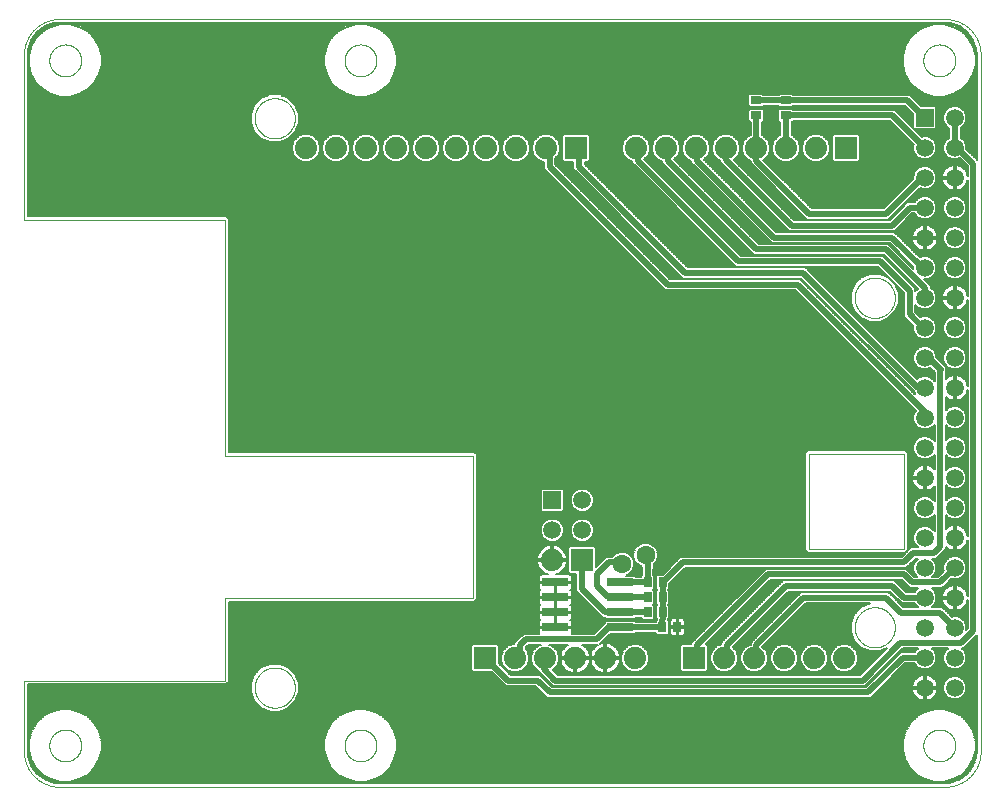
<source format=gbl>
G75*
%MOIN*%
%OFA0B0*%
%FSLAX25Y25*%
%IPPOS*%
%LPD*%
%AMOC8*
5,1,8,0,0,1.08239X$1,22.5*
%
%ADD10C,0.00000*%
%ADD11R,0.05937X0.05937*%
%ADD12C,0.05937*%
%ADD13R,0.07400X0.07400*%
%ADD14C,0.07400*%
%ADD15R,0.03500X0.02500*%
%ADD16R,0.08661X0.02756*%
%ADD17R,0.02500X0.03500*%
%ADD18C,0.02400*%
%ADD19C,0.01969*%
%ADD20C,0.00600*%
%ADD21C,0.02381*%
%ADD22C,0.06299*%
D10*
X0095551Y0157756D02*
X0390827Y0157756D01*
X0391112Y0157759D01*
X0391398Y0157770D01*
X0391683Y0157787D01*
X0391967Y0157811D01*
X0392251Y0157842D01*
X0392534Y0157880D01*
X0392815Y0157925D01*
X0393096Y0157976D01*
X0393376Y0158034D01*
X0393654Y0158099D01*
X0393930Y0158171D01*
X0394204Y0158249D01*
X0394477Y0158334D01*
X0394747Y0158426D01*
X0395015Y0158524D01*
X0395281Y0158628D01*
X0395544Y0158739D01*
X0395804Y0158856D01*
X0396062Y0158979D01*
X0396316Y0159109D01*
X0396567Y0159245D01*
X0396815Y0159386D01*
X0397059Y0159534D01*
X0397300Y0159687D01*
X0397536Y0159847D01*
X0397769Y0160012D01*
X0397998Y0160182D01*
X0398223Y0160358D01*
X0398443Y0160540D01*
X0398659Y0160726D01*
X0398870Y0160918D01*
X0399077Y0161115D01*
X0399279Y0161317D01*
X0399476Y0161524D01*
X0399668Y0161735D01*
X0399854Y0161951D01*
X0400036Y0162171D01*
X0400212Y0162396D01*
X0400382Y0162625D01*
X0400547Y0162858D01*
X0400707Y0163094D01*
X0400860Y0163335D01*
X0401008Y0163579D01*
X0401149Y0163827D01*
X0401285Y0164078D01*
X0401415Y0164332D01*
X0401538Y0164590D01*
X0401655Y0164850D01*
X0401766Y0165113D01*
X0401870Y0165379D01*
X0401968Y0165647D01*
X0402060Y0165917D01*
X0402145Y0166190D01*
X0402223Y0166464D01*
X0402295Y0166740D01*
X0402360Y0167018D01*
X0402418Y0167298D01*
X0402469Y0167579D01*
X0402514Y0167860D01*
X0402552Y0168143D01*
X0402583Y0168427D01*
X0402607Y0168711D01*
X0402624Y0168996D01*
X0402635Y0169282D01*
X0402638Y0169567D01*
X0402638Y0401850D01*
X0402635Y0402135D01*
X0402624Y0402421D01*
X0402607Y0402706D01*
X0402583Y0402990D01*
X0402552Y0403274D01*
X0402514Y0403557D01*
X0402469Y0403838D01*
X0402418Y0404119D01*
X0402360Y0404399D01*
X0402295Y0404677D01*
X0402223Y0404953D01*
X0402145Y0405227D01*
X0402060Y0405500D01*
X0401968Y0405770D01*
X0401870Y0406038D01*
X0401766Y0406304D01*
X0401655Y0406567D01*
X0401538Y0406827D01*
X0401415Y0407085D01*
X0401285Y0407339D01*
X0401149Y0407590D01*
X0401008Y0407838D01*
X0400860Y0408082D01*
X0400707Y0408323D01*
X0400547Y0408559D01*
X0400382Y0408792D01*
X0400212Y0409021D01*
X0400036Y0409246D01*
X0399854Y0409466D01*
X0399668Y0409682D01*
X0399476Y0409893D01*
X0399279Y0410100D01*
X0399077Y0410302D01*
X0398870Y0410499D01*
X0398659Y0410691D01*
X0398443Y0410877D01*
X0398223Y0411059D01*
X0397998Y0411235D01*
X0397769Y0411405D01*
X0397536Y0411570D01*
X0397300Y0411730D01*
X0397059Y0411883D01*
X0396815Y0412031D01*
X0396567Y0412172D01*
X0396316Y0412308D01*
X0396062Y0412438D01*
X0395804Y0412561D01*
X0395544Y0412678D01*
X0395281Y0412789D01*
X0395015Y0412893D01*
X0394747Y0412991D01*
X0394477Y0413083D01*
X0394204Y0413168D01*
X0393930Y0413246D01*
X0393654Y0413318D01*
X0393376Y0413383D01*
X0393096Y0413441D01*
X0392815Y0413492D01*
X0392534Y0413537D01*
X0392251Y0413575D01*
X0391967Y0413606D01*
X0391683Y0413630D01*
X0391398Y0413647D01*
X0391112Y0413658D01*
X0390827Y0413661D01*
X0095551Y0413661D01*
X0095266Y0413658D01*
X0094980Y0413647D01*
X0094695Y0413630D01*
X0094411Y0413606D01*
X0094127Y0413575D01*
X0093844Y0413537D01*
X0093563Y0413492D01*
X0093282Y0413441D01*
X0093002Y0413383D01*
X0092724Y0413318D01*
X0092448Y0413246D01*
X0092174Y0413168D01*
X0091901Y0413083D01*
X0091631Y0412991D01*
X0091363Y0412893D01*
X0091097Y0412789D01*
X0090834Y0412678D01*
X0090574Y0412561D01*
X0090316Y0412438D01*
X0090062Y0412308D01*
X0089811Y0412172D01*
X0089563Y0412031D01*
X0089319Y0411883D01*
X0089078Y0411730D01*
X0088842Y0411570D01*
X0088609Y0411405D01*
X0088380Y0411235D01*
X0088155Y0411059D01*
X0087935Y0410877D01*
X0087719Y0410691D01*
X0087508Y0410499D01*
X0087301Y0410302D01*
X0087099Y0410100D01*
X0086902Y0409893D01*
X0086710Y0409682D01*
X0086524Y0409466D01*
X0086342Y0409246D01*
X0086166Y0409021D01*
X0085996Y0408792D01*
X0085831Y0408559D01*
X0085671Y0408323D01*
X0085518Y0408082D01*
X0085370Y0407838D01*
X0085229Y0407590D01*
X0085093Y0407339D01*
X0084963Y0407085D01*
X0084840Y0406827D01*
X0084723Y0406567D01*
X0084612Y0406304D01*
X0084508Y0406038D01*
X0084410Y0405770D01*
X0084318Y0405500D01*
X0084233Y0405227D01*
X0084155Y0404953D01*
X0084083Y0404677D01*
X0084018Y0404399D01*
X0083960Y0404119D01*
X0083909Y0403838D01*
X0083864Y0403557D01*
X0083826Y0403274D01*
X0083795Y0402990D01*
X0083771Y0402706D01*
X0083754Y0402421D01*
X0083743Y0402135D01*
X0083740Y0401850D01*
X0083740Y0346732D01*
X0150669Y0346732D01*
X0150669Y0267992D01*
X0233346Y0267992D01*
X0233346Y0220748D01*
X0150669Y0220748D01*
X0150669Y0193189D01*
X0083740Y0193189D01*
X0083740Y0169567D01*
X0083743Y0169282D01*
X0083754Y0168996D01*
X0083771Y0168711D01*
X0083795Y0168427D01*
X0083826Y0168143D01*
X0083864Y0167860D01*
X0083909Y0167579D01*
X0083960Y0167298D01*
X0084018Y0167018D01*
X0084083Y0166740D01*
X0084155Y0166464D01*
X0084233Y0166190D01*
X0084318Y0165917D01*
X0084410Y0165647D01*
X0084508Y0165379D01*
X0084612Y0165113D01*
X0084723Y0164850D01*
X0084840Y0164590D01*
X0084963Y0164332D01*
X0085093Y0164078D01*
X0085229Y0163827D01*
X0085370Y0163579D01*
X0085518Y0163335D01*
X0085671Y0163094D01*
X0085831Y0162858D01*
X0085996Y0162625D01*
X0086166Y0162396D01*
X0086342Y0162171D01*
X0086524Y0161951D01*
X0086710Y0161735D01*
X0086902Y0161524D01*
X0087099Y0161317D01*
X0087301Y0161115D01*
X0087508Y0160918D01*
X0087719Y0160726D01*
X0087935Y0160540D01*
X0088155Y0160358D01*
X0088380Y0160182D01*
X0088609Y0160012D01*
X0088842Y0159847D01*
X0089078Y0159687D01*
X0089319Y0159534D01*
X0089563Y0159386D01*
X0089811Y0159245D01*
X0090062Y0159109D01*
X0090316Y0158979D01*
X0090574Y0158856D01*
X0090834Y0158739D01*
X0091097Y0158628D01*
X0091363Y0158524D01*
X0091631Y0158426D01*
X0091901Y0158334D01*
X0092174Y0158249D01*
X0092448Y0158171D01*
X0092724Y0158099D01*
X0093002Y0158034D01*
X0093282Y0157976D01*
X0093563Y0157925D01*
X0093844Y0157880D01*
X0094127Y0157842D01*
X0094411Y0157811D01*
X0094695Y0157787D01*
X0094980Y0157770D01*
X0095266Y0157759D01*
X0095551Y0157756D01*
X0092205Y0171535D02*
X0092207Y0171680D01*
X0092213Y0171825D01*
X0092223Y0171970D01*
X0092237Y0172115D01*
X0092255Y0172259D01*
X0092276Y0172402D01*
X0092302Y0172545D01*
X0092331Y0172687D01*
X0092365Y0172829D01*
X0092402Y0172969D01*
X0092443Y0173108D01*
X0092488Y0173246D01*
X0092537Y0173383D01*
X0092589Y0173519D01*
X0092645Y0173653D01*
X0092705Y0173785D01*
X0092768Y0173916D01*
X0092835Y0174044D01*
X0092905Y0174172D01*
X0092979Y0174297D01*
X0093056Y0174420D01*
X0093136Y0174540D01*
X0093220Y0174659D01*
X0093307Y0174775D01*
X0093397Y0174889D01*
X0093490Y0175001D01*
X0093586Y0175109D01*
X0093686Y0175215D01*
X0093787Y0175319D01*
X0093892Y0175419D01*
X0094000Y0175517D01*
X0094110Y0175612D01*
X0094222Y0175703D01*
X0094337Y0175792D01*
X0094455Y0175877D01*
X0094575Y0175959D01*
X0094697Y0176038D01*
X0094821Y0176114D01*
X0094947Y0176186D01*
X0095075Y0176254D01*
X0095205Y0176319D01*
X0095336Y0176381D01*
X0095469Y0176438D01*
X0095604Y0176493D01*
X0095740Y0176543D01*
X0095878Y0176590D01*
X0096016Y0176633D01*
X0096156Y0176672D01*
X0096297Y0176707D01*
X0096439Y0176739D01*
X0096581Y0176766D01*
X0096724Y0176790D01*
X0096868Y0176810D01*
X0097013Y0176826D01*
X0097157Y0176838D01*
X0097302Y0176846D01*
X0097447Y0176850D01*
X0097593Y0176850D01*
X0097738Y0176846D01*
X0097883Y0176838D01*
X0098027Y0176826D01*
X0098172Y0176810D01*
X0098316Y0176790D01*
X0098459Y0176766D01*
X0098601Y0176739D01*
X0098743Y0176707D01*
X0098884Y0176672D01*
X0099024Y0176633D01*
X0099162Y0176590D01*
X0099300Y0176543D01*
X0099436Y0176493D01*
X0099571Y0176438D01*
X0099704Y0176381D01*
X0099835Y0176319D01*
X0099965Y0176254D01*
X0100093Y0176186D01*
X0100219Y0176114D01*
X0100343Y0176038D01*
X0100465Y0175959D01*
X0100585Y0175877D01*
X0100703Y0175792D01*
X0100818Y0175703D01*
X0100930Y0175612D01*
X0101040Y0175517D01*
X0101148Y0175419D01*
X0101253Y0175319D01*
X0101354Y0175215D01*
X0101454Y0175109D01*
X0101550Y0175001D01*
X0101643Y0174889D01*
X0101733Y0174775D01*
X0101820Y0174659D01*
X0101904Y0174540D01*
X0101984Y0174420D01*
X0102061Y0174297D01*
X0102135Y0174172D01*
X0102205Y0174044D01*
X0102272Y0173916D01*
X0102335Y0173785D01*
X0102395Y0173653D01*
X0102451Y0173519D01*
X0102503Y0173383D01*
X0102552Y0173246D01*
X0102597Y0173108D01*
X0102638Y0172969D01*
X0102675Y0172829D01*
X0102709Y0172687D01*
X0102738Y0172545D01*
X0102764Y0172402D01*
X0102785Y0172259D01*
X0102803Y0172115D01*
X0102817Y0171970D01*
X0102827Y0171825D01*
X0102833Y0171680D01*
X0102835Y0171535D01*
X0102833Y0171390D01*
X0102827Y0171245D01*
X0102817Y0171100D01*
X0102803Y0170955D01*
X0102785Y0170811D01*
X0102764Y0170668D01*
X0102738Y0170525D01*
X0102709Y0170383D01*
X0102675Y0170241D01*
X0102638Y0170101D01*
X0102597Y0169962D01*
X0102552Y0169824D01*
X0102503Y0169687D01*
X0102451Y0169551D01*
X0102395Y0169417D01*
X0102335Y0169285D01*
X0102272Y0169154D01*
X0102205Y0169026D01*
X0102135Y0168898D01*
X0102061Y0168773D01*
X0101984Y0168650D01*
X0101904Y0168530D01*
X0101820Y0168411D01*
X0101733Y0168295D01*
X0101643Y0168181D01*
X0101550Y0168069D01*
X0101454Y0167961D01*
X0101354Y0167855D01*
X0101253Y0167751D01*
X0101148Y0167651D01*
X0101040Y0167553D01*
X0100930Y0167458D01*
X0100818Y0167367D01*
X0100703Y0167278D01*
X0100585Y0167193D01*
X0100465Y0167111D01*
X0100343Y0167032D01*
X0100219Y0166956D01*
X0100093Y0166884D01*
X0099965Y0166816D01*
X0099835Y0166751D01*
X0099704Y0166689D01*
X0099571Y0166632D01*
X0099436Y0166577D01*
X0099300Y0166527D01*
X0099162Y0166480D01*
X0099024Y0166437D01*
X0098884Y0166398D01*
X0098743Y0166363D01*
X0098601Y0166331D01*
X0098459Y0166304D01*
X0098316Y0166280D01*
X0098172Y0166260D01*
X0098027Y0166244D01*
X0097883Y0166232D01*
X0097738Y0166224D01*
X0097593Y0166220D01*
X0097447Y0166220D01*
X0097302Y0166224D01*
X0097157Y0166232D01*
X0097013Y0166244D01*
X0096868Y0166260D01*
X0096724Y0166280D01*
X0096581Y0166304D01*
X0096439Y0166331D01*
X0096297Y0166363D01*
X0096156Y0166398D01*
X0096016Y0166437D01*
X0095878Y0166480D01*
X0095740Y0166527D01*
X0095604Y0166577D01*
X0095469Y0166632D01*
X0095336Y0166689D01*
X0095205Y0166751D01*
X0095075Y0166816D01*
X0094947Y0166884D01*
X0094821Y0166956D01*
X0094697Y0167032D01*
X0094575Y0167111D01*
X0094455Y0167193D01*
X0094337Y0167278D01*
X0094222Y0167367D01*
X0094110Y0167458D01*
X0094000Y0167553D01*
X0093892Y0167651D01*
X0093787Y0167751D01*
X0093686Y0167855D01*
X0093586Y0167961D01*
X0093490Y0168069D01*
X0093397Y0168181D01*
X0093307Y0168295D01*
X0093220Y0168411D01*
X0093136Y0168530D01*
X0093056Y0168650D01*
X0092979Y0168773D01*
X0092905Y0168898D01*
X0092835Y0169026D01*
X0092768Y0169154D01*
X0092705Y0169285D01*
X0092645Y0169417D01*
X0092589Y0169551D01*
X0092537Y0169687D01*
X0092488Y0169824D01*
X0092443Y0169962D01*
X0092402Y0170101D01*
X0092365Y0170241D01*
X0092331Y0170383D01*
X0092302Y0170525D01*
X0092276Y0170668D01*
X0092255Y0170811D01*
X0092237Y0170955D01*
X0092223Y0171100D01*
X0092213Y0171245D01*
X0092207Y0171390D01*
X0092205Y0171535D01*
X0160669Y0190827D02*
X0160671Y0190991D01*
X0160677Y0191155D01*
X0160687Y0191319D01*
X0160701Y0191483D01*
X0160719Y0191646D01*
X0160741Y0191809D01*
X0160768Y0191971D01*
X0160798Y0192133D01*
X0160832Y0192293D01*
X0160870Y0192453D01*
X0160911Y0192612D01*
X0160957Y0192770D01*
X0161007Y0192926D01*
X0161060Y0193082D01*
X0161117Y0193236D01*
X0161178Y0193388D01*
X0161243Y0193539D01*
X0161312Y0193689D01*
X0161384Y0193836D01*
X0161459Y0193982D01*
X0161539Y0194126D01*
X0161621Y0194268D01*
X0161707Y0194408D01*
X0161797Y0194545D01*
X0161890Y0194681D01*
X0161986Y0194814D01*
X0162086Y0194945D01*
X0162188Y0195073D01*
X0162294Y0195199D01*
X0162403Y0195322D01*
X0162515Y0195442D01*
X0162629Y0195560D01*
X0162747Y0195674D01*
X0162867Y0195786D01*
X0162990Y0195895D01*
X0163116Y0196001D01*
X0163244Y0196103D01*
X0163375Y0196203D01*
X0163508Y0196299D01*
X0163644Y0196392D01*
X0163781Y0196482D01*
X0163921Y0196568D01*
X0164063Y0196650D01*
X0164207Y0196730D01*
X0164353Y0196805D01*
X0164500Y0196877D01*
X0164650Y0196946D01*
X0164801Y0197011D01*
X0164953Y0197072D01*
X0165107Y0197129D01*
X0165263Y0197182D01*
X0165419Y0197232D01*
X0165577Y0197278D01*
X0165736Y0197319D01*
X0165896Y0197357D01*
X0166056Y0197391D01*
X0166218Y0197421D01*
X0166380Y0197448D01*
X0166543Y0197470D01*
X0166706Y0197488D01*
X0166870Y0197502D01*
X0167034Y0197512D01*
X0167198Y0197518D01*
X0167362Y0197520D01*
X0167526Y0197518D01*
X0167690Y0197512D01*
X0167854Y0197502D01*
X0168018Y0197488D01*
X0168181Y0197470D01*
X0168344Y0197448D01*
X0168506Y0197421D01*
X0168668Y0197391D01*
X0168828Y0197357D01*
X0168988Y0197319D01*
X0169147Y0197278D01*
X0169305Y0197232D01*
X0169461Y0197182D01*
X0169617Y0197129D01*
X0169771Y0197072D01*
X0169923Y0197011D01*
X0170074Y0196946D01*
X0170224Y0196877D01*
X0170371Y0196805D01*
X0170517Y0196730D01*
X0170661Y0196650D01*
X0170803Y0196568D01*
X0170943Y0196482D01*
X0171080Y0196392D01*
X0171216Y0196299D01*
X0171349Y0196203D01*
X0171480Y0196103D01*
X0171608Y0196001D01*
X0171734Y0195895D01*
X0171857Y0195786D01*
X0171977Y0195674D01*
X0172095Y0195560D01*
X0172209Y0195442D01*
X0172321Y0195322D01*
X0172430Y0195199D01*
X0172536Y0195073D01*
X0172638Y0194945D01*
X0172738Y0194814D01*
X0172834Y0194681D01*
X0172927Y0194545D01*
X0173017Y0194408D01*
X0173103Y0194268D01*
X0173185Y0194126D01*
X0173265Y0193982D01*
X0173340Y0193836D01*
X0173412Y0193689D01*
X0173481Y0193539D01*
X0173546Y0193388D01*
X0173607Y0193236D01*
X0173664Y0193082D01*
X0173717Y0192926D01*
X0173767Y0192770D01*
X0173813Y0192612D01*
X0173854Y0192453D01*
X0173892Y0192293D01*
X0173926Y0192133D01*
X0173956Y0191971D01*
X0173983Y0191809D01*
X0174005Y0191646D01*
X0174023Y0191483D01*
X0174037Y0191319D01*
X0174047Y0191155D01*
X0174053Y0190991D01*
X0174055Y0190827D01*
X0174053Y0190663D01*
X0174047Y0190499D01*
X0174037Y0190335D01*
X0174023Y0190171D01*
X0174005Y0190008D01*
X0173983Y0189845D01*
X0173956Y0189683D01*
X0173926Y0189521D01*
X0173892Y0189361D01*
X0173854Y0189201D01*
X0173813Y0189042D01*
X0173767Y0188884D01*
X0173717Y0188728D01*
X0173664Y0188572D01*
X0173607Y0188418D01*
X0173546Y0188266D01*
X0173481Y0188115D01*
X0173412Y0187965D01*
X0173340Y0187818D01*
X0173265Y0187672D01*
X0173185Y0187528D01*
X0173103Y0187386D01*
X0173017Y0187246D01*
X0172927Y0187109D01*
X0172834Y0186973D01*
X0172738Y0186840D01*
X0172638Y0186709D01*
X0172536Y0186581D01*
X0172430Y0186455D01*
X0172321Y0186332D01*
X0172209Y0186212D01*
X0172095Y0186094D01*
X0171977Y0185980D01*
X0171857Y0185868D01*
X0171734Y0185759D01*
X0171608Y0185653D01*
X0171480Y0185551D01*
X0171349Y0185451D01*
X0171216Y0185355D01*
X0171080Y0185262D01*
X0170943Y0185172D01*
X0170803Y0185086D01*
X0170661Y0185004D01*
X0170517Y0184924D01*
X0170371Y0184849D01*
X0170224Y0184777D01*
X0170074Y0184708D01*
X0169923Y0184643D01*
X0169771Y0184582D01*
X0169617Y0184525D01*
X0169461Y0184472D01*
X0169305Y0184422D01*
X0169147Y0184376D01*
X0168988Y0184335D01*
X0168828Y0184297D01*
X0168668Y0184263D01*
X0168506Y0184233D01*
X0168344Y0184206D01*
X0168181Y0184184D01*
X0168018Y0184166D01*
X0167854Y0184152D01*
X0167690Y0184142D01*
X0167526Y0184136D01*
X0167362Y0184134D01*
X0167198Y0184136D01*
X0167034Y0184142D01*
X0166870Y0184152D01*
X0166706Y0184166D01*
X0166543Y0184184D01*
X0166380Y0184206D01*
X0166218Y0184233D01*
X0166056Y0184263D01*
X0165896Y0184297D01*
X0165736Y0184335D01*
X0165577Y0184376D01*
X0165419Y0184422D01*
X0165263Y0184472D01*
X0165107Y0184525D01*
X0164953Y0184582D01*
X0164801Y0184643D01*
X0164650Y0184708D01*
X0164500Y0184777D01*
X0164353Y0184849D01*
X0164207Y0184924D01*
X0164063Y0185004D01*
X0163921Y0185086D01*
X0163781Y0185172D01*
X0163644Y0185262D01*
X0163508Y0185355D01*
X0163375Y0185451D01*
X0163244Y0185551D01*
X0163116Y0185653D01*
X0162990Y0185759D01*
X0162867Y0185868D01*
X0162747Y0185980D01*
X0162629Y0186094D01*
X0162515Y0186212D01*
X0162403Y0186332D01*
X0162294Y0186455D01*
X0162188Y0186581D01*
X0162086Y0186709D01*
X0161986Y0186840D01*
X0161890Y0186973D01*
X0161797Y0187109D01*
X0161707Y0187246D01*
X0161621Y0187386D01*
X0161539Y0187528D01*
X0161459Y0187672D01*
X0161384Y0187818D01*
X0161312Y0187965D01*
X0161243Y0188115D01*
X0161178Y0188266D01*
X0161117Y0188418D01*
X0161060Y0188572D01*
X0161007Y0188728D01*
X0160957Y0188884D01*
X0160911Y0189042D01*
X0160870Y0189201D01*
X0160832Y0189361D01*
X0160798Y0189521D01*
X0160768Y0189683D01*
X0160741Y0189845D01*
X0160719Y0190008D01*
X0160701Y0190171D01*
X0160687Y0190335D01*
X0160677Y0190499D01*
X0160671Y0190663D01*
X0160669Y0190827D01*
X0190630Y0171535D02*
X0190632Y0171680D01*
X0190638Y0171825D01*
X0190648Y0171970D01*
X0190662Y0172115D01*
X0190680Y0172259D01*
X0190701Y0172402D01*
X0190727Y0172545D01*
X0190756Y0172687D01*
X0190790Y0172829D01*
X0190827Y0172969D01*
X0190868Y0173108D01*
X0190913Y0173246D01*
X0190962Y0173383D01*
X0191014Y0173519D01*
X0191070Y0173653D01*
X0191130Y0173785D01*
X0191193Y0173916D01*
X0191260Y0174044D01*
X0191330Y0174172D01*
X0191404Y0174297D01*
X0191481Y0174420D01*
X0191561Y0174540D01*
X0191645Y0174659D01*
X0191732Y0174775D01*
X0191822Y0174889D01*
X0191915Y0175001D01*
X0192011Y0175109D01*
X0192111Y0175215D01*
X0192212Y0175319D01*
X0192317Y0175419D01*
X0192425Y0175517D01*
X0192535Y0175612D01*
X0192647Y0175703D01*
X0192762Y0175792D01*
X0192880Y0175877D01*
X0193000Y0175959D01*
X0193122Y0176038D01*
X0193246Y0176114D01*
X0193372Y0176186D01*
X0193500Y0176254D01*
X0193630Y0176319D01*
X0193761Y0176381D01*
X0193894Y0176438D01*
X0194029Y0176493D01*
X0194165Y0176543D01*
X0194303Y0176590D01*
X0194441Y0176633D01*
X0194581Y0176672D01*
X0194722Y0176707D01*
X0194864Y0176739D01*
X0195006Y0176766D01*
X0195149Y0176790D01*
X0195293Y0176810D01*
X0195438Y0176826D01*
X0195582Y0176838D01*
X0195727Y0176846D01*
X0195872Y0176850D01*
X0196018Y0176850D01*
X0196163Y0176846D01*
X0196308Y0176838D01*
X0196452Y0176826D01*
X0196597Y0176810D01*
X0196741Y0176790D01*
X0196884Y0176766D01*
X0197026Y0176739D01*
X0197168Y0176707D01*
X0197309Y0176672D01*
X0197449Y0176633D01*
X0197587Y0176590D01*
X0197725Y0176543D01*
X0197861Y0176493D01*
X0197996Y0176438D01*
X0198129Y0176381D01*
X0198260Y0176319D01*
X0198390Y0176254D01*
X0198518Y0176186D01*
X0198644Y0176114D01*
X0198768Y0176038D01*
X0198890Y0175959D01*
X0199010Y0175877D01*
X0199128Y0175792D01*
X0199243Y0175703D01*
X0199355Y0175612D01*
X0199465Y0175517D01*
X0199573Y0175419D01*
X0199678Y0175319D01*
X0199779Y0175215D01*
X0199879Y0175109D01*
X0199975Y0175001D01*
X0200068Y0174889D01*
X0200158Y0174775D01*
X0200245Y0174659D01*
X0200329Y0174540D01*
X0200409Y0174420D01*
X0200486Y0174297D01*
X0200560Y0174172D01*
X0200630Y0174044D01*
X0200697Y0173916D01*
X0200760Y0173785D01*
X0200820Y0173653D01*
X0200876Y0173519D01*
X0200928Y0173383D01*
X0200977Y0173246D01*
X0201022Y0173108D01*
X0201063Y0172969D01*
X0201100Y0172829D01*
X0201134Y0172687D01*
X0201163Y0172545D01*
X0201189Y0172402D01*
X0201210Y0172259D01*
X0201228Y0172115D01*
X0201242Y0171970D01*
X0201252Y0171825D01*
X0201258Y0171680D01*
X0201260Y0171535D01*
X0201258Y0171390D01*
X0201252Y0171245D01*
X0201242Y0171100D01*
X0201228Y0170955D01*
X0201210Y0170811D01*
X0201189Y0170668D01*
X0201163Y0170525D01*
X0201134Y0170383D01*
X0201100Y0170241D01*
X0201063Y0170101D01*
X0201022Y0169962D01*
X0200977Y0169824D01*
X0200928Y0169687D01*
X0200876Y0169551D01*
X0200820Y0169417D01*
X0200760Y0169285D01*
X0200697Y0169154D01*
X0200630Y0169026D01*
X0200560Y0168898D01*
X0200486Y0168773D01*
X0200409Y0168650D01*
X0200329Y0168530D01*
X0200245Y0168411D01*
X0200158Y0168295D01*
X0200068Y0168181D01*
X0199975Y0168069D01*
X0199879Y0167961D01*
X0199779Y0167855D01*
X0199678Y0167751D01*
X0199573Y0167651D01*
X0199465Y0167553D01*
X0199355Y0167458D01*
X0199243Y0167367D01*
X0199128Y0167278D01*
X0199010Y0167193D01*
X0198890Y0167111D01*
X0198768Y0167032D01*
X0198644Y0166956D01*
X0198518Y0166884D01*
X0198390Y0166816D01*
X0198260Y0166751D01*
X0198129Y0166689D01*
X0197996Y0166632D01*
X0197861Y0166577D01*
X0197725Y0166527D01*
X0197587Y0166480D01*
X0197449Y0166437D01*
X0197309Y0166398D01*
X0197168Y0166363D01*
X0197026Y0166331D01*
X0196884Y0166304D01*
X0196741Y0166280D01*
X0196597Y0166260D01*
X0196452Y0166244D01*
X0196308Y0166232D01*
X0196163Y0166224D01*
X0196018Y0166220D01*
X0195872Y0166220D01*
X0195727Y0166224D01*
X0195582Y0166232D01*
X0195438Y0166244D01*
X0195293Y0166260D01*
X0195149Y0166280D01*
X0195006Y0166304D01*
X0194864Y0166331D01*
X0194722Y0166363D01*
X0194581Y0166398D01*
X0194441Y0166437D01*
X0194303Y0166480D01*
X0194165Y0166527D01*
X0194029Y0166577D01*
X0193894Y0166632D01*
X0193761Y0166689D01*
X0193630Y0166751D01*
X0193500Y0166816D01*
X0193372Y0166884D01*
X0193246Y0166956D01*
X0193122Y0167032D01*
X0193000Y0167111D01*
X0192880Y0167193D01*
X0192762Y0167278D01*
X0192647Y0167367D01*
X0192535Y0167458D01*
X0192425Y0167553D01*
X0192317Y0167651D01*
X0192212Y0167751D01*
X0192111Y0167855D01*
X0192011Y0167961D01*
X0191915Y0168069D01*
X0191822Y0168181D01*
X0191732Y0168295D01*
X0191645Y0168411D01*
X0191561Y0168530D01*
X0191481Y0168650D01*
X0191404Y0168773D01*
X0191330Y0168898D01*
X0191260Y0169026D01*
X0191193Y0169154D01*
X0191130Y0169285D01*
X0191070Y0169417D01*
X0191014Y0169551D01*
X0190962Y0169687D01*
X0190913Y0169824D01*
X0190868Y0169962D01*
X0190827Y0170101D01*
X0190790Y0170241D01*
X0190756Y0170383D01*
X0190727Y0170525D01*
X0190701Y0170668D01*
X0190680Y0170811D01*
X0190662Y0170955D01*
X0190648Y0171100D01*
X0190638Y0171245D01*
X0190632Y0171390D01*
X0190630Y0171535D01*
X0345551Y0237087D02*
X0345551Y0268583D01*
X0377047Y0268583D01*
X0377047Y0237087D01*
X0345551Y0237087D01*
X0360669Y0210906D02*
X0360671Y0211070D01*
X0360677Y0211234D01*
X0360687Y0211398D01*
X0360701Y0211562D01*
X0360719Y0211725D01*
X0360741Y0211888D01*
X0360768Y0212050D01*
X0360798Y0212212D01*
X0360832Y0212372D01*
X0360870Y0212532D01*
X0360911Y0212691D01*
X0360957Y0212849D01*
X0361007Y0213005D01*
X0361060Y0213161D01*
X0361117Y0213315D01*
X0361178Y0213467D01*
X0361243Y0213618D01*
X0361312Y0213768D01*
X0361384Y0213915D01*
X0361459Y0214061D01*
X0361539Y0214205D01*
X0361621Y0214347D01*
X0361707Y0214487D01*
X0361797Y0214624D01*
X0361890Y0214760D01*
X0361986Y0214893D01*
X0362086Y0215024D01*
X0362188Y0215152D01*
X0362294Y0215278D01*
X0362403Y0215401D01*
X0362515Y0215521D01*
X0362629Y0215639D01*
X0362747Y0215753D01*
X0362867Y0215865D01*
X0362990Y0215974D01*
X0363116Y0216080D01*
X0363244Y0216182D01*
X0363375Y0216282D01*
X0363508Y0216378D01*
X0363644Y0216471D01*
X0363781Y0216561D01*
X0363921Y0216647D01*
X0364063Y0216729D01*
X0364207Y0216809D01*
X0364353Y0216884D01*
X0364500Y0216956D01*
X0364650Y0217025D01*
X0364801Y0217090D01*
X0364953Y0217151D01*
X0365107Y0217208D01*
X0365263Y0217261D01*
X0365419Y0217311D01*
X0365577Y0217357D01*
X0365736Y0217398D01*
X0365896Y0217436D01*
X0366056Y0217470D01*
X0366218Y0217500D01*
X0366380Y0217527D01*
X0366543Y0217549D01*
X0366706Y0217567D01*
X0366870Y0217581D01*
X0367034Y0217591D01*
X0367198Y0217597D01*
X0367362Y0217599D01*
X0367526Y0217597D01*
X0367690Y0217591D01*
X0367854Y0217581D01*
X0368018Y0217567D01*
X0368181Y0217549D01*
X0368344Y0217527D01*
X0368506Y0217500D01*
X0368668Y0217470D01*
X0368828Y0217436D01*
X0368988Y0217398D01*
X0369147Y0217357D01*
X0369305Y0217311D01*
X0369461Y0217261D01*
X0369617Y0217208D01*
X0369771Y0217151D01*
X0369923Y0217090D01*
X0370074Y0217025D01*
X0370224Y0216956D01*
X0370371Y0216884D01*
X0370517Y0216809D01*
X0370661Y0216729D01*
X0370803Y0216647D01*
X0370943Y0216561D01*
X0371080Y0216471D01*
X0371216Y0216378D01*
X0371349Y0216282D01*
X0371480Y0216182D01*
X0371608Y0216080D01*
X0371734Y0215974D01*
X0371857Y0215865D01*
X0371977Y0215753D01*
X0372095Y0215639D01*
X0372209Y0215521D01*
X0372321Y0215401D01*
X0372430Y0215278D01*
X0372536Y0215152D01*
X0372638Y0215024D01*
X0372738Y0214893D01*
X0372834Y0214760D01*
X0372927Y0214624D01*
X0373017Y0214487D01*
X0373103Y0214347D01*
X0373185Y0214205D01*
X0373265Y0214061D01*
X0373340Y0213915D01*
X0373412Y0213768D01*
X0373481Y0213618D01*
X0373546Y0213467D01*
X0373607Y0213315D01*
X0373664Y0213161D01*
X0373717Y0213005D01*
X0373767Y0212849D01*
X0373813Y0212691D01*
X0373854Y0212532D01*
X0373892Y0212372D01*
X0373926Y0212212D01*
X0373956Y0212050D01*
X0373983Y0211888D01*
X0374005Y0211725D01*
X0374023Y0211562D01*
X0374037Y0211398D01*
X0374047Y0211234D01*
X0374053Y0211070D01*
X0374055Y0210906D01*
X0374053Y0210742D01*
X0374047Y0210578D01*
X0374037Y0210414D01*
X0374023Y0210250D01*
X0374005Y0210087D01*
X0373983Y0209924D01*
X0373956Y0209762D01*
X0373926Y0209600D01*
X0373892Y0209440D01*
X0373854Y0209280D01*
X0373813Y0209121D01*
X0373767Y0208963D01*
X0373717Y0208807D01*
X0373664Y0208651D01*
X0373607Y0208497D01*
X0373546Y0208345D01*
X0373481Y0208194D01*
X0373412Y0208044D01*
X0373340Y0207897D01*
X0373265Y0207751D01*
X0373185Y0207607D01*
X0373103Y0207465D01*
X0373017Y0207325D01*
X0372927Y0207188D01*
X0372834Y0207052D01*
X0372738Y0206919D01*
X0372638Y0206788D01*
X0372536Y0206660D01*
X0372430Y0206534D01*
X0372321Y0206411D01*
X0372209Y0206291D01*
X0372095Y0206173D01*
X0371977Y0206059D01*
X0371857Y0205947D01*
X0371734Y0205838D01*
X0371608Y0205732D01*
X0371480Y0205630D01*
X0371349Y0205530D01*
X0371216Y0205434D01*
X0371080Y0205341D01*
X0370943Y0205251D01*
X0370803Y0205165D01*
X0370661Y0205083D01*
X0370517Y0205003D01*
X0370371Y0204928D01*
X0370224Y0204856D01*
X0370074Y0204787D01*
X0369923Y0204722D01*
X0369771Y0204661D01*
X0369617Y0204604D01*
X0369461Y0204551D01*
X0369305Y0204501D01*
X0369147Y0204455D01*
X0368988Y0204414D01*
X0368828Y0204376D01*
X0368668Y0204342D01*
X0368506Y0204312D01*
X0368344Y0204285D01*
X0368181Y0204263D01*
X0368018Y0204245D01*
X0367854Y0204231D01*
X0367690Y0204221D01*
X0367526Y0204215D01*
X0367362Y0204213D01*
X0367198Y0204215D01*
X0367034Y0204221D01*
X0366870Y0204231D01*
X0366706Y0204245D01*
X0366543Y0204263D01*
X0366380Y0204285D01*
X0366218Y0204312D01*
X0366056Y0204342D01*
X0365896Y0204376D01*
X0365736Y0204414D01*
X0365577Y0204455D01*
X0365419Y0204501D01*
X0365263Y0204551D01*
X0365107Y0204604D01*
X0364953Y0204661D01*
X0364801Y0204722D01*
X0364650Y0204787D01*
X0364500Y0204856D01*
X0364353Y0204928D01*
X0364207Y0205003D01*
X0364063Y0205083D01*
X0363921Y0205165D01*
X0363781Y0205251D01*
X0363644Y0205341D01*
X0363508Y0205434D01*
X0363375Y0205530D01*
X0363244Y0205630D01*
X0363116Y0205732D01*
X0362990Y0205838D01*
X0362867Y0205947D01*
X0362747Y0206059D01*
X0362629Y0206173D01*
X0362515Y0206291D01*
X0362403Y0206411D01*
X0362294Y0206534D01*
X0362188Y0206660D01*
X0362086Y0206788D01*
X0361986Y0206919D01*
X0361890Y0207052D01*
X0361797Y0207188D01*
X0361707Y0207325D01*
X0361621Y0207465D01*
X0361539Y0207607D01*
X0361459Y0207751D01*
X0361384Y0207897D01*
X0361312Y0208044D01*
X0361243Y0208194D01*
X0361178Y0208345D01*
X0361117Y0208497D01*
X0361060Y0208651D01*
X0361007Y0208807D01*
X0360957Y0208963D01*
X0360911Y0209121D01*
X0360870Y0209280D01*
X0360832Y0209440D01*
X0360798Y0209600D01*
X0360768Y0209762D01*
X0360741Y0209924D01*
X0360719Y0210087D01*
X0360701Y0210250D01*
X0360687Y0210414D01*
X0360677Y0210578D01*
X0360671Y0210742D01*
X0360669Y0210906D01*
X0383543Y0171535D02*
X0383545Y0171680D01*
X0383551Y0171825D01*
X0383561Y0171970D01*
X0383575Y0172115D01*
X0383593Y0172259D01*
X0383614Y0172402D01*
X0383640Y0172545D01*
X0383669Y0172687D01*
X0383703Y0172829D01*
X0383740Y0172969D01*
X0383781Y0173108D01*
X0383826Y0173246D01*
X0383875Y0173383D01*
X0383927Y0173519D01*
X0383983Y0173653D01*
X0384043Y0173785D01*
X0384106Y0173916D01*
X0384173Y0174044D01*
X0384243Y0174172D01*
X0384317Y0174297D01*
X0384394Y0174420D01*
X0384474Y0174540D01*
X0384558Y0174659D01*
X0384645Y0174775D01*
X0384735Y0174889D01*
X0384828Y0175001D01*
X0384924Y0175109D01*
X0385024Y0175215D01*
X0385125Y0175319D01*
X0385230Y0175419D01*
X0385338Y0175517D01*
X0385448Y0175612D01*
X0385560Y0175703D01*
X0385675Y0175792D01*
X0385793Y0175877D01*
X0385913Y0175959D01*
X0386035Y0176038D01*
X0386159Y0176114D01*
X0386285Y0176186D01*
X0386413Y0176254D01*
X0386543Y0176319D01*
X0386674Y0176381D01*
X0386807Y0176438D01*
X0386942Y0176493D01*
X0387078Y0176543D01*
X0387216Y0176590D01*
X0387354Y0176633D01*
X0387494Y0176672D01*
X0387635Y0176707D01*
X0387777Y0176739D01*
X0387919Y0176766D01*
X0388062Y0176790D01*
X0388206Y0176810D01*
X0388351Y0176826D01*
X0388495Y0176838D01*
X0388640Y0176846D01*
X0388785Y0176850D01*
X0388931Y0176850D01*
X0389076Y0176846D01*
X0389221Y0176838D01*
X0389365Y0176826D01*
X0389510Y0176810D01*
X0389654Y0176790D01*
X0389797Y0176766D01*
X0389939Y0176739D01*
X0390081Y0176707D01*
X0390222Y0176672D01*
X0390362Y0176633D01*
X0390500Y0176590D01*
X0390638Y0176543D01*
X0390774Y0176493D01*
X0390909Y0176438D01*
X0391042Y0176381D01*
X0391173Y0176319D01*
X0391303Y0176254D01*
X0391431Y0176186D01*
X0391557Y0176114D01*
X0391681Y0176038D01*
X0391803Y0175959D01*
X0391923Y0175877D01*
X0392041Y0175792D01*
X0392156Y0175703D01*
X0392268Y0175612D01*
X0392378Y0175517D01*
X0392486Y0175419D01*
X0392591Y0175319D01*
X0392692Y0175215D01*
X0392792Y0175109D01*
X0392888Y0175001D01*
X0392981Y0174889D01*
X0393071Y0174775D01*
X0393158Y0174659D01*
X0393242Y0174540D01*
X0393322Y0174420D01*
X0393399Y0174297D01*
X0393473Y0174172D01*
X0393543Y0174044D01*
X0393610Y0173916D01*
X0393673Y0173785D01*
X0393733Y0173653D01*
X0393789Y0173519D01*
X0393841Y0173383D01*
X0393890Y0173246D01*
X0393935Y0173108D01*
X0393976Y0172969D01*
X0394013Y0172829D01*
X0394047Y0172687D01*
X0394076Y0172545D01*
X0394102Y0172402D01*
X0394123Y0172259D01*
X0394141Y0172115D01*
X0394155Y0171970D01*
X0394165Y0171825D01*
X0394171Y0171680D01*
X0394173Y0171535D01*
X0394171Y0171390D01*
X0394165Y0171245D01*
X0394155Y0171100D01*
X0394141Y0170955D01*
X0394123Y0170811D01*
X0394102Y0170668D01*
X0394076Y0170525D01*
X0394047Y0170383D01*
X0394013Y0170241D01*
X0393976Y0170101D01*
X0393935Y0169962D01*
X0393890Y0169824D01*
X0393841Y0169687D01*
X0393789Y0169551D01*
X0393733Y0169417D01*
X0393673Y0169285D01*
X0393610Y0169154D01*
X0393543Y0169026D01*
X0393473Y0168898D01*
X0393399Y0168773D01*
X0393322Y0168650D01*
X0393242Y0168530D01*
X0393158Y0168411D01*
X0393071Y0168295D01*
X0392981Y0168181D01*
X0392888Y0168069D01*
X0392792Y0167961D01*
X0392692Y0167855D01*
X0392591Y0167751D01*
X0392486Y0167651D01*
X0392378Y0167553D01*
X0392268Y0167458D01*
X0392156Y0167367D01*
X0392041Y0167278D01*
X0391923Y0167193D01*
X0391803Y0167111D01*
X0391681Y0167032D01*
X0391557Y0166956D01*
X0391431Y0166884D01*
X0391303Y0166816D01*
X0391173Y0166751D01*
X0391042Y0166689D01*
X0390909Y0166632D01*
X0390774Y0166577D01*
X0390638Y0166527D01*
X0390500Y0166480D01*
X0390362Y0166437D01*
X0390222Y0166398D01*
X0390081Y0166363D01*
X0389939Y0166331D01*
X0389797Y0166304D01*
X0389654Y0166280D01*
X0389510Y0166260D01*
X0389365Y0166244D01*
X0389221Y0166232D01*
X0389076Y0166224D01*
X0388931Y0166220D01*
X0388785Y0166220D01*
X0388640Y0166224D01*
X0388495Y0166232D01*
X0388351Y0166244D01*
X0388206Y0166260D01*
X0388062Y0166280D01*
X0387919Y0166304D01*
X0387777Y0166331D01*
X0387635Y0166363D01*
X0387494Y0166398D01*
X0387354Y0166437D01*
X0387216Y0166480D01*
X0387078Y0166527D01*
X0386942Y0166577D01*
X0386807Y0166632D01*
X0386674Y0166689D01*
X0386543Y0166751D01*
X0386413Y0166816D01*
X0386285Y0166884D01*
X0386159Y0166956D01*
X0386035Y0167032D01*
X0385913Y0167111D01*
X0385793Y0167193D01*
X0385675Y0167278D01*
X0385560Y0167367D01*
X0385448Y0167458D01*
X0385338Y0167553D01*
X0385230Y0167651D01*
X0385125Y0167751D01*
X0385024Y0167855D01*
X0384924Y0167961D01*
X0384828Y0168069D01*
X0384735Y0168181D01*
X0384645Y0168295D01*
X0384558Y0168411D01*
X0384474Y0168530D01*
X0384394Y0168650D01*
X0384317Y0168773D01*
X0384243Y0168898D01*
X0384173Y0169026D01*
X0384106Y0169154D01*
X0384043Y0169285D01*
X0383983Y0169417D01*
X0383927Y0169551D01*
X0383875Y0169687D01*
X0383826Y0169824D01*
X0383781Y0169962D01*
X0383740Y0170101D01*
X0383703Y0170241D01*
X0383669Y0170383D01*
X0383640Y0170525D01*
X0383614Y0170668D01*
X0383593Y0170811D01*
X0383575Y0170955D01*
X0383561Y0171100D01*
X0383551Y0171245D01*
X0383545Y0171390D01*
X0383543Y0171535D01*
X0360669Y0320748D02*
X0360671Y0320912D01*
X0360677Y0321076D01*
X0360687Y0321240D01*
X0360701Y0321404D01*
X0360719Y0321567D01*
X0360741Y0321730D01*
X0360768Y0321892D01*
X0360798Y0322054D01*
X0360832Y0322214D01*
X0360870Y0322374D01*
X0360911Y0322533D01*
X0360957Y0322691D01*
X0361007Y0322847D01*
X0361060Y0323003D01*
X0361117Y0323157D01*
X0361178Y0323309D01*
X0361243Y0323460D01*
X0361312Y0323610D01*
X0361384Y0323757D01*
X0361459Y0323903D01*
X0361539Y0324047D01*
X0361621Y0324189D01*
X0361707Y0324329D01*
X0361797Y0324466D01*
X0361890Y0324602D01*
X0361986Y0324735D01*
X0362086Y0324866D01*
X0362188Y0324994D01*
X0362294Y0325120D01*
X0362403Y0325243D01*
X0362515Y0325363D01*
X0362629Y0325481D01*
X0362747Y0325595D01*
X0362867Y0325707D01*
X0362990Y0325816D01*
X0363116Y0325922D01*
X0363244Y0326024D01*
X0363375Y0326124D01*
X0363508Y0326220D01*
X0363644Y0326313D01*
X0363781Y0326403D01*
X0363921Y0326489D01*
X0364063Y0326571D01*
X0364207Y0326651D01*
X0364353Y0326726D01*
X0364500Y0326798D01*
X0364650Y0326867D01*
X0364801Y0326932D01*
X0364953Y0326993D01*
X0365107Y0327050D01*
X0365263Y0327103D01*
X0365419Y0327153D01*
X0365577Y0327199D01*
X0365736Y0327240D01*
X0365896Y0327278D01*
X0366056Y0327312D01*
X0366218Y0327342D01*
X0366380Y0327369D01*
X0366543Y0327391D01*
X0366706Y0327409D01*
X0366870Y0327423D01*
X0367034Y0327433D01*
X0367198Y0327439D01*
X0367362Y0327441D01*
X0367526Y0327439D01*
X0367690Y0327433D01*
X0367854Y0327423D01*
X0368018Y0327409D01*
X0368181Y0327391D01*
X0368344Y0327369D01*
X0368506Y0327342D01*
X0368668Y0327312D01*
X0368828Y0327278D01*
X0368988Y0327240D01*
X0369147Y0327199D01*
X0369305Y0327153D01*
X0369461Y0327103D01*
X0369617Y0327050D01*
X0369771Y0326993D01*
X0369923Y0326932D01*
X0370074Y0326867D01*
X0370224Y0326798D01*
X0370371Y0326726D01*
X0370517Y0326651D01*
X0370661Y0326571D01*
X0370803Y0326489D01*
X0370943Y0326403D01*
X0371080Y0326313D01*
X0371216Y0326220D01*
X0371349Y0326124D01*
X0371480Y0326024D01*
X0371608Y0325922D01*
X0371734Y0325816D01*
X0371857Y0325707D01*
X0371977Y0325595D01*
X0372095Y0325481D01*
X0372209Y0325363D01*
X0372321Y0325243D01*
X0372430Y0325120D01*
X0372536Y0324994D01*
X0372638Y0324866D01*
X0372738Y0324735D01*
X0372834Y0324602D01*
X0372927Y0324466D01*
X0373017Y0324329D01*
X0373103Y0324189D01*
X0373185Y0324047D01*
X0373265Y0323903D01*
X0373340Y0323757D01*
X0373412Y0323610D01*
X0373481Y0323460D01*
X0373546Y0323309D01*
X0373607Y0323157D01*
X0373664Y0323003D01*
X0373717Y0322847D01*
X0373767Y0322691D01*
X0373813Y0322533D01*
X0373854Y0322374D01*
X0373892Y0322214D01*
X0373926Y0322054D01*
X0373956Y0321892D01*
X0373983Y0321730D01*
X0374005Y0321567D01*
X0374023Y0321404D01*
X0374037Y0321240D01*
X0374047Y0321076D01*
X0374053Y0320912D01*
X0374055Y0320748D01*
X0374053Y0320584D01*
X0374047Y0320420D01*
X0374037Y0320256D01*
X0374023Y0320092D01*
X0374005Y0319929D01*
X0373983Y0319766D01*
X0373956Y0319604D01*
X0373926Y0319442D01*
X0373892Y0319282D01*
X0373854Y0319122D01*
X0373813Y0318963D01*
X0373767Y0318805D01*
X0373717Y0318649D01*
X0373664Y0318493D01*
X0373607Y0318339D01*
X0373546Y0318187D01*
X0373481Y0318036D01*
X0373412Y0317886D01*
X0373340Y0317739D01*
X0373265Y0317593D01*
X0373185Y0317449D01*
X0373103Y0317307D01*
X0373017Y0317167D01*
X0372927Y0317030D01*
X0372834Y0316894D01*
X0372738Y0316761D01*
X0372638Y0316630D01*
X0372536Y0316502D01*
X0372430Y0316376D01*
X0372321Y0316253D01*
X0372209Y0316133D01*
X0372095Y0316015D01*
X0371977Y0315901D01*
X0371857Y0315789D01*
X0371734Y0315680D01*
X0371608Y0315574D01*
X0371480Y0315472D01*
X0371349Y0315372D01*
X0371216Y0315276D01*
X0371080Y0315183D01*
X0370943Y0315093D01*
X0370803Y0315007D01*
X0370661Y0314925D01*
X0370517Y0314845D01*
X0370371Y0314770D01*
X0370224Y0314698D01*
X0370074Y0314629D01*
X0369923Y0314564D01*
X0369771Y0314503D01*
X0369617Y0314446D01*
X0369461Y0314393D01*
X0369305Y0314343D01*
X0369147Y0314297D01*
X0368988Y0314256D01*
X0368828Y0314218D01*
X0368668Y0314184D01*
X0368506Y0314154D01*
X0368344Y0314127D01*
X0368181Y0314105D01*
X0368018Y0314087D01*
X0367854Y0314073D01*
X0367690Y0314063D01*
X0367526Y0314057D01*
X0367362Y0314055D01*
X0367198Y0314057D01*
X0367034Y0314063D01*
X0366870Y0314073D01*
X0366706Y0314087D01*
X0366543Y0314105D01*
X0366380Y0314127D01*
X0366218Y0314154D01*
X0366056Y0314184D01*
X0365896Y0314218D01*
X0365736Y0314256D01*
X0365577Y0314297D01*
X0365419Y0314343D01*
X0365263Y0314393D01*
X0365107Y0314446D01*
X0364953Y0314503D01*
X0364801Y0314564D01*
X0364650Y0314629D01*
X0364500Y0314698D01*
X0364353Y0314770D01*
X0364207Y0314845D01*
X0364063Y0314925D01*
X0363921Y0315007D01*
X0363781Y0315093D01*
X0363644Y0315183D01*
X0363508Y0315276D01*
X0363375Y0315372D01*
X0363244Y0315472D01*
X0363116Y0315574D01*
X0362990Y0315680D01*
X0362867Y0315789D01*
X0362747Y0315901D01*
X0362629Y0316015D01*
X0362515Y0316133D01*
X0362403Y0316253D01*
X0362294Y0316376D01*
X0362188Y0316502D01*
X0362086Y0316630D01*
X0361986Y0316761D01*
X0361890Y0316894D01*
X0361797Y0317030D01*
X0361707Y0317167D01*
X0361621Y0317307D01*
X0361539Y0317449D01*
X0361459Y0317593D01*
X0361384Y0317739D01*
X0361312Y0317886D01*
X0361243Y0318036D01*
X0361178Y0318187D01*
X0361117Y0318339D01*
X0361060Y0318493D01*
X0361007Y0318649D01*
X0360957Y0318805D01*
X0360911Y0318963D01*
X0360870Y0319122D01*
X0360832Y0319282D01*
X0360798Y0319442D01*
X0360768Y0319604D01*
X0360741Y0319766D01*
X0360719Y0319929D01*
X0360701Y0320092D01*
X0360687Y0320256D01*
X0360677Y0320420D01*
X0360671Y0320584D01*
X0360669Y0320748D01*
X0383543Y0399882D02*
X0383545Y0400027D01*
X0383551Y0400172D01*
X0383561Y0400317D01*
X0383575Y0400462D01*
X0383593Y0400606D01*
X0383614Y0400749D01*
X0383640Y0400892D01*
X0383669Y0401034D01*
X0383703Y0401176D01*
X0383740Y0401316D01*
X0383781Y0401455D01*
X0383826Y0401593D01*
X0383875Y0401730D01*
X0383927Y0401866D01*
X0383983Y0402000D01*
X0384043Y0402132D01*
X0384106Y0402263D01*
X0384173Y0402391D01*
X0384243Y0402519D01*
X0384317Y0402644D01*
X0384394Y0402767D01*
X0384474Y0402887D01*
X0384558Y0403006D01*
X0384645Y0403122D01*
X0384735Y0403236D01*
X0384828Y0403348D01*
X0384924Y0403456D01*
X0385024Y0403562D01*
X0385125Y0403666D01*
X0385230Y0403766D01*
X0385338Y0403864D01*
X0385448Y0403959D01*
X0385560Y0404050D01*
X0385675Y0404139D01*
X0385793Y0404224D01*
X0385913Y0404306D01*
X0386035Y0404385D01*
X0386159Y0404461D01*
X0386285Y0404533D01*
X0386413Y0404601D01*
X0386543Y0404666D01*
X0386674Y0404728D01*
X0386807Y0404785D01*
X0386942Y0404840D01*
X0387078Y0404890D01*
X0387216Y0404937D01*
X0387354Y0404980D01*
X0387494Y0405019D01*
X0387635Y0405054D01*
X0387777Y0405086D01*
X0387919Y0405113D01*
X0388062Y0405137D01*
X0388206Y0405157D01*
X0388351Y0405173D01*
X0388495Y0405185D01*
X0388640Y0405193D01*
X0388785Y0405197D01*
X0388931Y0405197D01*
X0389076Y0405193D01*
X0389221Y0405185D01*
X0389365Y0405173D01*
X0389510Y0405157D01*
X0389654Y0405137D01*
X0389797Y0405113D01*
X0389939Y0405086D01*
X0390081Y0405054D01*
X0390222Y0405019D01*
X0390362Y0404980D01*
X0390500Y0404937D01*
X0390638Y0404890D01*
X0390774Y0404840D01*
X0390909Y0404785D01*
X0391042Y0404728D01*
X0391173Y0404666D01*
X0391303Y0404601D01*
X0391431Y0404533D01*
X0391557Y0404461D01*
X0391681Y0404385D01*
X0391803Y0404306D01*
X0391923Y0404224D01*
X0392041Y0404139D01*
X0392156Y0404050D01*
X0392268Y0403959D01*
X0392378Y0403864D01*
X0392486Y0403766D01*
X0392591Y0403666D01*
X0392692Y0403562D01*
X0392792Y0403456D01*
X0392888Y0403348D01*
X0392981Y0403236D01*
X0393071Y0403122D01*
X0393158Y0403006D01*
X0393242Y0402887D01*
X0393322Y0402767D01*
X0393399Y0402644D01*
X0393473Y0402519D01*
X0393543Y0402391D01*
X0393610Y0402263D01*
X0393673Y0402132D01*
X0393733Y0402000D01*
X0393789Y0401866D01*
X0393841Y0401730D01*
X0393890Y0401593D01*
X0393935Y0401455D01*
X0393976Y0401316D01*
X0394013Y0401176D01*
X0394047Y0401034D01*
X0394076Y0400892D01*
X0394102Y0400749D01*
X0394123Y0400606D01*
X0394141Y0400462D01*
X0394155Y0400317D01*
X0394165Y0400172D01*
X0394171Y0400027D01*
X0394173Y0399882D01*
X0394171Y0399737D01*
X0394165Y0399592D01*
X0394155Y0399447D01*
X0394141Y0399302D01*
X0394123Y0399158D01*
X0394102Y0399015D01*
X0394076Y0398872D01*
X0394047Y0398730D01*
X0394013Y0398588D01*
X0393976Y0398448D01*
X0393935Y0398309D01*
X0393890Y0398171D01*
X0393841Y0398034D01*
X0393789Y0397898D01*
X0393733Y0397764D01*
X0393673Y0397632D01*
X0393610Y0397501D01*
X0393543Y0397373D01*
X0393473Y0397245D01*
X0393399Y0397120D01*
X0393322Y0396997D01*
X0393242Y0396877D01*
X0393158Y0396758D01*
X0393071Y0396642D01*
X0392981Y0396528D01*
X0392888Y0396416D01*
X0392792Y0396308D01*
X0392692Y0396202D01*
X0392591Y0396098D01*
X0392486Y0395998D01*
X0392378Y0395900D01*
X0392268Y0395805D01*
X0392156Y0395714D01*
X0392041Y0395625D01*
X0391923Y0395540D01*
X0391803Y0395458D01*
X0391681Y0395379D01*
X0391557Y0395303D01*
X0391431Y0395231D01*
X0391303Y0395163D01*
X0391173Y0395098D01*
X0391042Y0395036D01*
X0390909Y0394979D01*
X0390774Y0394924D01*
X0390638Y0394874D01*
X0390500Y0394827D01*
X0390362Y0394784D01*
X0390222Y0394745D01*
X0390081Y0394710D01*
X0389939Y0394678D01*
X0389797Y0394651D01*
X0389654Y0394627D01*
X0389510Y0394607D01*
X0389365Y0394591D01*
X0389221Y0394579D01*
X0389076Y0394571D01*
X0388931Y0394567D01*
X0388785Y0394567D01*
X0388640Y0394571D01*
X0388495Y0394579D01*
X0388351Y0394591D01*
X0388206Y0394607D01*
X0388062Y0394627D01*
X0387919Y0394651D01*
X0387777Y0394678D01*
X0387635Y0394710D01*
X0387494Y0394745D01*
X0387354Y0394784D01*
X0387216Y0394827D01*
X0387078Y0394874D01*
X0386942Y0394924D01*
X0386807Y0394979D01*
X0386674Y0395036D01*
X0386543Y0395098D01*
X0386413Y0395163D01*
X0386285Y0395231D01*
X0386159Y0395303D01*
X0386035Y0395379D01*
X0385913Y0395458D01*
X0385793Y0395540D01*
X0385675Y0395625D01*
X0385560Y0395714D01*
X0385448Y0395805D01*
X0385338Y0395900D01*
X0385230Y0395998D01*
X0385125Y0396098D01*
X0385024Y0396202D01*
X0384924Y0396308D01*
X0384828Y0396416D01*
X0384735Y0396528D01*
X0384645Y0396642D01*
X0384558Y0396758D01*
X0384474Y0396877D01*
X0384394Y0396997D01*
X0384317Y0397120D01*
X0384243Y0397245D01*
X0384173Y0397373D01*
X0384106Y0397501D01*
X0384043Y0397632D01*
X0383983Y0397764D01*
X0383927Y0397898D01*
X0383875Y0398034D01*
X0383826Y0398171D01*
X0383781Y0398309D01*
X0383740Y0398448D01*
X0383703Y0398588D01*
X0383669Y0398730D01*
X0383640Y0398872D01*
X0383614Y0399015D01*
X0383593Y0399158D01*
X0383575Y0399302D01*
X0383561Y0399447D01*
X0383551Y0399592D01*
X0383545Y0399737D01*
X0383543Y0399882D01*
X0190630Y0399882D02*
X0190632Y0400027D01*
X0190638Y0400172D01*
X0190648Y0400317D01*
X0190662Y0400462D01*
X0190680Y0400606D01*
X0190701Y0400749D01*
X0190727Y0400892D01*
X0190756Y0401034D01*
X0190790Y0401176D01*
X0190827Y0401316D01*
X0190868Y0401455D01*
X0190913Y0401593D01*
X0190962Y0401730D01*
X0191014Y0401866D01*
X0191070Y0402000D01*
X0191130Y0402132D01*
X0191193Y0402263D01*
X0191260Y0402391D01*
X0191330Y0402519D01*
X0191404Y0402644D01*
X0191481Y0402767D01*
X0191561Y0402887D01*
X0191645Y0403006D01*
X0191732Y0403122D01*
X0191822Y0403236D01*
X0191915Y0403348D01*
X0192011Y0403456D01*
X0192111Y0403562D01*
X0192212Y0403666D01*
X0192317Y0403766D01*
X0192425Y0403864D01*
X0192535Y0403959D01*
X0192647Y0404050D01*
X0192762Y0404139D01*
X0192880Y0404224D01*
X0193000Y0404306D01*
X0193122Y0404385D01*
X0193246Y0404461D01*
X0193372Y0404533D01*
X0193500Y0404601D01*
X0193630Y0404666D01*
X0193761Y0404728D01*
X0193894Y0404785D01*
X0194029Y0404840D01*
X0194165Y0404890D01*
X0194303Y0404937D01*
X0194441Y0404980D01*
X0194581Y0405019D01*
X0194722Y0405054D01*
X0194864Y0405086D01*
X0195006Y0405113D01*
X0195149Y0405137D01*
X0195293Y0405157D01*
X0195438Y0405173D01*
X0195582Y0405185D01*
X0195727Y0405193D01*
X0195872Y0405197D01*
X0196018Y0405197D01*
X0196163Y0405193D01*
X0196308Y0405185D01*
X0196452Y0405173D01*
X0196597Y0405157D01*
X0196741Y0405137D01*
X0196884Y0405113D01*
X0197026Y0405086D01*
X0197168Y0405054D01*
X0197309Y0405019D01*
X0197449Y0404980D01*
X0197587Y0404937D01*
X0197725Y0404890D01*
X0197861Y0404840D01*
X0197996Y0404785D01*
X0198129Y0404728D01*
X0198260Y0404666D01*
X0198390Y0404601D01*
X0198518Y0404533D01*
X0198644Y0404461D01*
X0198768Y0404385D01*
X0198890Y0404306D01*
X0199010Y0404224D01*
X0199128Y0404139D01*
X0199243Y0404050D01*
X0199355Y0403959D01*
X0199465Y0403864D01*
X0199573Y0403766D01*
X0199678Y0403666D01*
X0199779Y0403562D01*
X0199879Y0403456D01*
X0199975Y0403348D01*
X0200068Y0403236D01*
X0200158Y0403122D01*
X0200245Y0403006D01*
X0200329Y0402887D01*
X0200409Y0402767D01*
X0200486Y0402644D01*
X0200560Y0402519D01*
X0200630Y0402391D01*
X0200697Y0402263D01*
X0200760Y0402132D01*
X0200820Y0402000D01*
X0200876Y0401866D01*
X0200928Y0401730D01*
X0200977Y0401593D01*
X0201022Y0401455D01*
X0201063Y0401316D01*
X0201100Y0401176D01*
X0201134Y0401034D01*
X0201163Y0400892D01*
X0201189Y0400749D01*
X0201210Y0400606D01*
X0201228Y0400462D01*
X0201242Y0400317D01*
X0201252Y0400172D01*
X0201258Y0400027D01*
X0201260Y0399882D01*
X0201258Y0399737D01*
X0201252Y0399592D01*
X0201242Y0399447D01*
X0201228Y0399302D01*
X0201210Y0399158D01*
X0201189Y0399015D01*
X0201163Y0398872D01*
X0201134Y0398730D01*
X0201100Y0398588D01*
X0201063Y0398448D01*
X0201022Y0398309D01*
X0200977Y0398171D01*
X0200928Y0398034D01*
X0200876Y0397898D01*
X0200820Y0397764D01*
X0200760Y0397632D01*
X0200697Y0397501D01*
X0200630Y0397373D01*
X0200560Y0397245D01*
X0200486Y0397120D01*
X0200409Y0396997D01*
X0200329Y0396877D01*
X0200245Y0396758D01*
X0200158Y0396642D01*
X0200068Y0396528D01*
X0199975Y0396416D01*
X0199879Y0396308D01*
X0199779Y0396202D01*
X0199678Y0396098D01*
X0199573Y0395998D01*
X0199465Y0395900D01*
X0199355Y0395805D01*
X0199243Y0395714D01*
X0199128Y0395625D01*
X0199010Y0395540D01*
X0198890Y0395458D01*
X0198768Y0395379D01*
X0198644Y0395303D01*
X0198518Y0395231D01*
X0198390Y0395163D01*
X0198260Y0395098D01*
X0198129Y0395036D01*
X0197996Y0394979D01*
X0197861Y0394924D01*
X0197725Y0394874D01*
X0197587Y0394827D01*
X0197449Y0394784D01*
X0197309Y0394745D01*
X0197168Y0394710D01*
X0197026Y0394678D01*
X0196884Y0394651D01*
X0196741Y0394627D01*
X0196597Y0394607D01*
X0196452Y0394591D01*
X0196308Y0394579D01*
X0196163Y0394571D01*
X0196018Y0394567D01*
X0195872Y0394567D01*
X0195727Y0394571D01*
X0195582Y0394579D01*
X0195438Y0394591D01*
X0195293Y0394607D01*
X0195149Y0394627D01*
X0195006Y0394651D01*
X0194864Y0394678D01*
X0194722Y0394710D01*
X0194581Y0394745D01*
X0194441Y0394784D01*
X0194303Y0394827D01*
X0194165Y0394874D01*
X0194029Y0394924D01*
X0193894Y0394979D01*
X0193761Y0395036D01*
X0193630Y0395098D01*
X0193500Y0395163D01*
X0193372Y0395231D01*
X0193246Y0395303D01*
X0193122Y0395379D01*
X0193000Y0395458D01*
X0192880Y0395540D01*
X0192762Y0395625D01*
X0192647Y0395714D01*
X0192535Y0395805D01*
X0192425Y0395900D01*
X0192317Y0395998D01*
X0192212Y0396098D01*
X0192111Y0396202D01*
X0192011Y0396308D01*
X0191915Y0396416D01*
X0191822Y0396528D01*
X0191732Y0396642D01*
X0191645Y0396758D01*
X0191561Y0396877D01*
X0191481Y0396997D01*
X0191404Y0397120D01*
X0191330Y0397245D01*
X0191260Y0397373D01*
X0191193Y0397501D01*
X0191130Y0397632D01*
X0191070Y0397764D01*
X0191014Y0397898D01*
X0190962Y0398034D01*
X0190913Y0398171D01*
X0190868Y0398309D01*
X0190827Y0398448D01*
X0190790Y0398588D01*
X0190756Y0398730D01*
X0190727Y0398872D01*
X0190701Y0399015D01*
X0190680Y0399158D01*
X0190662Y0399302D01*
X0190648Y0399447D01*
X0190638Y0399592D01*
X0190632Y0399737D01*
X0190630Y0399882D01*
X0160669Y0380591D02*
X0160671Y0380755D01*
X0160677Y0380919D01*
X0160687Y0381083D01*
X0160701Y0381247D01*
X0160719Y0381410D01*
X0160741Y0381573D01*
X0160768Y0381735D01*
X0160798Y0381897D01*
X0160832Y0382057D01*
X0160870Y0382217D01*
X0160911Y0382376D01*
X0160957Y0382534D01*
X0161007Y0382690D01*
X0161060Y0382846D01*
X0161117Y0383000D01*
X0161178Y0383152D01*
X0161243Y0383303D01*
X0161312Y0383453D01*
X0161384Y0383600D01*
X0161459Y0383746D01*
X0161539Y0383890D01*
X0161621Y0384032D01*
X0161707Y0384172D01*
X0161797Y0384309D01*
X0161890Y0384445D01*
X0161986Y0384578D01*
X0162086Y0384709D01*
X0162188Y0384837D01*
X0162294Y0384963D01*
X0162403Y0385086D01*
X0162515Y0385206D01*
X0162629Y0385324D01*
X0162747Y0385438D01*
X0162867Y0385550D01*
X0162990Y0385659D01*
X0163116Y0385765D01*
X0163244Y0385867D01*
X0163375Y0385967D01*
X0163508Y0386063D01*
X0163644Y0386156D01*
X0163781Y0386246D01*
X0163921Y0386332D01*
X0164063Y0386414D01*
X0164207Y0386494D01*
X0164353Y0386569D01*
X0164500Y0386641D01*
X0164650Y0386710D01*
X0164801Y0386775D01*
X0164953Y0386836D01*
X0165107Y0386893D01*
X0165263Y0386946D01*
X0165419Y0386996D01*
X0165577Y0387042D01*
X0165736Y0387083D01*
X0165896Y0387121D01*
X0166056Y0387155D01*
X0166218Y0387185D01*
X0166380Y0387212D01*
X0166543Y0387234D01*
X0166706Y0387252D01*
X0166870Y0387266D01*
X0167034Y0387276D01*
X0167198Y0387282D01*
X0167362Y0387284D01*
X0167526Y0387282D01*
X0167690Y0387276D01*
X0167854Y0387266D01*
X0168018Y0387252D01*
X0168181Y0387234D01*
X0168344Y0387212D01*
X0168506Y0387185D01*
X0168668Y0387155D01*
X0168828Y0387121D01*
X0168988Y0387083D01*
X0169147Y0387042D01*
X0169305Y0386996D01*
X0169461Y0386946D01*
X0169617Y0386893D01*
X0169771Y0386836D01*
X0169923Y0386775D01*
X0170074Y0386710D01*
X0170224Y0386641D01*
X0170371Y0386569D01*
X0170517Y0386494D01*
X0170661Y0386414D01*
X0170803Y0386332D01*
X0170943Y0386246D01*
X0171080Y0386156D01*
X0171216Y0386063D01*
X0171349Y0385967D01*
X0171480Y0385867D01*
X0171608Y0385765D01*
X0171734Y0385659D01*
X0171857Y0385550D01*
X0171977Y0385438D01*
X0172095Y0385324D01*
X0172209Y0385206D01*
X0172321Y0385086D01*
X0172430Y0384963D01*
X0172536Y0384837D01*
X0172638Y0384709D01*
X0172738Y0384578D01*
X0172834Y0384445D01*
X0172927Y0384309D01*
X0173017Y0384172D01*
X0173103Y0384032D01*
X0173185Y0383890D01*
X0173265Y0383746D01*
X0173340Y0383600D01*
X0173412Y0383453D01*
X0173481Y0383303D01*
X0173546Y0383152D01*
X0173607Y0383000D01*
X0173664Y0382846D01*
X0173717Y0382690D01*
X0173767Y0382534D01*
X0173813Y0382376D01*
X0173854Y0382217D01*
X0173892Y0382057D01*
X0173926Y0381897D01*
X0173956Y0381735D01*
X0173983Y0381573D01*
X0174005Y0381410D01*
X0174023Y0381247D01*
X0174037Y0381083D01*
X0174047Y0380919D01*
X0174053Y0380755D01*
X0174055Y0380591D01*
X0174053Y0380427D01*
X0174047Y0380263D01*
X0174037Y0380099D01*
X0174023Y0379935D01*
X0174005Y0379772D01*
X0173983Y0379609D01*
X0173956Y0379447D01*
X0173926Y0379285D01*
X0173892Y0379125D01*
X0173854Y0378965D01*
X0173813Y0378806D01*
X0173767Y0378648D01*
X0173717Y0378492D01*
X0173664Y0378336D01*
X0173607Y0378182D01*
X0173546Y0378030D01*
X0173481Y0377879D01*
X0173412Y0377729D01*
X0173340Y0377582D01*
X0173265Y0377436D01*
X0173185Y0377292D01*
X0173103Y0377150D01*
X0173017Y0377010D01*
X0172927Y0376873D01*
X0172834Y0376737D01*
X0172738Y0376604D01*
X0172638Y0376473D01*
X0172536Y0376345D01*
X0172430Y0376219D01*
X0172321Y0376096D01*
X0172209Y0375976D01*
X0172095Y0375858D01*
X0171977Y0375744D01*
X0171857Y0375632D01*
X0171734Y0375523D01*
X0171608Y0375417D01*
X0171480Y0375315D01*
X0171349Y0375215D01*
X0171216Y0375119D01*
X0171080Y0375026D01*
X0170943Y0374936D01*
X0170803Y0374850D01*
X0170661Y0374768D01*
X0170517Y0374688D01*
X0170371Y0374613D01*
X0170224Y0374541D01*
X0170074Y0374472D01*
X0169923Y0374407D01*
X0169771Y0374346D01*
X0169617Y0374289D01*
X0169461Y0374236D01*
X0169305Y0374186D01*
X0169147Y0374140D01*
X0168988Y0374099D01*
X0168828Y0374061D01*
X0168668Y0374027D01*
X0168506Y0373997D01*
X0168344Y0373970D01*
X0168181Y0373948D01*
X0168018Y0373930D01*
X0167854Y0373916D01*
X0167690Y0373906D01*
X0167526Y0373900D01*
X0167362Y0373898D01*
X0167198Y0373900D01*
X0167034Y0373906D01*
X0166870Y0373916D01*
X0166706Y0373930D01*
X0166543Y0373948D01*
X0166380Y0373970D01*
X0166218Y0373997D01*
X0166056Y0374027D01*
X0165896Y0374061D01*
X0165736Y0374099D01*
X0165577Y0374140D01*
X0165419Y0374186D01*
X0165263Y0374236D01*
X0165107Y0374289D01*
X0164953Y0374346D01*
X0164801Y0374407D01*
X0164650Y0374472D01*
X0164500Y0374541D01*
X0164353Y0374613D01*
X0164207Y0374688D01*
X0164063Y0374768D01*
X0163921Y0374850D01*
X0163781Y0374936D01*
X0163644Y0375026D01*
X0163508Y0375119D01*
X0163375Y0375215D01*
X0163244Y0375315D01*
X0163116Y0375417D01*
X0162990Y0375523D01*
X0162867Y0375632D01*
X0162747Y0375744D01*
X0162629Y0375858D01*
X0162515Y0375976D01*
X0162403Y0376096D01*
X0162294Y0376219D01*
X0162188Y0376345D01*
X0162086Y0376473D01*
X0161986Y0376604D01*
X0161890Y0376737D01*
X0161797Y0376873D01*
X0161707Y0377010D01*
X0161621Y0377150D01*
X0161539Y0377292D01*
X0161459Y0377436D01*
X0161384Y0377582D01*
X0161312Y0377729D01*
X0161243Y0377879D01*
X0161178Y0378030D01*
X0161117Y0378182D01*
X0161060Y0378336D01*
X0161007Y0378492D01*
X0160957Y0378648D01*
X0160911Y0378806D01*
X0160870Y0378965D01*
X0160832Y0379125D01*
X0160798Y0379285D01*
X0160768Y0379447D01*
X0160741Y0379609D01*
X0160719Y0379772D01*
X0160701Y0379935D01*
X0160687Y0380099D01*
X0160677Y0380263D01*
X0160671Y0380427D01*
X0160669Y0380591D01*
X0092205Y0399882D02*
X0092207Y0400027D01*
X0092213Y0400172D01*
X0092223Y0400317D01*
X0092237Y0400462D01*
X0092255Y0400606D01*
X0092276Y0400749D01*
X0092302Y0400892D01*
X0092331Y0401034D01*
X0092365Y0401176D01*
X0092402Y0401316D01*
X0092443Y0401455D01*
X0092488Y0401593D01*
X0092537Y0401730D01*
X0092589Y0401866D01*
X0092645Y0402000D01*
X0092705Y0402132D01*
X0092768Y0402263D01*
X0092835Y0402391D01*
X0092905Y0402519D01*
X0092979Y0402644D01*
X0093056Y0402767D01*
X0093136Y0402887D01*
X0093220Y0403006D01*
X0093307Y0403122D01*
X0093397Y0403236D01*
X0093490Y0403348D01*
X0093586Y0403456D01*
X0093686Y0403562D01*
X0093787Y0403666D01*
X0093892Y0403766D01*
X0094000Y0403864D01*
X0094110Y0403959D01*
X0094222Y0404050D01*
X0094337Y0404139D01*
X0094455Y0404224D01*
X0094575Y0404306D01*
X0094697Y0404385D01*
X0094821Y0404461D01*
X0094947Y0404533D01*
X0095075Y0404601D01*
X0095205Y0404666D01*
X0095336Y0404728D01*
X0095469Y0404785D01*
X0095604Y0404840D01*
X0095740Y0404890D01*
X0095878Y0404937D01*
X0096016Y0404980D01*
X0096156Y0405019D01*
X0096297Y0405054D01*
X0096439Y0405086D01*
X0096581Y0405113D01*
X0096724Y0405137D01*
X0096868Y0405157D01*
X0097013Y0405173D01*
X0097157Y0405185D01*
X0097302Y0405193D01*
X0097447Y0405197D01*
X0097593Y0405197D01*
X0097738Y0405193D01*
X0097883Y0405185D01*
X0098027Y0405173D01*
X0098172Y0405157D01*
X0098316Y0405137D01*
X0098459Y0405113D01*
X0098601Y0405086D01*
X0098743Y0405054D01*
X0098884Y0405019D01*
X0099024Y0404980D01*
X0099162Y0404937D01*
X0099300Y0404890D01*
X0099436Y0404840D01*
X0099571Y0404785D01*
X0099704Y0404728D01*
X0099835Y0404666D01*
X0099965Y0404601D01*
X0100093Y0404533D01*
X0100219Y0404461D01*
X0100343Y0404385D01*
X0100465Y0404306D01*
X0100585Y0404224D01*
X0100703Y0404139D01*
X0100818Y0404050D01*
X0100930Y0403959D01*
X0101040Y0403864D01*
X0101148Y0403766D01*
X0101253Y0403666D01*
X0101354Y0403562D01*
X0101454Y0403456D01*
X0101550Y0403348D01*
X0101643Y0403236D01*
X0101733Y0403122D01*
X0101820Y0403006D01*
X0101904Y0402887D01*
X0101984Y0402767D01*
X0102061Y0402644D01*
X0102135Y0402519D01*
X0102205Y0402391D01*
X0102272Y0402263D01*
X0102335Y0402132D01*
X0102395Y0402000D01*
X0102451Y0401866D01*
X0102503Y0401730D01*
X0102552Y0401593D01*
X0102597Y0401455D01*
X0102638Y0401316D01*
X0102675Y0401176D01*
X0102709Y0401034D01*
X0102738Y0400892D01*
X0102764Y0400749D01*
X0102785Y0400606D01*
X0102803Y0400462D01*
X0102817Y0400317D01*
X0102827Y0400172D01*
X0102833Y0400027D01*
X0102835Y0399882D01*
X0102833Y0399737D01*
X0102827Y0399592D01*
X0102817Y0399447D01*
X0102803Y0399302D01*
X0102785Y0399158D01*
X0102764Y0399015D01*
X0102738Y0398872D01*
X0102709Y0398730D01*
X0102675Y0398588D01*
X0102638Y0398448D01*
X0102597Y0398309D01*
X0102552Y0398171D01*
X0102503Y0398034D01*
X0102451Y0397898D01*
X0102395Y0397764D01*
X0102335Y0397632D01*
X0102272Y0397501D01*
X0102205Y0397373D01*
X0102135Y0397245D01*
X0102061Y0397120D01*
X0101984Y0396997D01*
X0101904Y0396877D01*
X0101820Y0396758D01*
X0101733Y0396642D01*
X0101643Y0396528D01*
X0101550Y0396416D01*
X0101454Y0396308D01*
X0101354Y0396202D01*
X0101253Y0396098D01*
X0101148Y0395998D01*
X0101040Y0395900D01*
X0100930Y0395805D01*
X0100818Y0395714D01*
X0100703Y0395625D01*
X0100585Y0395540D01*
X0100465Y0395458D01*
X0100343Y0395379D01*
X0100219Y0395303D01*
X0100093Y0395231D01*
X0099965Y0395163D01*
X0099835Y0395098D01*
X0099704Y0395036D01*
X0099571Y0394979D01*
X0099436Y0394924D01*
X0099300Y0394874D01*
X0099162Y0394827D01*
X0099024Y0394784D01*
X0098884Y0394745D01*
X0098743Y0394710D01*
X0098601Y0394678D01*
X0098459Y0394651D01*
X0098316Y0394627D01*
X0098172Y0394607D01*
X0098027Y0394591D01*
X0097883Y0394579D01*
X0097738Y0394571D01*
X0097593Y0394567D01*
X0097447Y0394567D01*
X0097302Y0394571D01*
X0097157Y0394579D01*
X0097013Y0394591D01*
X0096868Y0394607D01*
X0096724Y0394627D01*
X0096581Y0394651D01*
X0096439Y0394678D01*
X0096297Y0394710D01*
X0096156Y0394745D01*
X0096016Y0394784D01*
X0095878Y0394827D01*
X0095740Y0394874D01*
X0095604Y0394924D01*
X0095469Y0394979D01*
X0095336Y0395036D01*
X0095205Y0395098D01*
X0095075Y0395163D01*
X0094947Y0395231D01*
X0094821Y0395303D01*
X0094697Y0395379D01*
X0094575Y0395458D01*
X0094455Y0395540D01*
X0094337Y0395625D01*
X0094222Y0395714D01*
X0094110Y0395805D01*
X0094000Y0395900D01*
X0093892Y0395998D01*
X0093787Y0396098D01*
X0093686Y0396202D01*
X0093586Y0396308D01*
X0093490Y0396416D01*
X0093397Y0396528D01*
X0093307Y0396642D01*
X0093220Y0396758D01*
X0093136Y0396877D01*
X0093056Y0396997D01*
X0092979Y0397120D01*
X0092905Y0397245D01*
X0092835Y0397373D01*
X0092768Y0397501D01*
X0092705Y0397632D01*
X0092645Y0397764D01*
X0092589Y0397898D01*
X0092537Y0398034D01*
X0092488Y0398171D01*
X0092443Y0398309D01*
X0092402Y0398448D01*
X0092365Y0398588D01*
X0092331Y0398730D01*
X0092302Y0398872D01*
X0092276Y0399015D01*
X0092255Y0399158D01*
X0092237Y0399302D01*
X0092223Y0399447D01*
X0092213Y0399592D01*
X0092207Y0399737D01*
X0092205Y0399882D01*
D11*
X0259843Y0253307D03*
X0384055Y0380748D03*
D12*
X0394055Y0380748D03*
X0394055Y0370748D03*
X0384055Y0370748D03*
X0384055Y0360748D03*
X0394055Y0360748D03*
X0394055Y0350748D03*
X0384055Y0350748D03*
X0384055Y0340748D03*
X0394055Y0340748D03*
X0394055Y0330748D03*
X0384055Y0330748D03*
X0384055Y0320748D03*
X0394055Y0320748D03*
X0394055Y0310748D03*
X0384055Y0310748D03*
X0384055Y0300748D03*
X0394055Y0300748D03*
X0394055Y0290748D03*
X0384055Y0290748D03*
X0384055Y0280748D03*
X0394055Y0280748D03*
X0394055Y0270748D03*
X0384055Y0270748D03*
X0384055Y0260748D03*
X0384055Y0250748D03*
X0394055Y0250748D03*
X0394055Y0260748D03*
X0394055Y0240748D03*
X0384055Y0240748D03*
X0384055Y0230748D03*
X0394055Y0230748D03*
X0394055Y0220748D03*
X0384055Y0220748D03*
X0384055Y0210748D03*
X0394055Y0210748D03*
X0394055Y0200748D03*
X0384055Y0200748D03*
X0384055Y0190748D03*
X0394055Y0190748D03*
X0269843Y0243307D03*
X0259843Y0243307D03*
X0269843Y0253307D03*
D13*
X0269764Y0233346D03*
X0237480Y0200669D03*
X0307165Y0200669D03*
X0267795Y0370748D03*
X0357756Y0370748D03*
D14*
X0347756Y0370748D03*
X0337756Y0370748D03*
X0327756Y0370748D03*
X0317756Y0370748D03*
X0307756Y0370748D03*
X0297756Y0370748D03*
X0287756Y0370748D03*
X0257795Y0370748D03*
X0247795Y0370748D03*
X0237795Y0370748D03*
X0227795Y0370748D03*
X0217795Y0370748D03*
X0207795Y0370748D03*
X0197795Y0370748D03*
X0187795Y0370748D03*
X0177795Y0370748D03*
X0259764Y0233346D03*
X0257480Y0200669D03*
X0247480Y0200669D03*
X0267480Y0200669D03*
X0277480Y0200669D03*
X0287480Y0200669D03*
X0317165Y0200669D03*
X0327165Y0200669D03*
X0337165Y0200669D03*
X0347165Y0200669D03*
X0357165Y0200669D03*
D15*
X0337677Y0381634D03*
X0337677Y0386634D03*
X0327835Y0386634D03*
X0327835Y0381634D03*
D16*
X0282559Y0225886D03*
X0282559Y0220886D03*
X0282559Y0215886D03*
X0282559Y0210886D03*
X0260906Y0210886D03*
X0260906Y0215886D03*
X0260906Y0220886D03*
X0260906Y0225886D03*
D17*
X0291673Y0225866D03*
X0291673Y0220945D03*
X0291673Y0216024D03*
X0296673Y0216024D03*
X0296673Y0220945D03*
X0296673Y0225866D03*
X0296594Y0210906D03*
X0301594Y0210906D03*
D18*
X0291744Y0233453D02*
X0290944Y0235053D01*
X0384055Y0300748D02*
X0385020Y0301098D01*
X0389165Y0296953D01*
X0394055Y0370748D02*
X0394420Y0371098D01*
X0337756Y0381634D02*
X0337677Y0381634D01*
X0327835Y0370748D02*
X0327756Y0370748D01*
D19*
X0327835Y0370669D01*
X0327835Y0366417D01*
X0345551Y0348701D01*
X0371142Y0348701D01*
X0383189Y0360748D01*
X0384055Y0360748D01*
X0384055Y0350748D02*
X0378937Y0350748D01*
X0373110Y0344764D01*
X0339646Y0344764D01*
X0317756Y0366654D01*
X0317756Y0370748D01*
X0327835Y0370748D02*
X0327835Y0381634D01*
X0327835Y0386634D02*
X0337677Y0386634D01*
X0378169Y0386634D01*
X0384055Y0380748D01*
X0394055Y0380748D02*
X0394055Y0370748D01*
X0394420Y0371098D02*
X0400162Y0365356D01*
X0400162Y0209756D01*
X0396162Y0205756D01*
X0375835Y0205756D01*
X0363268Y0193189D01*
X0260906Y0193189D01*
X0256969Y0197126D01*
X0256969Y0200157D01*
X0257480Y0200669D01*
X0255000Y0193189D02*
X0245157Y0193189D01*
X0239252Y0199094D01*
X0239055Y0199094D01*
X0237480Y0200669D01*
X0247480Y0200669D02*
X0249094Y0202283D01*
X0249094Y0205000D01*
X0251063Y0206969D01*
X0274685Y0206969D01*
X0278602Y0210886D01*
X0282559Y0210886D01*
X0296594Y0210906D01*
X0296673Y0216024D01*
X0296673Y0220945D01*
X0296673Y0225866D01*
X0303366Y0232559D01*
X0377047Y0232559D01*
X0380197Y0235709D01*
X0387087Y0235709D01*
X0389165Y0237787D01*
X0389165Y0296953D01*
X0384055Y0290748D02*
X0381850Y0290748D01*
X0343583Y0329016D01*
X0304213Y0329016D01*
X0268780Y0364449D01*
X0268780Y0369764D01*
X0267795Y0370748D01*
X0258937Y0369606D02*
X0258937Y0364449D01*
X0298307Y0325079D01*
X0341614Y0325079D01*
X0384055Y0282638D01*
X0384055Y0280748D01*
X0384055Y0310748D02*
X0383504Y0310748D01*
X0379016Y0315236D01*
X0379016Y0323110D01*
X0369173Y0332953D01*
X0321929Y0332953D01*
X0288465Y0366417D01*
X0288465Y0370039D01*
X0287756Y0370748D01*
X0297756Y0370748D02*
X0298307Y0370197D01*
X0298307Y0366417D01*
X0327835Y0336890D01*
X0371142Y0336890D01*
X0384055Y0323976D01*
X0384055Y0320748D01*
X0384055Y0330748D02*
X0383819Y0330984D01*
X0382953Y0330984D01*
X0373110Y0340827D01*
X0333740Y0340827D01*
X0308150Y0366417D01*
X0308150Y0370354D01*
X0307756Y0370748D01*
X0337756Y0370748D02*
X0337756Y0381634D01*
X0373169Y0381634D01*
X0384055Y0370748D01*
X0258937Y0369606D02*
X0257795Y0370748D01*
X0269764Y0233346D02*
X0269764Y0223701D01*
X0277579Y0215886D01*
X0282559Y0215886D01*
X0291673Y0216024D01*
X0291673Y0220945D02*
X0282559Y0220886D01*
X0278484Y0220886D01*
X0274685Y0224685D01*
X0274685Y0228622D01*
X0278622Y0232559D01*
X0282638Y0232559D01*
X0283144Y0232053D01*
X0282559Y0225886D02*
X0291673Y0225866D01*
X0291744Y0233453D01*
X0308150Y0205000D02*
X0308150Y0201654D01*
X0307165Y0200669D01*
X0308150Y0205000D02*
X0331772Y0228622D01*
X0377047Y0228622D01*
X0379803Y0225866D01*
X0389055Y0225866D01*
X0393937Y0230748D01*
X0394055Y0230748D01*
X0384055Y0220748D02*
X0377047Y0220748D01*
X0373110Y0224685D01*
X0337677Y0224685D01*
X0317992Y0205000D01*
X0317992Y0201496D01*
X0317165Y0200669D01*
X0327165Y0200669D02*
X0327835Y0201339D01*
X0327835Y0205000D01*
X0343583Y0220748D01*
X0371142Y0220748D01*
X0376063Y0215827D01*
X0389055Y0215827D01*
X0393783Y0211098D01*
X0394020Y0211098D01*
X0384055Y0200748D02*
X0376732Y0200748D01*
X0365236Y0189252D01*
X0258937Y0189252D01*
X0255000Y0193189D01*
D20*
X0093907Y0159185D02*
X0090779Y0160202D01*
X0088119Y0162135D01*
X0086186Y0164795D01*
X0085170Y0167923D01*
X0085040Y0169567D01*
X0085040Y0191889D01*
X0151208Y0191889D01*
X0151969Y0192650D01*
X0151969Y0219448D01*
X0233885Y0219448D01*
X0234646Y0220210D01*
X0234646Y0268531D01*
X0233885Y0269292D01*
X0151969Y0269292D01*
X0151969Y0347271D01*
X0151208Y0348032D01*
X0085040Y0348032D01*
X0085040Y0401850D01*
X0085170Y0403495D01*
X0086186Y0406622D01*
X0088119Y0409283D01*
X0090779Y0411216D01*
X0093907Y0412232D01*
X0095551Y0412361D01*
X0390827Y0412361D01*
X0392471Y0412232D01*
X0395599Y0411216D01*
X0398259Y0409283D01*
X0400192Y0406622D01*
X0401208Y0403495D01*
X0401338Y0401850D01*
X0401338Y0366845D01*
X0400943Y0367240D01*
X0397924Y0370259D01*
X0397924Y0371518D01*
X0397335Y0372939D01*
X0396246Y0374028D01*
X0395939Y0374155D01*
X0395939Y0377341D01*
X0396246Y0377468D01*
X0397335Y0378557D01*
X0397924Y0379979D01*
X0397924Y0381518D01*
X0397335Y0382939D01*
X0396246Y0384028D01*
X0394825Y0384617D01*
X0393286Y0384617D01*
X0391864Y0384028D01*
X0390776Y0382939D01*
X0390187Y0381518D01*
X0390187Y0379979D01*
X0390776Y0378557D01*
X0391864Y0377468D01*
X0392171Y0377341D01*
X0392171Y0374155D01*
X0391864Y0374028D01*
X0390776Y0372939D01*
X0390187Y0371518D01*
X0390187Y0369979D01*
X0390776Y0368557D01*
X0391864Y0367468D01*
X0393286Y0366880D01*
X0394825Y0366880D01*
X0395637Y0367216D01*
X0398278Y0364575D01*
X0398278Y0361372D01*
X0398219Y0361748D01*
X0398011Y0362387D01*
X0397706Y0362985D01*
X0397311Y0363529D01*
X0396836Y0364004D01*
X0396292Y0364399D01*
X0395694Y0364704D01*
X0395055Y0364911D01*
X0394391Y0365017D01*
X0394355Y0365017D01*
X0394355Y0361048D01*
X0393755Y0361048D01*
X0393755Y0360448D01*
X0389787Y0360448D01*
X0389787Y0360412D01*
X0389892Y0359748D01*
X0390099Y0359109D01*
X0390404Y0358511D01*
X0390799Y0357967D01*
X0391274Y0357492D01*
X0391818Y0357097D01*
X0392417Y0356792D01*
X0393056Y0356585D01*
X0393719Y0356480D01*
X0393755Y0356480D01*
X0393755Y0360448D01*
X0394355Y0360448D01*
X0394355Y0356480D01*
X0394391Y0356480D01*
X0395055Y0356585D01*
X0395694Y0356792D01*
X0396292Y0357097D01*
X0396836Y0357492D01*
X0397311Y0357967D01*
X0397706Y0358511D01*
X0398011Y0359109D01*
X0398219Y0359748D01*
X0398278Y0360124D01*
X0398278Y0321372D01*
X0398219Y0321748D01*
X0398218Y0321748D02*
X0398278Y0321748D01*
X0398219Y0321748D02*
X0398011Y0322387D01*
X0397706Y0322985D01*
X0397311Y0323529D01*
X0396836Y0324004D01*
X0396292Y0324399D01*
X0395694Y0324704D01*
X0395055Y0324911D01*
X0394391Y0325017D01*
X0394355Y0325017D01*
X0394355Y0321048D01*
X0393755Y0321048D01*
X0393755Y0320448D01*
X0389787Y0320448D01*
X0389787Y0320412D01*
X0389892Y0319748D01*
X0390099Y0319109D01*
X0390404Y0318511D01*
X0390799Y0317967D01*
X0391274Y0317492D01*
X0391818Y0317097D01*
X0392417Y0316792D01*
X0393056Y0316585D01*
X0393719Y0316480D01*
X0393755Y0316480D01*
X0393755Y0320448D01*
X0394355Y0320448D01*
X0394355Y0316480D01*
X0394391Y0316480D01*
X0395055Y0316585D01*
X0395694Y0316792D01*
X0396292Y0317097D01*
X0396836Y0317492D01*
X0397311Y0317967D01*
X0397706Y0318511D01*
X0398011Y0319109D01*
X0398219Y0319748D01*
X0398278Y0320124D01*
X0398278Y0291372D01*
X0398219Y0291748D01*
X0398011Y0292387D01*
X0397706Y0292985D01*
X0397311Y0293529D01*
X0396836Y0294004D01*
X0396292Y0294399D01*
X0395694Y0294704D01*
X0395055Y0294911D01*
X0394391Y0295017D01*
X0394355Y0295017D01*
X0394355Y0291048D01*
X0393755Y0291048D01*
X0393755Y0295017D01*
X0393719Y0295017D01*
X0393056Y0294911D01*
X0392417Y0294704D01*
X0391818Y0294399D01*
X0391274Y0294004D01*
X0391050Y0293779D01*
X0391050Y0295867D01*
X0391265Y0296083D01*
X0391265Y0297823D01*
X0387924Y0301164D01*
X0387924Y0301518D01*
X0387335Y0302939D01*
X0386246Y0304028D01*
X0384825Y0304617D01*
X0383286Y0304617D01*
X0381864Y0304028D01*
X0380776Y0302939D01*
X0380187Y0301518D01*
X0380187Y0299979D01*
X0380776Y0298557D01*
X0381864Y0297468D01*
X0383286Y0296880D01*
X0384825Y0296880D01*
X0385846Y0297303D01*
X0387281Y0295867D01*
X0387281Y0292993D01*
X0386246Y0294028D01*
X0384825Y0294617D01*
X0383286Y0294617D01*
X0381864Y0294028D01*
X0381550Y0293713D01*
X0345467Y0329796D01*
X0345467Y0329796D01*
X0344363Y0330900D01*
X0304993Y0330900D01*
X0270664Y0365229D01*
X0270664Y0366148D01*
X0271868Y0366148D01*
X0272395Y0366675D01*
X0272395Y0374821D01*
X0271868Y0375348D01*
X0263722Y0375348D01*
X0263195Y0374821D01*
X0263195Y0366675D01*
X0263722Y0366148D01*
X0266895Y0366148D01*
X0266895Y0363668D01*
X0267999Y0362565D01*
X0303432Y0327131D01*
X0342802Y0327131D01*
X0379966Y0289968D01*
X0379966Y0289968D01*
X0380350Y0289583D01*
X0380758Y0288600D01*
X0343498Y0325859D01*
X0342395Y0326963D01*
X0299088Y0326963D01*
X0260821Y0365229D01*
X0260821Y0367269D01*
X0261695Y0368142D01*
X0262395Y0369833D01*
X0262395Y0371663D01*
X0261695Y0373354D01*
X0260401Y0374648D01*
X0258710Y0375348D01*
X0256880Y0375348D01*
X0255190Y0374648D01*
X0253896Y0373354D01*
X0253195Y0371663D01*
X0253195Y0369833D01*
X0253896Y0368142D01*
X0255190Y0366848D01*
X0256880Y0366148D01*
X0257053Y0366148D01*
X0257053Y0363668D01*
X0258157Y0362565D01*
X0297527Y0323194D01*
X0340834Y0323194D01*
X0380932Y0283096D01*
X0380776Y0282939D01*
X0380187Y0281518D01*
X0380187Y0279979D01*
X0380776Y0278557D01*
X0381864Y0277468D01*
X0383286Y0276880D01*
X0384825Y0276880D01*
X0386246Y0277468D01*
X0387281Y0278503D01*
X0387281Y0272993D01*
X0386246Y0274028D01*
X0384825Y0274617D01*
X0383286Y0274617D01*
X0381864Y0274028D01*
X0380776Y0272939D01*
X0380187Y0271518D01*
X0380187Y0269979D01*
X0380776Y0268557D01*
X0381864Y0267468D01*
X0383286Y0266880D01*
X0384825Y0266880D01*
X0386246Y0267468D01*
X0387281Y0268503D01*
X0387281Y0263559D01*
X0386836Y0264004D01*
X0386292Y0264399D01*
X0385694Y0264704D01*
X0385055Y0264911D01*
X0384391Y0265017D01*
X0384355Y0265017D01*
X0384355Y0261048D01*
X0383755Y0261048D01*
X0383755Y0260448D01*
X0379787Y0260448D01*
X0379787Y0260412D01*
X0379892Y0259748D01*
X0380099Y0259109D01*
X0380404Y0258511D01*
X0380799Y0257967D01*
X0381274Y0257492D01*
X0381818Y0257097D01*
X0382417Y0256792D01*
X0383056Y0256585D01*
X0383719Y0256480D01*
X0383755Y0256480D01*
X0383755Y0260448D01*
X0384355Y0260448D01*
X0384355Y0256480D01*
X0384391Y0256480D01*
X0385055Y0256585D01*
X0385694Y0256792D01*
X0386292Y0257097D01*
X0386836Y0257492D01*
X0387281Y0257937D01*
X0387281Y0252993D01*
X0386246Y0254028D01*
X0384825Y0254617D01*
X0383286Y0254617D01*
X0381864Y0254028D01*
X0380776Y0252939D01*
X0380187Y0251518D01*
X0380187Y0249979D01*
X0380776Y0248557D01*
X0381864Y0247468D01*
X0383286Y0246880D01*
X0384825Y0246880D01*
X0386246Y0247468D01*
X0387281Y0248503D01*
X0387281Y0242993D01*
X0386246Y0244028D01*
X0384825Y0244617D01*
X0383286Y0244617D01*
X0381864Y0244028D01*
X0380776Y0242939D01*
X0380187Y0241518D01*
X0380187Y0239979D01*
X0380776Y0238557D01*
X0381739Y0237593D01*
X0379416Y0237593D01*
X0376267Y0234443D01*
X0302586Y0234443D01*
X0296658Y0228516D01*
X0295050Y0228516D01*
X0294523Y0227989D01*
X0294523Y0223743D01*
X0294789Y0223478D01*
X0294789Y0223333D01*
X0294523Y0223068D01*
X0294523Y0218822D01*
X0294789Y0218556D01*
X0294789Y0218412D01*
X0294523Y0218146D01*
X0294523Y0213901D01*
X0294753Y0213671D01*
X0294747Y0213331D01*
X0294444Y0213028D01*
X0294444Y0212787D01*
X0287649Y0212777D01*
X0287263Y0213164D01*
X0277856Y0213164D01*
X0277328Y0212637D01*
X0277328Y0212277D01*
X0273905Y0208853D01*
X0266359Y0208853D01*
X0266448Y0209006D01*
X0266536Y0209337D01*
X0266536Y0210586D01*
X0261206Y0210586D01*
X0261206Y0211186D01*
X0266536Y0211186D01*
X0266536Y0212435D01*
X0266448Y0212766D01*
X0266276Y0213062D01*
X0266034Y0213304D01*
X0265893Y0213386D01*
X0266034Y0213468D01*
X0266276Y0213710D01*
X0266448Y0214006D01*
X0266536Y0214337D01*
X0266536Y0215586D01*
X0261206Y0215586D01*
X0261206Y0216186D01*
X0266536Y0216186D01*
X0266536Y0217435D01*
X0266448Y0217766D01*
X0266276Y0218062D01*
X0266034Y0218304D01*
X0265893Y0218386D01*
X0266034Y0218468D01*
X0266276Y0218710D01*
X0266448Y0219006D01*
X0266536Y0219337D01*
X0266536Y0220586D01*
X0261206Y0220586D01*
X0261206Y0221186D01*
X0266536Y0221186D01*
X0266536Y0222435D01*
X0266448Y0222766D01*
X0266276Y0223062D01*
X0266034Y0223304D01*
X0265893Y0223386D01*
X0266034Y0223468D01*
X0266276Y0223710D01*
X0266448Y0224006D01*
X0266536Y0224337D01*
X0266536Y0225586D01*
X0261206Y0225586D01*
X0261206Y0226186D01*
X0266536Y0226186D01*
X0266536Y0227435D01*
X0266448Y0227766D01*
X0266276Y0228062D01*
X0266034Y0228304D01*
X0265738Y0228475D01*
X0265407Y0228564D01*
X0261224Y0228564D01*
X0261683Y0228713D01*
X0262384Y0229070D01*
X0263021Y0229533D01*
X0263578Y0230089D01*
X0264040Y0230726D01*
X0264397Y0231427D01*
X0264641Y0232176D01*
X0264764Y0232953D01*
X0264764Y0233046D01*
X0260064Y0233046D01*
X0260064Y0233646D01*
X0264764Y0233646D01*
X0264764Y0233740D01*
X0264641Y0234517D01*
X0264397Y0235266D01*
X0264040Y0235967D01*
X0263578Y0236604D01*
X0263021Y0237160D01*
X0262384Y0237623D01*
X0261683Y0237980D01*
X0260935Y0238223D01*
X0260157Y0238346D01*
X0260064Y0238346D01*
X0260064Y0233647D01*
X0259464Y0233647D01*
X0259464Y0238346D01*
X0259370Y0238346D01*
X0258593Y0238223D01*
X0257844Y0237980D01*
X0257143Y0237623D01*
X0256506Y0237160D01*
X0255950Y0236604D01*
X0255487Y0235967D01*
X0255130Y0235266D01*
X0254887Y0234517D01*
X0254764Y0233740D01*
X0254764Y0233646D01*
X0259464Y0233646D01*
X0259464Y0233046D01*
X0254764Y0233046D01*
X0254764Y0232953D01*
X0254887Y0232176D01*
X0255130Y0231427D01*
X0255487Y0230726D01*
X0255950Y0230089D01*
X0256506Y0229533D01*
X0257143Y0229070D01*
X0257844Y0228713D01*
X0258303Y0228564D01*
X0256404Y0228564D01*
X0256073Y0228475D01*
X0255777Y0228304D01*
X0255535Y0228062D01*
X0255363Y0227766D01*
X0255275Y0227435D01*
X0255275Y0226186D01*
X0260605Y0226186D01*
X0260605Y0225586D01*
X0255275Y0225586D01*
X0255275Y0224337D01*
X0255363Y0224006D01*
X0255535Y0223710D01*
X0255777Y0223468D01*
X0255918Y0223386D01*
X0255777Y0223304D01*
X0255535Y0223062D01*
X0255363Y0222766D01*
X0255275Y0222435D01*
X0255275Y0221186D01*
X0260605Y0221186D01*
X0260605Y0220586D01*
X0255275Y0220586D01*
X0255275Y0219337D01*
X0255363Y0219006D01*
X0255535Y0218710D01*
X0255777Y0218468D01*
X0255918Y0218386D01*
X0255777Y0218304D01*
X0255535Y0218062D01*
X0255363Y0217766D01*
X0255275Y0217435D01*
X0255275Y0216186D01*
X0260605Y0216186D01*
X0260605Y0215586D01*
X0255275Y0215586D01*
X0255275Y0214337D01*
X0255363Y0214006D01*
X0255535Y0213710D01*
X0255777Y0213468D01*
X0255918Y0213386D01*
X0255777Y0213304D01*
X0255535Y0213062D01*
X0255363Y0212766D01*
X0255275Y0212435D01*
X0255275Y0211186D01*
X0260605Y0211186D01*
X0260605Y0210586D01*
X0255275Y0210586D01*
X0255275Y0209337D01*
X0255363Y0209006D01*
X0255452Y0208853D01*
X0250283Y0208853D01*
X0248314Y0206884D01*
X0247210Y0205780D01*
X0247210Y0205269D01*
X0246565Y0205269D01*
X0244875Y0204569D01*
X0243581Y0203275D01*
X0242880Y0201584D01*
X0242880Y0199754D01*
X0243581Y0198064D01*
X0244875Y0196770D01*
X0246565Y0196069D01*
X0248395Y0196069D01*
X0250086Y0196770D01*
X0251380Y0198064D01*
X0252080Y0199754D01*
X0252080Y0201584D01*
X0251380Y0203275D01*
X0250979Y0203676D01*
X0250979Y0204220D01*
X0251843Y0205084D01*
X0256119Y0205084D01*
X0254875Y0204569D01*
X0253581Y0203275D01*
X0252880Y0201584D01*
X0252880Y0199754D01*
X0253581Y0198064D01*
X0254875Y0196770D01*
X0255084Y0196683D01*
X0255084Y0196345D01*
X0256188Y0195242D01*
X0260125Y0191305D01*
X0364048Y0191305D01*
X0365152Y0192408D01*
X0376615Y0203872D01*
X0381708Y0203872D01*
X0380776Y0202939D01*
X0380648Y0202632D01*
X0375952Y0202632D01*
X0364456Y0191136D01*
X0259717Y0191136D01*
X0256884Y0193969D01*
X0255780Y0195073D01*
X0245938Y0195073D01*
X0242080Y0198931D01*
X0242080Y0204742D01*
X0241553Y0205269D01*
X0233408Y0205269D01*
X0232880Y0204742D01*
X0232880Y0196596D01*
X0233408Y0196069D01*
X0239612Y0196069D01*
X0244377Y0191305D01*
X0254220Y0191305D01*
X0258157Y0187368D01*
X0366017Y0187368D01*
X0367120Y0188471D01*
X0377513Y0198864D01*
X0380648Y0198864D01*
X0380776Y0198557D01*
X0381864Y0197468D01*
X0383286Y0196880D01*
X0384825Y0196880D01*
X0386246Y0197468D01*
X0387335Y0198557D01*
X0387924Y0199979D01*
X0387924Y0201518D01*
X0387335Y0202939D01*
X0386402Y0203872D01*
X0391708Y0203872D01*
X0390776Y0202939D01*
X0390187Y0201518D01*
X0390187Y0199979D01*
X0390776Y0198557D01*
X0391864Y0197468D01*
X0393286Y0196880D01*
X0394825Y0196880D01*
X0396246Y0197468D01*
X0397335Y0198557D01*
X0397924Y0199979D01*
X0397924Y0201518D01*
X0397335Y0202939D01*
X0396402Y0203872D01*
X0396943Y0203872D01*
X0398046Y0204975D01*
X0401338Y0208267D01*
X0401338Y0169567D01*
X0401208Y0167923D01*
X0400192Y0164795D01*
X0398259Y0162135D01*
X0395599Y0160202D01*
X0392471Y0159185D01*
X0390827Y0159056D01*
X0095551Y0159056D01*
X0093907Y0159185D01*
X0092780Y0159551D02*
X0095451Y0159551D01*
X0095925Y0159424D02*
X0092845Y0160250D01*
X0090083Y0161844D01*
X0087828Y0164099D01*
X0086234Y0166861D01*
X0085409Y0169941D01*
X0085409Y0173130D01*
X0086234Y0176210D01*
X0087828Y0178972D01*
X0090083Y0181227D01*
X0092845Y0182821D01*
X0095925Y0183646D01*
X0099114Y0183646D01*
X0102194Y0182821D01*
X0104956Y0181227D01*
X0107211Y0178972D01*
X0108805Y0176210D01*
X0109631Y0173130D01*
X0109631Y0169941D01*
X0108805Y0166861D01*
X0107211Y0164099D01*
X0104956Y0161844D01*
X0102194Y0160250D01*
X0099114Y0159424D01*
X0095925Y0159424D01*
X0093217Y0160150D02*
X0090938Y0160150D01*
X0090026Y0160748D02*
X0091981Y0160748D01*
X0090945Y0161347D02*
X0089203Y0161347D01*
X0089982Y0161945D02*
X0088379Y0161945D01*
X0087821Y0162544D02*
X0089384Y0162544D01*
X0088785Y0163143D02*
X0087386Y0163143D01*
X0086952Y0163741D02*
X0088187Y0163741D01*
X0087690Y0164340D02*
X0086517Y0164340D01*
X0086139Y0164938D02*
X0087344Y0164938D01*
X0086999Y0165537D02*
X0085945Y0165537D01*
X0085750Y0166135D02*
X0086653Y0166135D01*
X0086307Y0166734D02*
X0085556Y0166734D01*
X0085361Y0167332D02*
X0086108Y0167332D01*
X0085947Y0167931D02*
X0085169Y0167931D01*
X0085122Y0168529D02*
X0085787Y0168529D01*
X0085627Y0169128D02*
X0085075Y0169128D01*
X0085040Y0169726D02*
X0085466Y0169726D01*
X0085409Y0170325D02*
X0085040Y0170325D01*
X0085040Y0170923D02*
X0085409Y0170923D01*
X0085409Y0171522D02*
X0085040Y0171522D01*
X0085040Y0172120D02*
X0085409Y0172120D01*
X0085409Y0172719D02*
X0085040Y0172719D01*
X0085040Y0173317D02*
X0085459Y0173317D01*
X0085619Y0173916D02*
X0085040Y0173916D01*
X0085040Y0174514D02*
X0085780Y0174514D01*
X0085940Y0175113D02*
X0085040Y0175113D01*
X0085040Y0175711D02*
X0086100Y0175711D01*
X0086292Y0176310D02*
X0085040Y0176310D01*
X0085040Y0176908D02*
X0086637Y0176908D01*
X0086983Y0177507D02*
X0085040Y0177507D01*
X0085040Y0178105D02*
X0087328Y0178105D01*
X0087674Y0178704D02*
X0085040Y0178704D01*
X0085040Y0179302D02*
X0088159Y0179302D01*
X0088758Y0179901D02*
X0085040Y0179901D01*
X0085040Y0180499D02*
X0089356Y0180499D01*
X0089955Y0181098D02*
X0085040Y0181098D01*
X0085040Y0181696D02*
X0090897Y0181696D01*
X0091934Y0182295D02*
X0085040Y0182295D01*
X0085040Y0182893D02*
X0093115Y0182893D01*
X0095348Y0183492D02*
X0085040Y0183492D01*
X0085040Y0184090D02*
X0162795Y0184090D01*
X0162835Y0184051D02*
X0165772Y0182834D01*
X0168952Y0182834D01*
X0171890Y0184051D01*
X0174138Y0186299D01*
X0175355Y0189237D01*
X0175355Y0192417D01*
X0174138Y0195354D01*
X0171890Y0197603D01*
X0168952Y0198820D01*
X0165772Y0198820D01*
X0162835Y0197603D01*
X0160586Y0195354D01*
X0159369Y0192417D01*
X0159369Y0189237D01*
X0160586Y0186299D01*
X0162835Y0184051D01*
X0162196Y0184689D02*
X0085040Y0184689D01*
X0085040Y0185287D02*
X0161598Y0185287D01*
X0160999Y0185886D02*
X0085040Y0185886D01*
X0085040Y0186484D02*
X0160509Y0186484D01*
X0160261Y0187083D02*
X0085040Y0187083D01*
X0085040Y0187681D02*
X0160014Y0187681D01*
X0159766Y0188280D02*
X0085040Y0188280D01*
X0085040Y0188878D02*
X0159518Y0188878D01*
X0159369Y0189477D02*
X0085040Y0189477D01*
X0085040Y0190076D02*
X0159369Y0190076D01*
X0159369Y0190674D02*
X0085040Y0190674D01*
X0085040Y0191273D02*
X0159369Y0191273D01*
X0159369Y0191871D02*
X0085040Y0191871D01*
X0099691Y0183492D02*
X0164184Y0183492D01*
X0165629Y0182893D02*
X0101925Y0182893D01*
X0103106Y0182295D02*
X0190359Y0182295D01*
X0191270Y0182821D02*
X0188509Y0181227D01*
X0186254Y0178972D01*
X0184659Y0176210D01*
X0183834Y0173130D01*
X0183834Y0169941D01*
X0184659Y0166861D01*
X0186254Y0164099D01*
X0188509Y0161844D01*
X0191270Y0160250D01*
X0194350Y0159424D01*
X0197539Y0159424D01*
X0200620Y0160250D01*
X0203381Y0161844D01*
X0205636Y0164099D01*
X0207231Y0166861D01*
X0208056Y0169941D01*
X0208056Y0173130D01*
X0207231Y0176210D01*
X0205636Y0178972D01*
X0203381Y0181227D01*
X0200620Y0182821D01*
X0197539Y0183646D01*
X0194350Y0183646D01*
X0191270Y0182821D01*
X0191540Y0182893D02*
X0169096Y0182893D01*
X0170541Y0183492D02*
X0193774Y0183492D01*
X0198116Y0183492D02*
X0386687Y0183492D01*
X0387264Y0183646D02*
X0384184Y0182821D01*
X0381422Y0181227D01*
X0379167Y0178972D01*
X0377573Y0176210D01*
X0376747Y0173130D01*
X0376747Y0169941D01*
X0377573Y0166861D01*
X0379167Y0164099D01*
X0381422Y0161844D01*
X0384184Y0160250D01*
X0387264Y0159424D01*
X0390453Y0159424D01*
X0393533Y0160250D01*
X0396295Y0161844D01*
X0398549Y0164099D01*
X0400144Y0166861D01*
X0400969Y0169941D01*
X0400969Y0173130D01*
X0400144Y0176210D01*
X0398549Y0178972D01*
X0396295Y0181227D01*
X0393533Y0182821D01*
X0390453Y0183646D01*
X0387264Y0183646D01*
X0384453Y0182893D02*
X0200350Y0182893D01*
X0201531Y0182295D02*
X0383272Y0182295D01*
X0382235Y0181696D02*
X0202568Y0181696D01*
X0203510Y0181098D02*
X0381293Y0181098D01*
X0380695Y0180499D02*
X0204109Y0180499D01*
X0204707Y0179901D02*
X0380096Y0179901D01*
X0379498Y0179302D02*
X0205306Y0179302D01*
X0205791Y0178704D02*
X0379012Y0178704D01*
X0378667Y0178105D02*
X0206136Y0178105D01*
X0206482Y0177507D02*
X0378321Y0177507D01*
X0377976Y0176908D02*
X0206827Y0176908D01*
X0207173Y0176310D02*
X0377630Y0176310D01*
X0377439Y0175711D02*
X0207364Y0175711D01*
X0207525Y0175113D02*
X0377279Y0175113D01*
X0377118Y0174514D02*
X0207685Y0174514D01*
X0207845Y0173916D02*
X0376958Y0173916D01*
X0376797Y0173317D02*
X0208006Y0173317D01*
X0208056Y0172719D02*
X0376747Y0172719D01*
X0376747Y0172120D02*
X0208056Y0172120D01*
X0208056Y0171522D02*
X0376747Y0171522D01*
X0376747Y0170923D02*
X0208056Y0170923D01*
X0208056Y0170325D02*
X0376747Y0170325D01*
X0376805Y0169726D02*
X0207998Y0169726D01*
X0207838Y0169128D02*
X0376965Y0169128D01*
X0377126Y0168529D02*
X0207678Y0168529D01*
X0207517Y0167931D02*
X0377286Y0167931D01*
X0377446Y0167332D02*
X0207357Y0167332D01*
X0207157Y0166734D02*
X0377646Y0166734D01*
X0377992Y0166135D02*
X0206812Y0166135D01*
X0206466Y0165537D02*
X0378337Y0165537D01*
X0378683Y0164938D02*
X0206120Y0164938D01*
X0205775Y0164340D02*
X0379028Y0164340D01*
X0379525Y0163741D02*
X0205278Y0163741D01*
X0204680Y0163143D02*
X0380124Y0163143D01*
X0380722Y0162544D02*
X0204081Y0162544D01*
X0203482Y0161945D02*
X0381321Y0161945D01*
X0382283Y0161347D02*
X0202520Y0161347D01*
X0201483Y0160748D02*
X0383320Y0160748D01*
X0384556Y0160150D02*
X0200247Y0160150D01*
X0198013Y0159551D02*
X0386790Y0159551D01*
X0390927Y0159551D02*
X0393598Y0159551D01*
X0393160Y0160150D02*
X0395440Y0160150D01*
X0396351Y0160748D02*
X0394397Y0160748D01*
X0395433Y0161347D02*
X0397175Y0161347D01*
X0396396Y0161945D02*
X0397999Y0161945D01*
X0398557Y0162544D02*
X0396994Y0162544D01*
X0397593Y0163143D02*
X0398992Y0163143D01*
X0399426Y0163741D02*
X0398191Y0163741D01*
X0398688Y0164340D02*
X0399861Y0164340D01*
X0400239Y0164938D02*
X0399034Y0164938D01*
X0399379Y0165537D02*
X0400433Y0165537D01*
X0400628Y0166135D02*
X0399725Y0166135D01*
X0400071Y0166734D02*
X0400822Y0166734D01*
X0401017Y0167332D02*
X0400270Y0167332D01*
X0400431Y0167931D02*
X0401209Y0167931D01*
X0401256Y0168529D02*
X0400591Y0168529D01*
X0400751Y0169128D02*
X0401303Y0169128D01*
X0401338Y0169726D02*
X0400912Y0169726D01*
X0400969Y0170325D02*
X0401338Y0170325D01*
X0401338Y0170923D02*
X0400969Y0170923D01*
X0400969Y0171522D02*
X0401338Y0171522D01*
X0401338Y0172120D02*
X0400969Y0172120D01*
X0400969Y0172719D02*
X0401338Y0172719D01*
X0401338Y0173317D02*
X0400919Y0173317D01*
X0400759Y0173916D02*
X0401338Y0173916D01*
X0401338Y0174514D02*
X0400598Y0174514D01*
X0400438Y0175113D02*
X0401338Y0175113D01*
X0401338Y0175711D02*
X0400278Y0175711D01*
X0400086Y0176310D02*
X0401338Y0176310D01*
X0401338Y0176908D02*
X0399741Y0176908D01*
X0399395Y0177507D02*
X0401338Y0177507D01*
X0401338Y0178105D02*
X0399050Y0178105D01*
X0398704Y0178704D02*
X0401338Y0178704D01*
X0401338Y0179302D02*
X0398219Y0179302D01*
X0397620Y0179901D02*
X0401338Y0179901D01*
X0401338Y0180499D02*
X0397022Y0180499D01*
X0396423Y0181098D02*
X0401338Y0181098D01*
X0401338Y0181696D02*
X0395481Y0181696D01*
X0394444Y0182295D02*
X0401338Y0182295D01*
X0401338Y0182893D02*
X0393263Y0182893D01*
X0391030Y0183492D02*
X0401338Y0183492D01*
X0401338Y0184090D02*
X0171930Y0184090D01*
X0172528Y0184689D02*
X0401338Y0184689D01*
X0401338Y0185287D02*
X0173127Y0185287D01*
X0173725Y0185886D02*
X0401338Y0185886D01*
X0401338Y0186484D02*
X0384422Y0186484D01*
X0384391Y0186480D02*
X0385055Y0186585D01*
X0385694Y0186792D01*
X0386292Y0187097D01*
X0386836Y0187492D01*
X0387311Y0187967D01*
X0387706Y0188511D01*
X0388011Y0189109D01*
X0388219Y0189748D01*
X0388324Y0190412D01*
X0388324Y0190448D01*
X0384355Y0190448D01*
X0384355Y0186480D01*
X0384391Y0186480D01*
X0384355Y0186484D02*
X0383755Y0186484D01*
X0383755Y0186480D02*
X0383755Y0190448D01*
X0379787Y0190448D01*
X0379787Y0190412D01*
X0379892Y0189748D01*
X0380099Y0189109D01*
X0380404Y0188511D01*
X0380799Y0187967D01*
X0381274Y0187492D01*
X0381818Y0187097D01*
X0382417Y0186792D01*
X0383056Y0186585D01*
X0383719Y0186480D01*
X0383755Y0186480D01*
X0383688Y0186484D02*
X0174215Y0186484D01*
X0174463Y0187083D02*
X0381846Y0187083D01*
X0381085Y0187681D02*
X0366330Y0187681D01*
X0366929Y0188280D02*
X0380572Y0188280D01*
X0380217Y0188878D02*
X0367527Y0188878D01*
X0368126Y0189477D02*
X0379980Y0189477D01*
X0379840Y0190076D02*
X0368724Y0190076D01*
X0369323Y0190674D02*
X0383755Y0190674D01*
X0383755Y0190448D02*
X0383755Y0191048D01*
X0379787Y0191048D01*
X0379787Y0191084D01*
X0379892Y0191748D01*
X0380099Y0192387D01*
X0380404Y0192985D01*
X0380799Y0193529D01*
X0381274Y0194004D01*
X0381818Y0194399D01*
X0382417Y0194704D01*
X0383056Y0194911D01*
X0383719Y0195017D01*
X0383755Y0195017D01*
X0383755Y0191048D01*
X0384355Y0191048D01*
X0384355Y0195017D01*
X0384391Y0195017D01*
X0385055Y0194911D01*
X0385694Y0194704D01*
X0386292Y0194399D01*
X0386836Y0194004D01*
X0387311Y0193529D01*
X0387706Y0192985D01*
X0388011Y0192387D01*
X0388219Y0191748D01*
X0388324Y0191084D01*
X0388324Y0191048D01*
X0384355Y0191048D01*
X0384355Y0190448D01*
X0383755Y0190448D01*
X0383755Y0190076D02*
X0384355Y0190076D01*
X0384355Y0190674D02*
X0390187Y0190674D01*
X0390187Y0190076D02*
X0388270Y0190076D01*
X0388130Y0189477D02*
X0390394Y0189477D01*
X0390187Y0189979D02*
X0390776Y0188557D01*
X0391864Y0187468D01*
X0393286Y0186880D01*
X0394825Y0186880D01*
X0396246Y0187468D01*
X0397335Y0188557D01*
X0397924Y0189979D01*
X0397924Y0191518D01*
X0397335Y0192939D01*
X0396246Y0194028D01*
X0394825Y0194617D01*
X0393286Y0194617D01*
X0391864Y0194028D01*
X0390776Y0192939D01*
X0390187Y0191518D01*
X0390187Y0189979D01*
X0390642Y0188878D02*
X0387893Y0188878D01*
X0387538Y0188280D02*
X0391052Y0188280D01*
X0391651Y0187681D02*
X0387025Y0187681D01*
X0386264Y0187083D02*
X0392794Y0187083D01*
X0395316Y0187083D02*
X0401338Y0187083D01*
X0401338Y0187681D02*
X0396459Y0187681D01*
X0397058Y0188280D02*
X0401338Y0188280D01*
X0401338Y0188878D02*
X0397468Y0188878D01*
X0397716Y0189477D02*
X0401338Y0189477D01*
X0401338Y0190076D02*
X0397924Y0190076D01*
X0397924Y0190674D02*
X0401338Y0190674D01*
X0401338Y0191273D02*
X0397924Y0191273D01*
X0397777Y0191871D02*
X0401338Y0191871D01*
X0401338Y0192470D02*
X0397529Y0192470D01*
X0397206Y0193068D02*
X0401338Y0193068D01*
X0401338Y0193667D02*
X0396607Y0193667D01*
X0395673Y0194265D02*
X0401338Y0194265D01*
X0401338Y0194864D02*
X0385202Y0194864D01*
X0384355Y0194864D02*
X0383755Y0194864D01*
X0383755Y0194265D02*
X0384355Y0194265D01*
X0384355Y0193667D02*
X0383755Y0193667D01*
X0383755Y0193068D02*
X0384355Y0193068D01*
X0384355Y0192470D02*
X0383755Y0192470D01*
X0383755Y0191871D02*
X0384355Y0191871D01*
X0384355Y0191273D02*
X0383755Y0191273D01*
X0383755Y0189477D02*
X0384355Y0189477D01*
X0384355Y0188878D02*
X0383755Y0188878D01*
X0383755Y0188280D02*
X0384355Y0188280D01*
X0384355Y0187681D02*
X0383755Y0187681D01*
X0383755Y0187083D02*
X0384355Y0187083D01*
X0388294Y0191273D02*
X0390187Y0191273D01*
X0390333Y0191871D02*
X0388178Y0191871D01*
X0387969Y0192470D02*
X0390581Y0192470D01*
X0390904Y0193068D02*
X0387646Y0193068D01*
X0387173Y0193667D02*
X0391503Y0193667D01*
X0392437Y0194265D02*
X0386476Y0194265D01*
X0385737Y0197258D02*
X0392373Y0197258D01*
X0391476Y0197856D02*
X0386634Y0197856D01*
X0387233Y0198455D02*
X0390878Y0198455D01*
X0390570Y0199053D02*
X0387540Y0199053D01*
X0387788Y0199652D02*
X0390322Y0199652D01*
X0390187Y0200250D02*
X0387924Y0200250D01*
X0387924Y0200849D02*
X0390187Y0200849D01*
X0390187Y0201447D02*
X0387924Y0201447D01*
X0387705Y0202046D02*
X0390405Y0202046D01*
X0390653Y0202644D02*
X0387457Y0202644D01*
X0387031Y0203243D02*
X0391079Y0203243D01*
X0391677Y0203841D02*
X0386433Y0203841D01*
X0381677Y0203841D02*
X0376585Y0203841D01*
X0375986Y0203243D02*
X0381079Y0203243D01*
X0380653Y0202644D02*
X0375388Y0202644D01*
X0375365Y0202046D02*
X0374789Y0202046D01*
X0374767Y0201447D02*
X0374191Y0201447D01*
X0374168Y0200849D02*
X0373592Y0200849D01*
X0373570Y0200250D02*
X0372994Y0200250D01*
X0372971Y0199652D02*
X0372395Y0199652D01*
X0372373Y0199053D02*
X0371797Y0199053D01*
X0371774Y0198455D02*
X0371198Y0198455D01*
X0371176Y0197856D02*
X0370600Y0197856D01*
X0370577Y0197258D02*
X0370001Y0197258D01*
X0369979Y0196659D02*
X0369403Y0196659D01*
X0369380Y0196061D02*
X0368804Y0196061D01*
X0368782Y0195462D02*
X0368206Y0195462D01*
X0368183Y0194864D02*
X0367607Y0194864D01*
X0367585Y0194265D02*
X0367009Y0194265D01*
X0366986Y0193667D02*
X0366410Y0193667D01*
X0366388Y0193068D02*
X0365812Y0193068D01*
X0365789Y0192470D02*
X0365213Y0192470D01*
X0365191Y0191871D02*
X0364615Y0191871D01*
X0364592Y0191273D02*
X0259581Y0191273D01*
X0259559Y0191871D02*
X0258983Y0191871D01*
X0258960Y0192470D02*
X0258384Y0192470D01*
X0258362Y0193068D02*
X0257786Y0193068D01*
X0257763Y0193667D02*
X0257187Y0193667D01*
X0257165Y0194265D02*
X0256589Y0194265D01*
X0256566Y0194864D02*
X0255990Y0194864D01*
X0255968Y0195462D02*
X0245549Y0195462D01*
X0244951Y0196061D02*
X0255369Y0196061D01*
X0255084Y0196659D02*
X0249819Y0196659D01*
X0250574Y0197258D02*
X0254387Y0197258D01*
X0253788Y0197856D02*
X0251173Y0197856D01*
X0251542Y0198455D02*
X0253419Y0198455D01*
X0253171Y0199053D02*
X0251790Y0199053D01*
X0252038Y0199652D02*
X0252923Y0199652D01*
X0252880Y0200250D02*
X0252080Y0200250D01*
X0252080Y0200849D02*
X0252880Y0200849D01*
X0252880Y0201447D02*
X0252080Y0201447D01*
X0251889Y0202046D02*
X0253071Y0202046D01*
X0253319Y0202644D02*
X0251641Y0202644D01*
X0251393Y0203243D02*
X0253567Y0203243D01*
X0254147Y0203841D02*
X0250979Y0203841D01*
X0251199Y0204440D02*
X0254745Y0204440D01*
X0256008Y0205038D02*
X0251798Y0205038D01*
X0248862Y0207432D02*
X0151969Y0207432D01*
X0151969Y0206834D02*
X0248264Y0206834D01*
X0247665Y0206235D02*
X0151969Y0206235D01*
X0151969Y0205637D02*
X0247210Y0205637D01*
X0246008Y0205038D02*
X0241784Y0205038D01*
X0242080Y0204440D02*
X0244745Y0204440D01*
X0244147Y0203841D02*
X0242080Y0203841D01*
X0242080Y0203243D02*
X0243567Y0203243D01*
X0243319Y0202644D02*
X0242080Y0202644D01*
X0242080Y0202046D02*
X0243071Y0202046D01*
X0242880Y0201447D02*
X0242080Y0201447D01*
X0242080Y0200849D02*
X0242880Y0200849D01*
X0242880Y0200250D02*
X0242080Y0200250D01*
X0242080Y0199652D02*
X0242923Y0199652D01*
X0243171Y0199053D02*
X0242080Y0199053D01*
X0242556Y0198455D02*
X0243419Y0198455D01*
X0243155Y0197856D02*
X0243788Y0197856D01*
X0243754Y0197258D02*
X0244387Y0197258D01*
X0244352Y0196659D02*
X0245141Y0196659D01*
X0242015Y0193667D02*
X0174837Y0193667D01*
X0174589Y0194265D02*
X0241417Y0194265D01*
X0240818Y0194864D02*
X0174342Y0194864D01*
X0174031Y0195462D02*
X0240220Y0195462D01*
X0239621Y0196061D02*
X0173432Y0196061D01*
X0172834Y0196659D02*
X0232880Y0196659D01*
X0232880Y0197258D02*
X0172235Y0197258D01*
X0171278Y0197856D02*
X0232880Y0197856D01*
X0232880Y0198455D02*
X0169833Y0198455D01*
X0164891Y0198455D02*
X0151969Y0198455D01*
X0151969Y0199053D02*
X0232880Y0199053D01*
X0232880Y0199652D02*
X0151969Y0199652D01*
X0151969Y0200250D02*
X0232880Y0200250D01*
X0232880Y0200849D02*
X0151969Y0200849D01*
X0151969Y0201447D02*
X0232880Y0201447D01*
X0232880Y0202046D02*
X0151969Y0202046D01*
X0151969Y0202644D02*
X0232880Y0202644D01*
X0232880Y0203243D02*
X0151969Y0203243D01*
X0151969Y0203841D02*
X0232880Y0203841D01*
X0232880Y0204440D02*
X0151969Y0204440D01*
X0151969Y0205038D02*
X0233177Y0205038D01*
X0242614Y0193068D02*
X0175085Y0193068D01*
X0175333Y0192470D02*
X0243212Y0192470D01*
X0243811Y0191871D02*
X0175355Y0191871D01*
X0175355Y0191273D02*
X0254252Y0191273D01*
X0254850Y0190674D02*
X0175355Y0190674D01*
X0175355Y0190076D02*
X0255449Y0190076D01*
X0256047Y0189477D02*
X0175355Y0189477D01*
X0175207Y0188878D02*
X0256646Y0188878D01*
X0257244Y0188280D02*
X0174959Y0188280D01*
X0174711Y0187681D02*
X0257843Y0187681D01*
X0261686Y0195073D02*
X0260018Y0196741D01*
X0260086Y0196770D01*
X0261380Y0198064D01*
X0262080Y0199754D01*
X0262080Y0201584D01*
X0261380Y0203275D01*
X0260086Y0204569D01*
X0258842Y0205084D01*
X0265132Y0205084D01*
X0264860Y0204946D01*
X0264223Y0204483D01*
X0263667Y0203927D01*
X0263204Y0203290D01*
X0262847Y0202589D01*
X0262603Y0201840D01*
X0262480Y0201063D01*
X0262480Y0200969D01*
X0267180Y0200969D01*
X0267180Y0200369D01*
X0262480Y0200369D01*
X0262480Y0200276D01*
X0262603Y0199498D01*
X0262847Y0198750D01*
X0263204Y0198049D01*
X0263667Y0197412D01*
X0264223Y0196855D01*
X0264860Y0196393D01*
X0265561Y0196036D01*
X0266309Y0195792D01*
X0267087Y0195669D01*
X0267180Y0195669D01*
X0267180Y0200369D01*
X0267780Y0200369D01*
X0267780Y0195669D01*
X0267874Y0195669D01*
X0268651Y0195792D01*
X0269400Y0196036D01*
X0270101Y0196393D01*
X0270738Y0196855D01*
X0271294Y0197412D01*
X0271757Y0198049D01*
X0272114Y0198750D01*
X0272357Y0199498D01*
X0272480Y0200276D01*
X0272480Y0200369D01*
X0267780Y0200369D01*
X0267780Y0200969D01*
X0272480Y0200969D01*
X0272480Y0201063D01*
X0272357Y0201840D01*
X0272114Y0202589D01*
X0271757Y0203290D01*
X0271294Y0203927D01*
X0270738Y0204483D01*
X0270101Y0204946D01*
X0269829Y0205084D01*
X0275132Y0205084D01*
X0274860Y0204946D01*
X0274223Y0204483D01*
X0273667Y0203927D01*
X0273204Y0203290D01*
X0272847Y0202589D01*
X0272603Y0201840D01*
X0272480Y0201063D01*
X0272480Y0200969D01*
X0277180Y0200969D01*
X0277180Y0200369D01*
X0272480Y0200369D01*
X0272480Y0200276D01*
X0272603Y0199498D01*
X0272847Y0198750D01*
X0273204Y0198049D01*
X0273667Y0197412D01*
X0274223Y0196855D01*
X0274860Y0196393D01*
X0275561Y0196036D01*
X0276309Y0195792D01*
X0277087Y0195669D01*
X0277180Y0195669D01*
X0277180Y0200369D01*
X0277780Y0200369D01*
X0277780Y0195669D01*
X0277874Y0195669D01*
X0278651Y0195792D01*
X0279400Y0196036D01*
X0280101Y0196393D01*
X0280738Y0196855D01*
X0281294Y0197412D01*
X0281757Y0198049D01*
X0282114Y0198750D01*
X0282357Y0199498D01*
X0282480Y0200276D01*
X0282480Y0200369D01*
X0277780Y0200369D01*
X0277780Y0200969D01*
X0277180Y0200969D01*
X0277180Y0205669D01*
X0277087Y0205669D01*
X0276309Y0205546D01*
X0275744Y0205362D01*
X0276569Y0206188D01*
X0278989Y0208608D01*
X0287263Y0208608D01*
X0287663Y0209009D01*
X0294444Y0209018D01*
X0294444Y0208783D01*
X0294972Y0208256D01*
X0298217Y0208256D01*
X0298744Y0208783D01*
X0298744Y0213028D01*
X0298515Y0213258D01*
X0298520Y0213598D01*
X0298823Y0213901D01*
X0298823Y0218146D01*
X0298557Y0218412D01*
X0298557Y0218556D01*
X0298823Y0218822D01*
X0298823Y0223068D01*
X0298557Y0223333D01*
X0298557Y0223478D01*
X0298823Y0223743D01*
X0298823Y0225351D01*
X0304147Y0230675D01*
X0377828Y0230675D01*
X0378931Y0231779D01*
X0380977Y0233824D01*
X0381661Y0233824D01*
X0380776Y0232939D01*
X0380187Y0231518D01*
X0380187Y0229979D01*
X0380776Y0228557D01*
X0381582Y0227750D01*
X0380584Y0227750D01*
X0378931Y0229403D01*
X0377828Y0230506D01*
X0330991Y0230506D01*
X0307369Y0206884D01*
X0306265Y0205780D01*
X0306265Y0205269D01*
X0303093Y0205269D01*
X0302565Y0204742D01*
X0302565Y0196596D01*
X0303093Y0196069D01*
X0311238Y0196069D01*
X0311765Y0196596D01*
X0311765Y0204742D01*
X0311238Y0205269D01*
X0311084Y0205269D01*
X0332552Y0226738D01*
X0376267Y0226738D01*
X0379023Y0223982D01*
X0381818Y0223982D01*
X0380776Y0222939D01*
X0380648Y0222632D01*
X0377828Y0222632D01*
X0374994Y0225466D01*
X0373891Y0226569D01*
X0336897Y0226569D01*
X0317212Y0206884D01*
X0316108Y0205780D01*
X0316108Y0205210D01*
X0314560Y0204569D01*
X0313266Y0203275D01*
X0312565Y0201584D01*
X0312565Y0199754D01*
X0313266Y0198064D01*
X0314560Y0196770D01*
X0316250Y0196069D01*
X0318080Y0196069D01*
X0319771Y0196770D01*
X0321065Y0198064D01*
X0321765Y0199754D01*
X0321765Y0201584D01*
X0321065Y0203275D01*
X0319998Y0204342D01*
X0338458Y0222801D01*
X0372330Y0222801D01*
X0376267Y0218864D01*
X0380648Y0218864D01*
X0380776Y0218557D01*
X0381621Y0217711D01*
X0376843Y0217711D01*
X0373026Y0221529D01*
X0371922Y0222632D01*
X0342802Y0222632D01*
X0327054Y0206884D01*
X0325950Y0205780D01*
X0325950Y0205145D01*
X0324560Y0204569D01*
X0323266Y0203275D01*
X0322565Y0201584D01*
X0322565Y0199754D01*
X0323266Y0198064D01*
X0324560Y0196770D01*
X0326250Y0196069D01*
X0328080Y0196069D01*
X0329771Y0196770D01*
X0331065Y0198064D01*
X0331765Y0199754D01*
X0331765Y0201584D01*
X0331065Y0203275D01*
X0329920Y0204420D01*
X0344363Y0218864D01*
X0365689Y0218864D01*
X0362835Y0217682D01*
X0360586Y0215433D01*
X0359369Y0212495D01*
X0359369Y0209316D01*
X0360586Y0206378D01*
X0362835Y0204129D01*
X0365772Y0202913D01*
X0368952Y0202913D01*
X0371299Y0203885D01*
X0362487Y0195073D01*
X0261686Y0195073D01*
X0261297Y0195462D02*
X0362876Y0195462D01*
X0363475Y0196061D02*
X0279449Y0196061D01*
X0280467Y0196659D02*
X0285141Y0196659D01*
X0284875Y0196770D02*
X0286565Y0196069D01*
X0288395Y0196069D01*
X0290086Y0196770D01*
X0291380Y0198064D01*
X0292080Y0199754D01*
X0292080Y0201584D01*
X0291380Y0203275D01*
X0290086Y0204569D01*
X0288395Y0205269D01*
X0286565Y0205269D01*
X0284875Y0204569D01*
X0283581Y0203275D01*
X0282880Y0201584D01*
X0282880Y0199754D01*
X0283581Y0198064D01*
X0284875Y0196770D01*
X0284387Y0197258D02*
X0281140Y0197258D01*
X0281617Y0197856D02*
X0283788Y0197856D01*
X0283419Y0198455D02*
X0281964Y0198455D01*
X0282213Y0199053D02*
X0283171Y0199053D01*
X0282923Y0199652D02*
X0282381Y0199652D01*
X0282476Y0200250D02*
X0282880Y0200250D01*
X0282880Y0200849D02*
X0277780Y0200849D01*
X0277780Y0200969D02*
X0282480Y0200969D01*
X0282480Y0201063D01*
X0282357Y0201840D01*
X0282114Y0202589D01*
X0281757Y0203290D01*
X0281294Y0203927D01*
X0280738Y0204483D01*
X0280101Y0204946D01*
X0279400Y0205303D01*
X0278651Y0205546D01*
X0277874Y0205669D01*
X0277780Y0205669D01*
X0277780Y0200969D01*
X0277780Y0201447D02*
X0277180Y0201447D01*
X0277180Y0200849D02*
X0267780Y0200849D01*
X0267780Y0200250D02*
X0267180Y0200250D01*
X0267180Y0199652D02*
X0267780Y0199652D01*
X0267780Y0199053D02*
X0267180Y0199053D01*
X0267180Y0198455D02*
X0267780Y0198455D01*
X0267780Y0197856D02*
X0267180Y0197856D01*
X0267180Y0197258D02*
X0267780Y0197258D01*
X0267780Y0196659D02*
X0267180Y0196659D01*
X0267180Y0196061D02*
X0267780Y0196061D01*
X0269449Y0196061D02*
X0275512Y0196061D01*
X0274493Y0196659D02*
X0270467Y0196659D01*
X0271140Y0197258D02*
X0273821Y0197258D01*
X0273344Y0197856D02*
X0271617Y0197856D01*
X0271964Y0198455D02*
X0272997Y0198455D01*
X0272748Y0199053D02*
X0272213Y0199053D01*
X0272381Y0199652D02*
X0272579Y0199652D01*
X0272484Y0200250D02*
X0272476Y0200250D01*
X0272419Y0201447D02*
X0272541Y0201447D01*
X0272670Y0202046D02*
X0272290Y0202046D01*
X0272086Y0202644D02*
X0272875Y0202644D01*
X0273180Y0203243D02*
X0271781Y0203243D01*
X0271356Y0203841D02*
X0273605Y0203841D01*
X0274180Y0204440D02*
X0270781Y0204440D01*
X0269919Y0205038D02*
X0275042Y0205038D01*
X0276018Y0205637D02*
X0276882Y0205637D01*
X0277180Y0205637D02*
X0277780Y0205637D01*
X0278079Y0205637D02*
X0306265Y0205637D01*
X0306720Y0206235D02*
X0276617Y0206235D01*
X0277215Y0206834D02*
X0307319Y0206834D01*
X0307917Y0207432D02*
X0277814Y0207432D01*
X0278412Y0208031D02*
X0299692Y0208031D01*
X0299546Y0208115D02*
X0299843Y0207944D01*
X0300173Y0207856D01*
X0301295Y0207856D01*
X0301295Y0210605D01*
X0301894Y0210605D01*
X0301894Y0207856D01*
X0303016Y0207856D01*
X0303346Y0207944D01*
X0303643Y0208115D01*
X0303885Y0208357D01*
X0304056Y0208654D01*
X0304144Y0208984D01*
X0304144Y0210606D01*
X0301895Y0210606D01*
X0301895Y0211205D01*
X0304144Y0211205D01*
X0304144Y0212827D01*
X0304056Y0213157D01*
X0303885Y0213454D01*
X0303643Y0213696D01*
X0303346Y0213867D01*
X0303016Y0213955D01*
X0301894Y0213955D01*
X0301894Y0211206D01*
X0301295Y0211206D01*
X0301295Y0213955D01*
X0300173Y0213955D01*
X0299843Y0213867D01*
X0299546Y0213696D01*
X0299304Y0213454D01*
X0299133Y0213157D01*
X0299044Y0212827D01*
X0299044Y0211205D01*
X0301294Y0211205D01*
X0301294Y0210606D01*
X0299044Y0210606D01*
X0299044Y0208984D01*
X0299133Y0208654D01*
X0299304Y0208357D01*
X0299546Y0208115D01*
X0299147Y0208629D02*
X0298591Y0208629D01*
X0298744Y0209228D02*
X0299044Y0209228D01*
X0299044Y0209826D02*
X0298744Y0209826D01*
X0298744Y0210425D02*
X0299044Y0210425D01*
X0298744Y0211023D02*
X0301294Y0211023D01*
X0301295Y0210425D02*
X0301894Y0210425D01*
X0301895Y0211023D02*
X0311508Y0211023D01*
X0310910Y0210425D02*
X0304144Y0210425D01*
X0304144Y0209826D02*
X0310311Y0209826D01*
X0309713Y0209228D02*
X0304144Y0209228D01*
X0304042Y0208629D02*
X0309114Y0208629D01*
X0308516Y0208031D02*
X0303497Y0208031D01*
X0301894Y0208031D02*
X0301295Y0208031D01*
X0301295Y0208629D02*
X0301894Y0208629D01*
X0301894Y0209228D02*
X0301295Y0209228D01*
X0301295Y0209826D02*
X0301894Y0209826D01*
X0301894Y0211622D02*
X0301295Y0211622D01*
X0301295Y0212220D02*
X0301894Y0212220D01*
X0301894Y0212819D02*
X0301295Y0212819D01*
X0301295Y0213417D02*
X0301894Y0213417D01*
X0303906Y0213417D02*
X0313902Y0213417D01*
X0313304Y0212819D02*
X0304144Y0212819D01*
X0304144Y0212220D02*
X0312705Y0212220D01*
X0312107Y0211622D02*
X0304144Y0211622D01*
X0299044Y0211622D02*
X0298744Y0211622D01*
X0298744Y0212220D02*
X0299044Y0212220D01*
X0299044Y0212819D02*
X0298744Y0212819D01*
X0298518Y0213417D02*
X0299283Y0213417D01*
X0298823Y0214016D02*
X0314501Y0214016D01*
X0315099Y0214614D02*
X0298823Y0214614D01*
X0298823Y0215213D02*
X0315698Y0215213D01*
X0316296Y0215812D02*
X0298823Y0215812D01*
X0298823Y0216410D02*
X0316895Y0216410D01*
X0317493Y0217009D02*
X0298823Y0217009D01*
X0298823Y0217607D02*
X0318092Y0217607D01*
X0318690Y0218206D02*
X0298764Y0218206D01*
X0298805Y0218804D02*
X0319289Y0218804D01*
X0319887Y0219403D02*
X0298823Y0219403D01*
X0298823Y0220001D02*
X0320486Y0220001D01*
X0321084Y0220600D02*
X0298823Y0220600D01*
X0298823Y0221198D02*
X0321683Y0221198D01*
X0322281Y0221797D02*
X0298823Y0221797D01*
X0298823Y0222395D02*
X0322880Y0222395D01*
X0323479Y0222994D02*
X0298823Y0222994D01*
X0298672Y0223592D02*
X0324077Y0223592D01*
X0324676Y0224191D02*
X0298823Y0224191D01*
X0298823Y0224789D02*
X0325274Y0224789D01*
X0325873Y0225388D02*
X0298859Y0225388D01*
X0299458Y0225986D02*
X0326471Y0225986D01*
X0327070Y0226585D02*
X0300057Y0226585D01*
X0300655Y0227183D02*
X0327668Y0227183D01*
X0328267Y0227782D02*
X0301254Y0227782D01*
X0301852Y0228380D02*
X0328865Y0228380D01*
X0329464Y0228979D02*
X0302451Y0228979D01*
X0303049Y0229577D02*
X0330062Y0229577D01*
X0330661Y0230176D02*
X0303648Y0230176D01*
X0300712Y0232570D02*
X0294188Y0232570D01*
X0294377Y0232759D02*
X0294994Y0234247D01*
X0294994Y0235858D01*
X0294377Y0237347D01*
X0293238Y0238486D01*
X0291750Y0239102D01*
X0290139Y0239102D01*
X0288650Y0238486D01*
X0287511Y0237347D01*
X0286894Y0235858D01*
X0286894Y0234247D01*
X0287511Y0232759D01*
X0288650Y0231620D01*
X0289838Y0231128D01*
X0289811Y0228277D01*
X0289523Y0227989D01*
X0289523Y0227755D01*
X0287667Y0227759D01*
X0287263Y0228164D01*
X0284337Y0228164D01*
X0285438Y0228620D01*
X0286577Y0229759D01*
X0287194Y0231247D01*
X0287194Y0232858D01*
X0286577Y0234347D01*
X0285438Y0235486D01*
X0283950Y0236102D01*
X0282339Y0236102D01*
X0280850Y0235486D01*
X0279808Y0234443D01*
X0277842Y0234443D01*
X0276738Y0233340D01*
X0274364Y0230965D01*
X0274364Y0237419D01*
X0273837Y0237946D01*
X0265691Y0237946D01*
X0265164Y0237419D01*
X0265164Y0229274D01*
X0265691Y0228746D01*
X0267880Y0228746D01*
X0267880Y0222920D01*
X0275694Y0215105D01*
X0276798Y0214002D01*
X0277462Y0214002D01*
X0277856Y0213608D01*
X0287263Y0213608D01*
X0287734Y0214080D01*
X0289523Y0214107D01*
X0289523Y0213901D01*
X0290050Y0213374D01*
X0293296Y0213374D01*
X0293823Y0213901D01*
X0293823Y0218146D01*
X0293485Y0218484D01*
X0293823Y0218822D01*
X0293823Y0223068D01*
X0293485Y0223405D01*
X0293823Y0223743D01*
X0293823Y0227989D01*
X0293580Y0228232D01*
X0293615Y0231996D01*
X0294377Y0232759D01*
X0294547Y0233168D02*
X0301311Y0233168D01*
X0301909Y0233767D02*
X0294795Y0233767D01*
X0294994Y0234365D02*
X0302508Y0234365D01*
X0300114Y0231971D02*
X0293615Y0231971D01*
X0293609Y0231373D02*
X0299515Y0231373D01*
X0298917Y0230774D02*
X0293603Y0230774D01*
X0293598Y0230176D02*
X0298318Y0230176D01*
X0297720Y0229577D02*
X0293592Y0229577D01*
X0293587Y0228979D02*
X0297121Y0228979D01*
X0294915Y0228380D02*
X0293581Y0228380D01*
X0293823Y0227782D02*
X0294523Y0227782D01*
X0294523Y0227183D02*
X0293823Y0227183D01*
X0293823Y0226585D02*
X0294523Y0226585D01*
X0294523Y0225986D02*
X0293823Y0225986D01*
X0293823Y0225388D02*
X0294523Y0225388D01*
X0294523Y0224789D02*
X0293823Y0224789D01*
X0293823Y0224191D02*
X0294523Y0224191D01*
X0294674Y0223592D02*
X0293672Y0223592D01*
X0293823Y0222994D02*
X0294523Y0222994D01*
X0294523Y0222395D02*
X0293823Y0222395D01*
X0293823Y0221797D02*
X0294523Y0221797D01*
X0294523Y0221198D02*
X0293823Y0221198D01*
X0293823Y0220600D02*
X0294523Y0220600D01*
X0294523Y0220001D02*
X0293823Y0220001D01*
X0293823Y0219403D02*
X0294523Y0219403D01*
X0294541Y0218804D02*
X0293805Y0218804D01*
X0293764Y0218206D02*
X0294582Y0218206D01*
X0294523Y0217607D02*
X0293823Y0217607D01*
X0293823Y0217009D02*
X0294523Y0217009D01*
X0294523Y0216410D02*
X0293823Y0216410D01*
X0293823Y0215812D02*
X0294523Y0215812D01*
X0294523Y0215213D02*
X0293823Y0215213D01*
X0293823Y0214614D02*
X0294523Y0214614D01*
X0294523Y0214016D02*
X0293823Y0214016D01*
X0293340Y0213417D02*
X0294749Y0213417D01*
X0294444Y0212819D02*
X0287607Y0212819D01*
X0287671Y0214016D02*
X0289523Y0214016D01*
X0290007Y0213417D02*
X0265948Y0213417D01*
X0266417Y0212819D02*
X0277511Y0212819D01*
X0277272Y0212220D02*
X0266536Y0212220D01*
X0266536Y0211622D02*
X0276674Y0211622D01*
X0276075Y0211023D02*
X0261206Y0211023D01*
X0261205Y0211186D02*
X0260606Y0211186D01*
X0260606Y0215586D01*
X0261205Y0215586D01*
X0261205Y0213208D01*
X0261205Y0211186D01*
X0261205Y0211622D02*
X0260606Y0211622D01*
X0260606Y0212220D02*
X0261205Y0212220D01*
X0261205Y0212819D02*
X0260606Y0212819D01*
X0260606Y0213417D02*
X0261205Y0213417D01*
X0261205Y0214016D02*
X0260606Y0214016D01*
X0260606Y0214614D02*
X0261205Y0214614D01*
X0261205Y0215213D02*
X0260606Y0215213D01*
X0260605Y0215812D02*
X0151969Y0215812D01*
X0151969Y0216410D02*
X0255275Y0216410D01*
X0255275Y0217009D02*
X0151969Y0217009D01*
X0151969Y0217607D02*
X0255321Y0217607D01*
X0255678Y0218206D02*
X0151969Y0218206D01*
X0151969Y0218804D02*
X0255480Y0218804D01*
X0255275Y0219403D02*
X0151969Y0219403D01*
X0151969Y0215213D02*
X0255275Y0215213D01*
X0255275Y0214614D02*
X0151969Y0214614D01*
X0151969Y0214016D02*
X0255361Y0214016D01*
X0255863Y0213417D02*
X0151969Y0213417D01*
X0151969Y0212819D02*
X0255394Y0212819D01*
X0255275Y0212220D02*
X0151969Y0212220D01*
X0151969Y0211622D02*
X0255275Y0211622D01*
X0255275Y0210425D02*
X0151969Y0210425D01*
X0151969Y0211023D02*
X0260605Y0211023D01*
X0261206Y0215812D02*
X0274988Y0215812D01*
X0274390Y0216410D02*
X0266536Y0216410D01*
X0266536Y0217009D02*
X0273791Y0217009D01*
X0273193Y0217607D02*
X0266490Y0217607D01*
X0266133Y0218206D02*
X0272594Y0218206D01*
X0271996Y0218804D02*
X0266331Y0218804D01*
X0266536Y0219403D02*
X0271397Y0219403D01*
X0270799Y0220001D02*
X0266536Y0220001D01*
X0266536Y0221198D02*
X0269602Y0221198D01*
X0270200Y0220600D02*
X0261206Y0220600D01*
X0261205Y0220586D02*
X0261205Y0218208D01*
X0261205Y0216186D01*
X0260606Y0216186D01*
X0260606Y0220586D01*
X0261205Y0220586D01*
X0261205Y0220001D02*
X0260606Y0220001D01*
X0260606Y0219403D02*
X0261205Y0219403D01*
X0261205Y0218804D02*
X0260606Y0218804D01*
X0260606Y0218206D02*
X0261205Y0218206D01*
X0261205Y0217607D02*
X0260606Y0217607D01*
X0260606Y0217009D02*
X0261205Y0217009D01*
X0261205Y0216410D02*
X0260606Y0216410D01*
X0260605Y0220600D02*
X0234646Y0220600D01*
X0234646Y0221198D02*
X0255275Y0221198D01*
X0255275Y0221797D02*
X0234646Y0221797D01*
X0234646Y0222395D02*
X0255275Y0222395D01*
X0255495Y0222994D02*
X0234646Y0222994D01*
X0234646Y0223592D02*
X0255652Y0223592D01*
X0255314Y0224191D02*
X0234646Y0224191D01*
X0234646Y0224789D02*
X0255275Y0224789D01*
X0255275Y0225388D02*
X0234646Y0225388D01*
X0234646Y0225986D02*
X0260605Y0225986D01*
X0260606Y0225586D02*
X0261205Y0225586D01*
X0261205Y0223208D01*
X0261205Y0221186D01*
X0260606Y0221186D01*
X0260606Y0225586D01*
X0260606Y0225388D02*
X0261205Y0225388D01*
X0261206Y0225986D02*
X0267880Y0225986D01*
X0267880Y0225388D02*
X0266536Y0225388D01*
X0266536Y0224789D02*
X0267880Y0224789D01*
X0267880Y0224191D02*
X0266497Y0224191D01*
X0266159Y0223592D02*
X0267880Y0223592D01*
X0267880Y0222994D02*
X0266316Y0222994D01*
X0266536Y0222395D02*
X0268405Y0222395D01*
X0269003Y0221797D02*
X0266536Y0221797D01*
X0266536Y0226585D02*
X0267880Y0226585D01*
X0267880Y0227183D02*
X0266536Y0227183D01*
X0266438Y0227782D02*
X0267880Y0227782D01*
X0267880Y0228380D02*
X0265902Y0228380D01*
X0265459Y0228979D02*
X0262205Y0228979D01*
X0263066Y0229577D02*
X0265164Y0229577D01*
X0265164Y0230176D02*
X0263640Y0230176D01*
X0264065Y0230774D02*
X0265164Y0230774D01*
X0265164Y0231373D02*
X0264370Y0231373D01*
X0264574Y0231971D02*
X0265164Y0231971D01*
X0265164Y0232570D02*
X0264703Y0232570D01*
X0265164Y0233168D02*
X0260064Y0233168D01*
X0260064Y0233767D02*
X0259464Y0233767D01*
X0259464Y0234365D02*
X0260064Y0234365D01*
X0260064Y0234964D02*
X0259464Y0234964D01*
X0259464Y0235562D02*
X0260064Y0235562D01*
X0260064Y0236161D02*
X0259464Y0236161D01*
X0259464Y0236759D02*
X0260064Y0236759D01*
X0260064Y0237358D02*
X0259464Y0237358D01*
X0259464Y0237956D02*
X0260064Y0237956D01*
X0260612Y0239439D02*
X0262034Y0240028D01*
X0263122Y0241116D01*
X0263711Y0242538D01*
X0263711Y0244077D01*
X0263122Y0245498D01*
X0262034Y0246587D01*
X0260612Y0247176D01*
X0259073Y0247176D01*
X0257651Y0246587D01*
X0256563Y0245498D01*
X0255974Y0244077D01*
X0255974Y0242538D01*
X0256563Y0241116D01*
X0257651Y0240028D01*
X0259073Y0239439D01*
X0260612Y0239439D01*
X0261369Y0239752D02*
X0268316Y0239752D01*
X0267651Y0240028D02*
X0269073Y0239439D01*
X0270612Y0239439D01*
X0272034Y0240028D01*
X0273122Y0241116D01*
X0273711Y0242538D01*
X0273711Y0244077D01*
X0273122Y0245498D01*
X0272034Y0246587D01*
X0270612Y0247176D01*
X0269073Y0247176D01*
X0267651Y0246587D01*
X0266563Y0245498D01*
X0265974Y0244077D01*
X0265974Y0242538D01*
X0266563Y0241116D01*
X0267651Y0240028D01*
X0267328Y0240350D02*
X0262357Y0240350D01*
X0262955Y0240949D02*
X0266730Y0240949D01*
X0266384Y0241547D02*
X0263301Y0241547D01*
X0263549Y0242146D02*
X0266136Y0242146D01*
X0265974Y0242745D02*
X0263711Y0242745D01*
X0263711Y0243343D02*
X0265974Y0243343D01*
X0265974Y0243942D02*
X0263711Y0243942D01*
X0263519Y0244540D02*
X0266166Y0244540D01*
X0266414Y0245139D02*
X0263271Y0245139D01*
X0262883Y0245737D02*
X0266802Y0245737D01*
X0267400Y0246336D02*
X0262285Y0246336D01*
X0261195Y0246934D02*
X0268490Y0246934D01*
X0269073Y0249439D02*
X0270612Y0249439D01*
X0272034Y0250028D01*
X0273122Y0251116D01*
X0273711Y0252538D01*
X0273711Y0254077D01*
X0273122Y0255498D01*
X0272034Y0256587D01*
X0270612Y0257176D01*
X0269073Y0257176D01*
X0267651Y0256587D01*
X0266563Y0255498D01*
X0265974Y0254077D01*
X0265974Y0252538D01*
X0266563Y0251116D01*
X0267651Y0250028D01*
X0269073Y0249439D01*
X0267895Y0249927D02*
X0263672Y0249927D01*
X0263711Y0249966D02*
X0263711Y0256648D01*
X0263184Y0257176D01*
X0256501Y0257176D01*
X0255974Y0256648D01*
X0255974Y0249966D01*
X0256501Y0249439D01*
X0263184Y0249439D01*
X0263711Y0249966D01*
X0263711Y0250525D02*
X0267154Y0250525D01*
X0266560Y0251124D02*
X0263711Y0251124D01*
X0263711Y0251722D02*
X0266312Y0251722D01*
X0266064Y0252321D02*
X0263711Y0252321D01*
X0263711Y0252919D02*
X0265974Y0252919D01*
X0265974Y0253518D02*
X0263711Y0253518D01*
X0263711Y0254116D02*
X0265990Y0254116D01*
X0266238Y0254715D02*
X0263711Y0254715D01*
X0263711Y0255313D02*
X0266486Y0255313D01*
X0266976Y0255912D02*
X0263711Y0255912D01*
X0263711Y0256510D02*
X0267575Y0256510D01*
X0268912Y0257109D02*
X0263251Y0257109D01*
X0256434Y0257109D02*
X0234646Y0257109D01*
X0234646Y0257707D02*
X0344251Y0257707D01*
X0344251Y0257109D02*
X0270773Y0257109D01*
X0272110Y0256510D02*
X0344251Y0256510D01*
X0344251Y0255912D02*
X0272709Y0255912D01*
X0273199Y0255313D02*
X0344251Y0255313D01*
X0344251Y0254715D02*
X0273447Y0254715D01*
X0273695Y0254116D02*
X0344251Y0254116D01*
X0344251Y0253518D02*
X0273711Y0253518D01*
X0273711Y0252919D02*
X0344251Y0252919D01*
X0344251Y0252321D02*
X0273621Y0252321D01*
X0273373Y0251722D02*
X0344251Y0251722D01*
X0344251Y0251124D02*
X0273125Y0251124D01*
X0272531Y0250525D02*
X0344251Y0250525D01*
X0344251Y0249927D02*
X0271790Y0249927D01*
X0271195Y0246934D02*
X0344251Y0246934D01*
X0344251Y0246336D02*
X0272285Y0246336D01*
X0272883Y0245737D02*
X0344251Y0245737D01*
X0344251Y0245139D02*
X0273271Y0245139D01*
X0273519Y0244540D02*
X0344251Y0244540D01*
X0344251Y0243942D02*
X0273711Y0243942D01*
X0273711Y0243343D02*
X0344251Y0243343D01*
X0344251Y0242745D02*
X0273711Y0242745D01*
X0273549Y0242146D02*
X0344251Y0242146D01*
X0344251Y0241547D02*
X0273301Y0241547D01*
X0272955Y0240949D02*
X0344251Y0240949D01*
X0344251Y0240350D02*
X0272357Y0240350D01*
X0271369Y0239752D02*
X0344251Y0239752D01*
X0344251Y0239153D02*
X0234646Y0239153D01*
X0234646Y0238555D02*
X0288817Y0238555D01*
X0288121Y0237956D02*
X0261730Y0237956D01*
X0262749Y0237358D02*
X0265164Y0237358D01*
X0265164Y0236759D02*
X0263422Y0236759D01*
X0263899Y0236161D02*
X0265164Y0236161D01*
X0265164Y0235562D02*
X0264246Y0235562D01*
X0264496Y0234964D02*
X0265164Y0234964D01*
X0265164Y0234365D02*
X0264665Y0234365D01*
X0264760Y0233767D02*
X0265164Y0233767D01*
X0259464Y0233168D02*
X0234646Y0233168D01*
X0234646Y0232570D02*
X0254824Y0232570D01*
X0254953Y0231971D02*
X0234646Y0231971D01*
X0234646Y0231373D02*
X0255158Y0231373D01*
X0255463Y0230774D02*
X0234646Y0230774D01*
X0234646Y0230176D02*
X0255887Y0230176D01*
X0256462Y0229577D02*
X0234646Y0229577D01*
X0234646Y0228979D02*
X0257322Y0228979D01*
X0255909Y0228380D02*
X0234646Y0228380D01*
X0234646Y0227782D02*
X0255373Y0227782D01*
X0255275Y0227183D02*
X0234646Y0227183D01*
X0234646Y0226585D02*
X0255275Y0226585D01*
X0260606Y0224789D02*
X0261205Y0224789D01*
X0261205Y0224191D02*
X0260606Y0224191D01*
X0260606Y0223592D02*
X0261205Y0223592D01*
X0261205Y0222994D02*
X0260606Y0222994D01*
X0260606Y0222395D02*
X0261205Y0222395D01*
X0261205Y0221797D02*
X0260606Y0221797D01*
X0260606Y0221198D02*
X0261205Y0221198D01*
X0255275Y0220001D02*
X0234438Y0220001D01*
X0234646Y0233767D02*
X0254768Y0233767D01*
X0254863Y0234365D02*
X0234646Y0234365D01*
X0234646Y0234964D02*
X0255032Y0234964D01*
X0255281Y0235562D02*
X0234646Y0235562D01*
X0234646Y0236161D02*
X0255628Y0236161D01*
X0256106Y0236759D02*
X0234646Y0236759D01*
X0234646Y0237358D02*
X0256779Y0237358D01*
X0257798Y0237956D02*
X0234646Y0237956D01*
X0234646Y0239752D02*
X0258316Y0239752D01*
X0257328Y0240350D02*
X0234646Y0240350D01*
X0234646Y0240949D02*
X0256730Y0240949D01*
X0256384Y0241547D02*
X0234646Y0241547D01*
X0234646Y0242146D02*
X0256136Y0242146D01*
X0255974Y0242745D02*
X0234646Y0242745D01*
X0234646Y0243343D02*
X0255974Y0243343D01*
X0255974Y0243942D02*
X0234646Y0243942D01*
X0234646Y0244540D02*
X0256166Y0244540D01*
X0256414Y0245139D02*
X0234646Y0245139D01*
X0234646Y0245737D02*
X0256802Y0245737D01*
X0257400Y0246336D02*
X0234646Y0246336D01*
X0234646Y0246934D02*
X0258490Y0246934D01*
X0256013Y0249927D02*
X0234646Y0249927D01*
X0234646Y0250525D02*
X0255974Y0250525D01*
X0255974Y0251124D02*
X0234646Y0251124D01*
X0234646Y0251722D02*
X0255974Y0251722D01*
X0255974Y0252321D02*
X0234646Y0252321D01*
X0234646Y0252919D02*
X0255974Y0252919D01*
X0255974Y0253518D02*
X0234646Y0253518D01*
X0234646Y0254116D02*
X0255974Y0254116D01*
X0255974Y0254715D02*
X0234646Y0254715D01*
X0234646Y0255313D02*
X0255974Y0255313D01*
X0255974Y0255912D02*
X0234646Y0255912D01*
X0234646Y0256510D02*
X0255974Y0256510D01*
X0234646Y0258306D02*
X0344251Y0258306D01*
X0344251Y0258904D02*
X0234646Y0258904D01*
X0234646Y0259503D02*
X0344251Y0259503D01*
X0344251Y0260101D02*
X0234646Y0260101D01*
X0234646Y0260700D02*
X0344251Y0260700D01*
X0344251Y0261298D02*
X0234646Y0261298D01*
X0234646Y0261897D02*
X0344251Y0261897D01*
X0344251Y0262495D02*
X0234646Y0262495D01*
X0234646Y0263094D02*
X0344251Y0263094D01*
X0344251Y0263692D02*
X0234646Y0263692D01*
X0234646Y0264291D02*
X0344251Y0264291D01*
X0344251Y0264889D02*
X0234646Y0264889D01*
X0234646Y0265488D02*
X0344251Y0265488D01*
X0344251Y0266086D02*
X0234646Y0266086D01*
X0234646Y0266685D02*
X0344251Y0266685D01*
X0344251Y0267283D02*
X0234646Y0267283D01*
X0234646Y0267882D02*
X0344251Y0267882D01*
X0344251Y0268480D02*
X0234646Y0268480D01*
X0234098Y0269079D02*
X0344251Y0269079D01*
X0344251Y0269121D02*
X0344251Y0236548D01*
X0345013Y0235787D01*
X0346090Y0235787D01*
X0377586Y0235787D01*
X0378347Y0236548D01*
X0378347Y0269121D01*
X0377586Y0269883D01*
X0345013Y0269883D01*
X0344251Y0269121D01*
X0344808Y0269678D02*
X0151969Y0269678D01*
X0151969Y0270276D02*
X0380187Y0270276D01*
X0380187Y0270875D02*
X0151969Y0270875D01*
X0151969Y0271473D02*
X0380187Y0271473D01*
X0380416Y0272072D02*
X0151969Y0272072D01*
X0151969Y0272670D02*
X0380664Y0272670D01*
X0381105Y0273269D02*
X0151969Y0273269D01*
X0151969Y0273867D02*
X0381703Y0273867D01*
X0382921Y0274466D02*
X0151969Y0274466D01*
X0151969Y0275064D02*
X0387281Y0275064D01*
X0387281Y0274466D02*
X0385189Y0274466D01*
X0386407Y0273867D02*
X0387281Y0273867D01*
X0387281Y0273269D02*
X0387005Y0273269D01*
X0387281Y0275663D02*
X0151969Y0275663D01*
X0151969Y0276261D02*
X0387281Y0276261D01*
X0387281Y0276860D02*
X0151969Y0276860D01*
X0151969Y0277458D02*
X0381889Y0277458D01*
X0381276Y0278057D02*
X0151969Y0278057D01*
X0151969Y0278655D02*
X0380735Y0278655D01*
X0380487Y0279254D02*
X0151969Y0279254D01*
X0151969Y0279852D02*
X0380239Y0279852D01*
X0380187Y0280451D02*
X0151969Y0280451D01*
X0151969Y0281049D02*
X0380187Y0281049D01*
X0380241Y0281648D02*
X0151969Y0281648D01*
X0151969Y0282246D02*
X0380488Y0282246D01*
X0380736Y0282845D02*
X0151969Y0282845D01*
X0151969Y0283443D02*
X0380585Y0283443D01*
X0379986Y0284042D02*
X0151969Y0284042D01*
X0151969Y0284640D02*
X0379388Y0284640D01*
X0378789Y0285239D02*
X0151969Y0285239D01*
X0151969Y0285837D02*
X0378191Y0285837D01*
X0377592Y0286436D02*
X0151969Y0286436D01*
X0151969Y0287034D02*
X0376994Y0287034D01*
X0376395Y0287633D02*
X0151969Y0287633D01*
X0151969Y0288231D02*
X0375797Y0288231D01*
X0375198Y0288830D02*
X0151969Y0288830D01*
X0151969Y0289428D02*
X0374600Y0289428D01*
X0374001Y0290027D02*
X0151969Y0290027D01*
X0151969Y0290625D02*
X0373403Y0290625D01*
X0372804Y0291224D02*
X0151969Y0291224D01*
X0151969Y0291822D02*
X0372206Y0291822D01*
X0371607Y0292421D02*
X0151969Y0292421D01*
X0151969Y0293019D02*
X0371009Y0293019D01*
X0370410Y0293618D02*
X0151969Y0293618D01*
X0151969Y0294216D02*
X0369812Y0294216D01*
X0369213Y0294815D02*
X0151969Y0294815D01*
X0151969Y0295414D02*
X0368615Y0295414D01*
X0368016Y0296012D02*
X0151969Y0296012D01*
X0151969Y0296611D02*
X0367418Y0296611D01*
X0366819Y0297209D02*
X0151969Y0297209D01*
X0151969Y0297808D02*
X0366221Y0297808D01*
X0365622Y0298406D02*
X0151969Y0298406D01*
X0151969Y0299005D02*
X0365024Y0299005D01*
X0364425Y0299603D02*
X0151969Y0299603D01*
X0151969Y0300202D02*
X0363827Y0300202D01*
X0363228Y0300800D02*
X0151969Y0300800D01*
X0151969Y0301399D02*
X0362630Y0301399D01*
X0362031Y0301997D02*
X0151969Y0301997D01*
X0151969Y0302596D02*
X0361433Y0302596D01*
X0360834Y0303194D02*
X0151969Y0303194D01*
X0151969Y0303793D02*
X0360236Y0303793D01*
X0359637Y0304391D02*
X0151969Y0304391D01*
X0151969Y0304990D02*
X0359038Y0304990D01*
X0358440Y0305588D02*
X0151969Y0305588D01*
X0151969Y0306187D02*
X0357841Y0306187D01*
X0357243Y0306785D02*
X0151969Y0306785D01*
X0151969Y0307384D02*
X0356644Y0307384D01*
X0356046Y0307982D02*
X0151969Y0307982D01*
X0151969Y0308581D02*
X0355447Y0308581D01*
X0354849Y0309179D02*
X0151969Y0309179D01*
X0151969Y0309778D02*
X0354250Y0309778D01*
X0353652Y0310376D02*
X0151969Y0310376D01*
X0151969Y0310975D02*
X0353053Y0310975D01*
X0352455Y0311573D02*
X0151969Y0311573D01*
X0151969Y0312172D02*
X0351856Y0312172D01*
X0351258Y0312770D02*
X0151969Y0312770D01*
X0151969Y0313369D02*
X0350659Y0313369D01*
X0350061Y0313967D02*
X0151969Y0313967D01*
X0151969Y0314566D02*
X0349462Y0314566D01*
X0348864Y0315164D02*
X0151969Y0315164D01*
X0151969Y0315763D02*
X0348265Y0315763D01*
X0347667Y0316361D02*
X0151969Y0316361D01*
X0151969Y0316960D02*
X0347068Y0316960D01*
X0346470Y0317558D02*
X0151969Y0317558D01*
X0151969Y0318157D02*
X0345871Y0318157D01*
X0345273Y0318755D02*
X0151969Y0318755D01*
X0151969Y0319354D02*
X0344674Y0319354D01*
X0344076Y0319952D02*
X0151969Y0319952D01*
X0151969Y0320551D02*
X0343477Y0320551D01*
X0342879Y0321149D02*
X0151969Y0321149D01*
X0151969Y0321748D02*
X0342280Y0321748D01*
X0341682Y0322347D02*
X0151969Y0322347D01*
X0151969Y0322945D02*
X0341083Y0322945D01*
X0344019Y0325339D02*
X0344595Y0325339D01*
X0344617Y0324741D02*
X0345193Y0324741D01*
X0345216Y0324142D02*
X0345792Y0324142D01*
X0345814Y0323544D02*
X0346390Y0323544D01*
X0346413Y0322945D02*
X0346989Y0322945D01*
X0347011Y0322347D02*
X0347587Y0322347D01*
X0347610Y0321748D02*
X0348186Y0321748D01*
X0348208Y0321149D02*
X0348784Y0321149D01*
X0348807Y0320551D02*
X0349383Y0320551D01*
X0349405Y0319952D02*
X0349981Y0319952D01*
X0350004Y0319354D02*
X0350580Y0319354D01*
X0350602Y0318755D02*
X0351178Y0318755D01*
X0351201Y0318157D02*
X0351777Y0318157D01*
X0351799Y0317558D02*
X0352375Y0317558D01*
X0352398Y0316960D02*
X0352974Y0316960D01*
X0352996Y0316361D02*
X0353572Y0316361D01*
X0353595Y0315763D02*
X0354171Y0315763D01*
X0354193Y0315164D02*
X0354769Y0315164D01*
X0354792Y0314566D02*
X0355368Y0314566D01*
X0355390Y0313967D02*
X0355966Y0313967D01*
X0355989Y0313369D02*
X0356565Y0313369D01*
X0356587Y0312770D02*
X0357163Y0312770D01*
X0357186Y0312172D02*
X0357762Y0312172D01*
X0357784Y0311573D02*
X0358360Y0311573D01*
X0358383Y0310975D02*
X0358959Y0310975D01*
X0358981Y0310376D02*
X0359557Y0310376D01*
X0359580Y0309778D02*
X0360156Y0309778D01*
X0360178Y0309179D02*
X0360754Y0309179D01*
X0360777Y0308581D02*
X0361353Y0308581D01*
X0361375Y0307982D02*
X0361951Y0307982D01*
X0361974Y0307384D02*
X0362550Y0307384D01*
X0362572Y0306785D02*
X0363148Y0306785D01*
X0363171Y0306187D02*
X0363747Y0306187D01*
X0363769Y0305588D02*
X0364345Y0305588D01*
X0364368Y0304990D02*
X0364944Y0304990D01*
X0364966Y0304391D02*
X0365543Y0304391D01*
X0365565Y0303793D02*
X0366141Y0303793D01*
X0366163Y0303194D02*
X0366740Y0303194D01*
X0366762Y0302596D02*
X0367338Y0302596D01*
X0367360Y0301997D02*
X0367937Y0301997D01*
X0367959Y0301399D02*
X0368535Y0301399D01*
X0368558Y0300800D02*
X0369134Y0300800D01*
X0369156Y0300202D02*
X0369732Y0300202D01*
X0369755Y0299603D02*
X0370331Y0299603D01*
X0370353Y0299005D02*
X0370929Y0299005D01*
X0370952Y0298406D02*
X0371528Y0298406D01*
X0371550Y0297808D02*
X0372126Y0297808D01*
X0372149Y0297209D02*
X0372725Y0297209D01*
X0372747Y0296611D02*
X0373323Y0296611D01*
X0373346Y0296012D02*
X0373922Y0296012D01*
X0373944Y0295414D02*
X0374520Y0295414D01*
X0374543Y0294815D02*
X0375119Y0294815D01*
X0375141Y0294216D02*
X0375717Y0294216D01*
X0375740Y0293618D02*
X0376316Y0293618D01*
X0376338Y0293019D02*
X0376914Y0293019D01*
X0376937Y0292421D02*
X0377513Y0292421D01*
X0377535Y0291822D02*
X0378111Y0291822D01*
X0378134Y0291224D02*
X0378710Y0291224D01*
X0378732Y0290625D02*
X0379308Y0290625D01*
X0379331Y0290027D02*
X0379907Y0290027D01*
X0379929Y0289428D02*
X0380414Y0289428D01*
X0380528Y0288830D02*
X0380662Y0288830D01*
X0381047Y0294216D02*
X0382320Y0294216D01*
X0380448Y0294815D02*
X0387281Y0294815D01*
X0387281Y0295414D02*
X0379850Y0295414D01*
X0379251Y0296012D02*
X0387136Y0296012D01*
X0386538Y0296611D02*
X0378653Y0296611D01*
X0378054Y0297209D02*
X0382490Y0297209D01*
X0381525Y0297808D02*
X0377456Y0297808D01*
X0376857Y0298406D02*
X0380926Y0298406D01*
X0380590Y0299005D02*
X0376259Y0299005D01*
X0375660Y0299603D02*
X0380342Y0299603D01*
X0380187Y0300202D02*
X0375062Y0300202D01*
X0374463Y0300800D02*
X0380187Y0300800D01*
X0380187Y0301399D02*
X0373865Y0301399D01*
X0373266Y0301997D02*
X0380385Y0301997D01*
X0380633Y0302596D02*
X0372667Y0302596D01*
X0372069Y0303194D02*
X0381030Y0303194D01*
X0381629Y0303793D02*
X0371470Y0303793D01*
X0370872Y0304391D02*
X0382742Y0304391D01*
X0383286Y0306880D02*
X0381864Y0307468D01*
X0380776Y0308557D01*
X0380187Y0309979D01*
X0380187Y0311401D01*
X0378235Y0313352D01*
X0377131Y0314456D01*
X0377131Y0322330D01*
X0368393Y0331069D01*
X0321149Y0331069D01*
X0287684Y0364533D01*
X0286580Y0365637D01*
X0286580Y0366256D01*
X0285150Y0366848D01*
X0283856Y0368142D01*
X0283156Y0369833D01*
X0283156Y0371663D01*
X0283856Y0373354D01*
X0285150Y0374648D01*
X0286841Y0375348D01*
X0288671Y0375348D01*
X0290362Y0374648D01*
X0291656Y0373354D01*
X0292356Y0371663D01*
X0292356Y0369833D01*
X0291656Y0368142D01*
X0290530Y0367017D01*
X0322710Y0334837D01*
X0369954Y0334837D01*
X0371057Y0333733D01*
X0380900Y0323891D01*
X0380900Y0323064D01*
X0381601Y0323765D01*
X0370361Y0335006D01*
X0327054Y0335006D01*
X0297527Y0364533D01*
X0296423Y0365637D01*
X0296423Y0366321D01*
X0295150Y0366848D01*
X0293856Y0368142D01*
X0293156Y0369833D01*
X0293156Y0371663D01*
X0293856Y0373354D01*
X0295150Y0374648D01*
X0296841Y0375348D01*
X0298671Y0375348D01*
X0300362Y0374648D01*
X0301656Y0373354D01*
X0302356Y0371663D01*
X0302356Y0369833D01*
X0301656Y0368142D01*
X0300451Y0366938D01*
X0328615Y0338774D01*
X0371922Y0338774D01*
X0380187Y0330510D01*
X0380187Y0331086D01*
X0372330Y0338943D01*
X0332960Y0338943D01*
X0307369Y0364533D01*
X0306265Y0365637D01*
X0306265Y0366386D01*
X0305150Y0366848D01*
X0303856Y0368142D01*
X0303156Y0369833D01*
X0303156Y0371663D01*
X0303856Y0373354D01*
X0305150Y0374648D01*
X0306841Y0375348D01*
X0308671Y0375348D01*
X0310362Y0374648D01*
X0311656Y0373354D01*
X0312356Y0371663D01*
X0312356Y0369833D01*
X0311656Y0368142D01*
X0310372Y0366859D01*
X0334521Y0342711D01*
X0373891Y0342711D01*
X0374994Y0341607D01*
X0382366Y0334236D01*
X0383286Y0334617D01*
X0384825Y0334617D01*
X0386246Y0334028D01*
X0387335Y0332939D01*
X0387924Y0331518D01*
X0387924Y0329979D01*
X0387335Y0328557D01*
X0386246Y0327468D01*
X0384825Y0326880D01*
X0383817Y0326880D01*
X0384836Y0325861D01*
X0385939Y0324757D01*
X0385939Y0324155D01*
X0386246Y0324028D01*
X0387335Y0322939D01*
X0387924Y0321518D01*
X0387924Y0319979D01*
X0387335Y0318557D01*
X0386246Y0317468D01*
X0384825Y0316880D01*
X0383286Y0316880D01*
X0381864Y0317468D01*
X0380900Y0318432D01*
X0380900Y0316017D01*
X0382589Y0314328D01*
X0383286Y0314617D01*
X0384825Y0314617D01*
X0386246Y0314028D01*
X0387335Y0312939D01*
X0387924Y0311518D01*
X0387924Y0309979D01*
X0387335Y0308557D01*
X0386246Y0307468D01*
X0384825Y0306880D01*
X0383286Y0306880D01*
X0382068Y0307384D02*
X0367879Y0307384D01*
X0367281Y0307982D02*
X0381350Y0307982D01*
X0380766Y0308581D02*
X0366682Y0308581D01*
X0366084Y0309179D02*
X0380518Y0309179D01*
X0380270Y0309778D02*
X0365485Y0309778D01*
X0364887Y0310376D02*
X0380187Y0310376D01*
X0380187Y0310975D02*
X0364288Y0310975D01*
X0363690Y0311573D02*
X0380014Y0311573D01*
X0379415Y0312172D02*
X0363091Y0312172D01*
X0362493Y0312770D02*
X0365736Y0312770D01*
X0365772Y0312755D02*
X0368952Y0312755D01*
X0371890Y0313972D01*
X0374138Y0316220D01*
X0375355Y0319158D01*
X0375355Y0322338D01*
X0374138Y0325276D01*
X0371890Y0327524D01*
X0368952Y0328741D01*
X0365772Y0328741D01*
X0362835Y0327524D01*
X0360586Y0325276D01*
X0359369Y0322338D01*
X0359369Y0319158D01*
X0360586Y0316220D01*
X0362835Y0313972D01*
X0365772Y0312755D01*
X0364291Y0313369D02*
X0361894Y0313369D01*
X0361296Y0313967D02*
X0362846Y0313967D01*
X0362241Y0314566D02*
X0360697Y0314566D01*
X0360099Y0315164D02*
X0361642Y0315164D01*
X0361044Y0315763D02*
X0359500Y0315763D01*
X0358902Y0316361D02*
X0360528Y0316361D01*
X0360280Y0316960D02*
X0358303Y0316960D01*
X0357705Y0317558D02*
X0360032Y0317558D01*
X0359784Y0318157D02*
X0357106Y0318157D01*
X0356508Y0318755D02*
X0359536Y0318755D01*
X0359369Y0319354D02*
X0355909Y0319354D01*
X0355311Y0319952D02*
X0359369Y0319952D01*
X0359369Y0320551D02*
X0354712Y0320551D01*
X0354114Y0321149D02*
X0359369Y0321149D01*
X0359369Y0321748D02*
X0353515Y0321748D01*
X0352917Y0322347D02*
X0359373Y0322347D01*
X0359621Y0322945D02*
X0352318Y0322945D01*
X0351720Y0323544D02*
X0359869Y0323544D01*
X0360117Y0324142D02*
X0351121Y0324142D01*
X0350523Y0324741D02*
X0360365Y0324741D01*
X0360650Y0325339D02*
X0349924Y0325339D01*
X0349326Y0325938D02*
X0361248Y0325938D01*
X0361847Y0326536D02*
X0348727Y0326536D01*
X0348129Y0327135D02*
X0362445Y0327135D01*
X0363339Y0327733D02*
X0347530Y0327733D01*
X0346931Y0328332D02*
X0364784Y0328332D01*
X0368736Y0330726D02*
X0344537Y0330726D01*
X0345136Y0330127D02*
X0369334Y0330127D01*
X0369933Y0329529D02*
X0345734Y0329529D01*
X0346333Y0328930D02*
X0370531Y0328930D01*
X0369940Y0328332D02*
X0371130Y0328332D01*
X0371385Y0327733D02*
X0371728Y0327733D01*
X0372279Y0327135D02*
X0372327Y0327135D01*
X0372878Y0326536D02*
X0372925Y0326536D01*
X0373476Y0325938D02*
X0373524Y0325938D01*
X0374075Y0325339D02*
X0374122Y0325339D01*
X0374360Y0324741D02*
X0374721Y0324741D01*
X0374608Y0324142D02*
X0375319Y0324142D01*
X0374856Y0323544D02*
X0375918Y0323544D01*
X0376516Y0322945D02*
X0375104Y0322945D01*
X0375352Y0322347D02*
X0377115Y0322347D01*
X0377131Y0321748D02*
X0375355Y0321748D01*
X0375355Y0321149D02*
X0377131Y0321149D01*
X0377131Y0320551D02*
X0375355Y0320551D01*
X0375355Y0319952D02*
X0377131Y0319952D01*
X0377131Y0319354D02*
X0375355Y0319354D01*
X0375188Y0318755D02*
X0377131Y0318755D01*
X0377131Y0318157D02*
X0374940Y0318157D01*
X0374692Y0317558D02*
X0377131Y0317558D01*
X0377131Y0316960D02*
X0374445Y0316960D01*
X0374197Y0316361D02*
X0377131Y0316361D01*
X0377131Y0315763D02*
X0373681Y0315763D01*
X0373082Y0315164D02*
X0377131Y0315164D01*
X0377131Y0314566D02*
X0372484Y0314566D01*
X0371879Y0313967D02*
X0377620Y0313967D01*
X0378218Y0313369D02*
X0370434Y0313369D01*
X0368989Y0312770D02*
X0378817Y0312770D01*
X0381752Y0315164D02*
X0398278Y0315164D01*
X0398278Y0314566D02*
X0394947Y0314566D01*
X0394825Y0314617D02*
X0393286Y0314617D01*
X0391864Y0314028D01*
X0390776Y0312939D01*
X0390187Y0311518D01*
X0390187Y0309979D01*
X0390776Y0308557D01*
X0391864Y0307468D01*
X0393286Y0306880D01*
X0394825Y0306880D01*
X0396246Y0307468D01*
X0397335Y0308557D01*
X0397924Y0309979D01*
X0397924Y0311518D01*
X0397335Y0312939D01*
X0396246Y0314028D01*
X0394825Y0314617D01*
X0396307Y0313967D02*
X0398278Y0313967D01*
X0398278Y0313369D02*
X0396905Y0313369D01*
X0397405Y0312770D02*
X0398278Y0312770D01*
X0398278Y0312172D02*
X0397653Y0312172D01*
X0397901Y0311573D02*
X0398278Y0311573D01*
X0398278Y0310975D02*
X0397924Y0310975D01*
X0397924Y0310376D02*
X0398278Y0310376D01*
X0398278Y0309778D02*
X0397840Y0309778D01*
X0397593Y0309179D02*
X0398278Y0309179D01*
X0398278Y0308581D02*
X0397345Y0308581D01*
X0396760Y0307982D02*
X0398278Y0307982D01*
X0398278Y0307384D02*
X0396042Y0307384D01*
X0398278Y0306785D02*
X0368478Y0306785D01*
X0369076Y0306187D02*
X0398278Y0306187D01*
X0398278Y0305588D02*
X0369675Y0305588D01*
X0370273Y0304990D02*
X0398278Y0304990D01*
X0398278Y0304391D02*
X0395369Y0304391D01*
X0394825Y0304617D02*
X0393286Y0304617D01*
X0391864Y0304028D01*
X0390776Y0302939D01*
X0390187Y0301518D01*
X0390187Y0299979D01*
X0390776Y0298557D01*
X0391864Y0297468D01*
X0393286Y0296880D01*
X0394825Y0296880D01*
X0396246Y0297468D01*
X0397335Y0298557D01*
X0397924Y0299979D01*
X0397924Y0301518D01*
X0397335Y0302939D01*
X0396246Y0304028D01*
X0394825Y0304617D01*
X0396481Y0303793D02*
X0398278Y0303793D01*
X0398278Y0303194D02*
X0397080Y0303194D01*
X0397477Y0302596D02*
X0398278Y0302596D01*
X0398278Y0301997D02*
X0397725Y0301997D01*
X0397924Y0301399D02*
X0398278Y0301399D01*
X0398278Y0300800D02*
X0397924Y0300800D01*
X0397924Y0300202D02*
X0398278Y0300202D01*
X0398278Y0299603D02*
X0397768Y0299603D01*
X0397520Y0299005D02*
X0398278Y0299005D01*
X0398278Y0298406D02*
X0397184Y0298406D01*
X0396586Y0297808D02*
X0398278Y0297808D01*
X0398278Y0297209D02*
X0395620Y0297209D01*
X0395351Y0294815D02*
X0398278Y0294815D01*
X0398278Y0295414D02*
X0391050Y0295414D01*
X0391050Y0294815D02*
X0392759Y0294815D01*
X0393755Y0294815D02*
X0394355Y0294815D01*
X0394355Y0294216D02*
X0393755Y0294216D01*
X0393755Y0293618D02*
X0394355Y0293618D01*
X0394355Y0293019D02*
X0393755Y0293019D01*
X0393755Y0292421D02*
X0394355Y0292421D01*
X0394355Y0291822D02*
X0393755Y0291822D01*
X0393755Y0291224D02*
X0394355Y0291224D01*
X0394355Y0290448D02*
X0394355Y0286480D01*
X0394391Y0286480D01*
X0395055Y0286585D01*
X0395694Y0286792D01*
X0396292Y0287097D01*
X0396836Y0287492D01*
X0397311Y0287967D01*
X0397706Y0288511D01*
X0398011Y0289109D01*
X0398219Y0289748D01*
X0398278Y0290124D01*
X0398278Y0241372D01*
X0398219Y0241748D01*
X0398011Y0242387D01*
X0397706Y0242985D01*
X0397311Y0243529D01*
X0396836Y0244004D01*
X0396292Y0244399D01*
X0395694Y0244704D01*
X0395055Y0244911D01*
X0394391Y0245017D01*
X0394355Y0245017D01*
X0394355Y0241048D01*
X0393755Y0241048D01*
X0393755Y0245017D01*
X0393719Y0245017D01*
X0393056Y0244911D01*
X0392417Y0244704D01*
X0391818Y0244399D01*
X0391274Y0244004D01*
X0391050Y0243779D01*
X0391050Y0248283D01*
X0391864Y0247468D01*
X0393286Y0246880D01*
X0394825Y0246880D01*
X0396246Y0247468D01*
X0397335Y0248557D01*
X0397924Y0249979D01*
X0397924Y0251518D01*
X0397335Y0252939D01*
X0396246Y0254028D01*
X0394825Y0254617D01*
X0393286Y0254617D01*
X0391864Y0254028D01*
X0391050Y0253213D01*
X0391050Y0258283D01*
X0391864Y0257468D01*
X0393286Y0256880D01*
X0394825Y0256880D01*
X0396246Y0257468D01*
X0397335Y0258557D01*
X0397924Y0259979D01*
X0397924Y0261518D01*
X0397335Y0262939D01*
X0396246Y0264028D01*
X0394825Y0264617D01*
X0393286Y0264617D01*
X0391864Y0264028D01*
X0391050Y0263213D01*
X0391050Y0268283D01*
X0391864Y0267468D01*
X0393286Y0266880D01*
X0394825Y0266880D01*
X0396246Y0267468D01*
X0397335Y0268557D01*
X0397924Y0269979D01*
X0397924Y0271518D01*
X0397335Y0272939D01*
X0396246Y0274028D01*
X0394825Y0274617D01*
X0393286Y0274617D01*
X0391864Y0274028D01*
X0391050Y0273213D01*
X0391050Y0278283D01*
X0391864Y0277468D01*
X0393286Y0276880D01*
X0394825Y0276880D01*
X0396246Y0277468D01*
X0397335Y0278557D01*
X0397924Y0279979D01*
X0397924Y0281518D01*
X0397335Y0282939D01*
X0396246Y0284028D01*
X0394825Y0284617D01*
X0393286Y0284617D01*
X0391864Y0284028D01*
X0391050Y0283213D01*
X0391050Y0287717D01*
X0391274Y0287492D01*
X0391818Y0287097D01*
X0392417Y0286792D01*
X0393056Y0286585D01*
X0393719Y0286480D01*
X0393755Y0286480D01*
X0393755Y0290448D01*
X0394355Y0290448D01*
X0394355Y0290027D02*
X0393755Y0290027D01*
X0393755Y0289428D02*
X0394355Y0289428D01*
X0394355Y0288830D02*
X0393755Y0288830D01*
X0393755Y0288231D02*
X0394355Y0288231D01*
X0394355Y0287633D02*
X0393755Y0287633D01*
X0393755Y0287034D02*
X0394355Y0287034D01*
X0396169Y0287034D02*
X0398278Y0287034D01*
X0398278Y0286436D02*
X0391050Y0286436D01*
X0391050Y0287034D02*
X0391941Y0287034D01*
X0391134Y0287633D02*
X0391050Y0287633D01*
X0391050Y0285837D02*
X0398278Y0285837D01*
X0398278Y0285239D02*
X0391050Y0285239D01*
X0391050Y0284640D02*
X0398278Y0284640D01*
X0398278Y0284042D02*
X0396212Y0284042D01*
X0396831Y0283443D02*
X0398278Y0283443D01*
X0398278Y0282845D02*
X0397374Y0282845D01*
X0397622Y0282246D02*
X0398278Y0282246D01*
X0398278Y0281648D02*
X0397870Y0281648D01*
X0397924Y0281049D02*
X0398278Y0281049D01*
X0398278Y0280451D02*
X0397924Y0280451D01*
X0397871Y0279852D02*
X0398278Y0279852D01*
X0398278Y0279254D02*
X0397623Y0279254D01*
X0397375Y0278655D02*
X0398278Y0278655D01*
X0398278Y0278057D02*
X0396835Y0278057D01*
X0396222Y0277458D02*
X0398278Y0277458D01*
X0398278Y0276860D02*
X0391050Y0276860D01*
X0391050Y0277458D02*
X0391889Y0277458D01*
X0391276Y0278057D02*
X0391050Y0278057D01*
X0391050Y0276261D02*
X0398278Y0276261D01*
X0398278Y0275663D02*
X0391050Y0275663D01*
X0391050Y0275064D02*
X0398278Y0275064D01*
X0398278Y0274466D02*
X0395189Y0274466D01*
X0396407Y0273867D02*
X0398278Y0273867D01*
X0398278Y0273269D02*
X0397005Y0273269D01*
X0397446Y0272670D02*
X0398278Y0272670D01*
X0398278Y0272072D02*
X0397694Y0272072D01*
X0397924Y0271473D02*
X0398278Y0271473D01*
X0398278Y0270875D02*
X0397924Y0270875D01*
X0397924Y0270276D02*
X0398278Y0270276D01*
X0398278Y0269678D02*
X0397799Y0269678D01*
X0397551Y0269079D02*
X0398278Y0269079D01*
X0398278Y0268480D02*
X0397258Y0268480D01*
X0396660Y0267882D02*
X0398278Y0267882D01*
X0398278Y0267283D02*
X0395800Y0267283D01*
X0398278Y0266685D02*
X0391050Y0266685D01*
X0391050Y0267283D02*
X0392310Y0267283D01*
X0391450Y0267882D02*
X0391050Y0267882D01*
X0391050Y0266086D02*
X0398278Y0266086D01*
X0398278Y0265488D02*
X0391050Y0265488D01*
X0391050Y0264889D02*
X0398278Y0264889D01*
X0398278Y0264291D02*
X0395611Y0264291D01*
X0396582Y0263692D02*
X0398278Y0263692D01*
X0398278Y0263094D02*
X0397180Y0263094D01*
X0397519Y0262495D02*
X0398278Y0262495D01*
X0398278Y0261897D02*
X0397766Y0261897D01*
X0397924Y0261298D02*
X0398278Y0261298D01*
X0398278Y0260700D02*
X0397924Y0260700D01*
X0397924Y0260101D02*
X0398278Y0260101D01*
X0398278Y0259503D02*
X0397727Y0259503D01*
X0397479Y0258904D02*
X0398278Y0258904D01*
X0398278Y0258306D02*
X0397084Y0258306D01*
X0396485Y0257707D02*
X0398278Y0257707D01*
X0398278Y0257109D02*
X0395378Y0257109D01*
X0392732Y0257109D02*
X0391050Y0257109D01*
X0391050Y0257707D02*
X0391625Y0257707D01*
X0391050Y0256510D02*
X0398278Y0256510D01*
X0398278Y0255912D02*
X0391050Y0255912D01*
X0391050Y0255313D02*
X0398278Y0255313D01*
X0398278Y0254715D02*
X0391050Y0254715D01*
X0391050Y0254116D02*
X0392078Y0254116D01*
X0391354Y0253518D02*
X0391050Y0253518D01*
X0387281Y0253518D02*
X0386756Y0253518D01*
X0387281Y0254116D02*
X0386032Y0254116D01*
X0387281Y0254715D02*
X0378347Y0254715D01*
X0378347Y0255313D02*
X0387281Y0255313D01*
X0387281Y0255912D02*
X0378347Y0255912D01*
X0378347Y0256510D02*
X0383525Y0256510D01*
X0383755Y0256510D02*
X0384355Y0256510D01*
X0384585Y0256510D02*
X0387281Y0256510D01*
X0387281Y0257109D02*
X0386308Y0257109D01*
X0387051Y0257707D02*
X0387281Y0257707D01*
X0384355Y0257707D02*
X0383755Y0257707D01*
X0383755Y0257109D02*
X0384355Y0257109D01*
X0384355Y0258306D02*
X0383755Y0258306D01*
X0383755Y0258904D02*
X0384355Y0258904D01*
X0384355Y0259503D02*
X0383755Y0259503D01*
X0383755Y0260101D02*
X0384355Y0260101D01*
X0383755Y0260700D02*
X0378347Y0260700D01*
X0378347Y0261298D02*
X0379821Y0261298D01*
X0379787Y0261084D02*
X0379787Y0261048D01*
X0383755Y0261048D01*
X0383755Y0265017D01*
X0383719Y0265017D01*
X0383056Y0264911D01*
X0382417Y0264704D01*
X0381818Y0264399D01*
X0381274Y0264004D01*
X0380799Y0263529D01*
X0380404Y0262985D01*
X0380099Y0262387D01*
X0379892Y0261748D01*
X0379787Y0261084D01*
X0379940Y0261897D02*
X0378347Y0261897D01*
X0378347Y0262495D02*
X0380155Y0262495D01*
X0380483Y0263094D02*
X0378347Y0263094D01*
X0378347Y0263692D02*
X0380963Y0263692D01*
X0381669Y0264291D02*
X0378347Y0264291D01*
X0378347Y0264889D02*
X0382988Y0264889D01*
X0383755Y0264889D02*
X0384355Y0264889D01*
X0384355Y0264291D02*
X0383755Y0264291D01*
X0383755Y0263692D02*
X0384355Y0263692D01*
X0384355Y0263094D02*
X0383755Y0263094D01*
X0383755Y0262495D02*
X0384355Y0262495D01*
X0384355Y0261897D02*
X0383755Y0261897D01*
X0383755Y0261298D02*
X0384355Y0261298D01*
X0386441Y0264291D02*
X0387281Y0264291D01*
X0387281Y0264889D02*
X0385122Y0264889D01*
X0387281Y0265488D02*
X0378347Y0265488D01*
X0378347Y0266086D02*
X0387281Y0266086D01*
X0387281Y0266685D02*
X0378347Y0266685D01*
X0378347Y0267283D02*
X0382310Y0267283D01*
X0381450Y0267882D02*
X0378347Y0267882D01*
X0378347Y0268480D02*
X0380852Y0268480D01*
X0380559Y0269079D02*
X0378347Y0269079D01*
X0377791Y0269678D02*
X0380311Y0269678D01*
X0385800Y0267283D02*
X0387281Y0267283D01*
X0387281Y0267882D02*
X0386660Y0267882D01*
X0387258Y0268480D02*
X0387281Y0268480D01*
X0387281Y0263692D02*
X0387147Y0263692D01*
X0391050Y0263692D02*
X0391529Y0263692D01*
X0391050Y0264291D02*
X0392500Y0264291D01*
X0391105Y0273269D02*
X0391050Y0273269D01*
X0391050Y0273867D02*
X0391703Y0273867D01*
X0391050Y0274466D02*
X0392921Y0274466D01*
X0387281Y0277458D02*
X0386222Y0277458D01*
X0386835Y0278057D02*
X0387281Y0278057D01*
X0391050Y0283443D02*
X0391279Y0283443D01*
X0391050Y0284042D02*
X0391898Y0284042D01*
X0396977Y0287633D02*
X0398278Y0287633D01*
X0398278Y0288231D02*
X0397503Y0288231D01*
X0397868Y0288830D02*
X0398278Y0288830D01*
X0398278Y0289428D02*
X0398115Y0289428D01*
X0398263Y0290027D02*
X0398278Y0290027D01*
X0398278Y0291822D02*
X0398194Y0291822D01*
X0398278Y0292421D02*
X0397993Y0292421D01*
X0398278Y0293019D02*
X0397681Y0293019D01*
X0397222Y0293618D02*
X0398278Y0293618D01*
X0398278Y0294216D02*
X0396543Y0294216D01*
X0398278Y0296012D02*
X0391194Y0296012D01*
X0391265Y0296611D02*
X0398278Y0296611D01*
X0392490Y0297209D02*
X0391265Y0297209D01*
X0391265Y0297808D02*
X0391525Y0297808D01*
X0390926Y0298406D02*
X0390682Y0298406D01*
X0390590Y0299005D02*
X0390083Y0299005D01*
X0390342Y0299603D02*
X0389485Y0299603D01*
X0388886Y0300202D02*
X0390187Y0300202D01*
X0390187Y0300800D02*
X0388288Y0300800D01*
X0387924Y0301399D02*
X0390187Y0301399D01*
X0390385Y0301997D02*
X0387725Y0301997D01*
X0387477Y0302596D02*
X0390633Y0302596D01*
X0391030Y0303194D02*
X0387080Y0303194D01*
X0386481Y0303793D02*
X0391629Y0303793D01*
X0392742Y0304391D02*
X0385369Y0304391D01*
X0386042Y0307384D02*
X0392068Y0307384D01*
X0391350Y0307982D02*
X0386760Y0307982D01*
X0387345Y0308581D02*
X0390766Y0308581D01*
X0390518Y0309179D02*
X0387593Y0309179D01*
X0387840Y0309778D02*
X0390270Y0309778D01*
X0390187Y0310376D02*
X0387924Y0310376D01*
X0387924Y0310975D02*
X0390187Y0310975D01*
X0390210Y0311573D02*
X0387901Y0311573D01*
X0387653Y0312172D02*
X0390458Y0312172D01*
X0390706Y0312770D02*
X0387405Y0312770D01*
X0386905Y0313369D02*
X0391205Y0313369D01*
X0391804Y0313967D02*
X0386307Y0313967D01*
X0384947Y0314566D02*
X0393163Y0314566D01*
X0393755Y0316960D02*
X0394355Y0316960D01*
X0394355Y0317558D02*
X0393755Y0317558D01*
X0393755Y0318157D02*
X0394355Y0318157D01*
X0394355Y0318755D02*
X0393755Y0318755D01*
X0393755Y0319354D02*
X0394355Y0319354D01*
X0394355Y0319952D02*
X0393755Y0319952D01*
X0393755Y0320551D02*
X0387924Y0320551D01*
X0387924Y0321149D02*
X0389797Y0321149D01*
X0389787Y0321084D02*
X0389787Y0321048D01*
X0393755Y0321048D01*
X0393755Y0325017D01*
X0393719Y0325017D01*
X0393056Y0324911D01*
X0392417Y0324704D01*
X0391818Y0324399D01*
X0391274Y0324004D01*
X0390799Y0323529D01*
X0390404Y0322985D01*
X0390099Y0322387D01*
X0389892Y0321748D01*
X0387828Y0321748D01*
X0387580Y0322347D02*
X0390086Y0322347D01*
X0389892Y0321748D02*
X0389787Y0321084D01*
X0389859Y0319952D02*
X0387913Y0319952D01*
X0387665Y0319354D02*
X0390020Y0319354D01*
X0390280Y0318755D02*
X0387417Y0318755D01*
X0386935Y0318157D02*
X0390661Y0318157D01*
X0391208Y0317558D02*
X0386336Y0317558D01*
X0385019Y0316960D02*
X0392088Y0316960D01*
X0396023Y0316960D02*
X0398278Y0316960D01*
X0398278Y0317558D02*
X0396902Y0317558D01*
X0397449Y0318157D02*
X0398278Y0318157D01*
X0398278Y0318755D02*
X0397830Y0318755D01*
X0398090Y0319354D02*
X0398278Y0319354D01*
X0398251Y0319952D02*
X0398278Y0319952D01*
X0398278Y0322347D02*
X0398024Y0322347D01*
X0398278Y0322945D02*
X0397726Y0322945D01*
X0397296Y0323544D02*
X0398278Y0323544D01*
X0398278Y0324142D02*
X0396646Y0324142D01*
X0395581Y0324741D02*
X0398278Y0324741D01*
X0398278Y0325339D02*
X0385357Y0325339D01*
X0385939Y0324741D02*
X0392530Y0324741D01*
X0391465Y0324142D02*
X0385970Y0324142D01*
X0386730Y0323544D02*
X0390814Y0323544D01*
X0390384Y0322945D02*
X0387329Y0322945D01*
X0384759Y0325938D02*
X0398278Y0325938D01*
X0398278Y0326536D02*
X0384160Y0326536D01*
X0385440Y0327135D02*
X0392670Y0327135D01*
X0393286Y0326880D02*
X0394825Y0326880D01*
X0396246Y0327468D01*
X0397335Y0328557D01*
X0397924Y0329979D01*
X0397924Y0331518D01*
X0397335Y0332939D01*
X0396246Y0334028D01*
X0394825Y0334617D01*
X0393286Y0334617D01*
X0391864Y0334028D01*
X0390776Y0332939D01*
X0390187Y0331518D01*
X0390187Y0329979D01*
X0390776Y0328557D01*
X0391864Y0327468D01*
X0393286Y0326880D01*
X0391599Y0327733D02*
X0386511Y0327733D01*
X0387110Y0328332D02*
X0391001Y0328332D01*
X0390621Y0328930D02*
X0387489Y0328930D01*
X0387737Y0329529D02*
X0390373Y0329529D01*
X0390187Y0330127D02*
X0387924Y0330127D01*
X0387924Y0330726D02*
X0390187Y0330726D01*
X0390187Y0331324D02*
X0387924Y0331324D01*
X0387756Y0331923D02*
X0390354Y0331923D01*
X0390602Y0332521D02*
X0387508Y0332521D01*
X0387154Y0333120D02*
X0390956Y0333120D01*
X0391554Y0333718D02*
X0386556Y0333718D01*
X0385548Y0334317D02*
X0392562Y0334317D01*
X0393286Y0336880D02*
X0394825Y0336880D01*
X0396246Y0337468D01*
X0397335Y0338557D01*
X0397924Y0339979D01*
X0397924Y0341518D01*
X0397335Y0342939D01*
X0396246Y0344028D01*
X0394825Y0344617D01*
X0393286Y0344617D01*
X0391864Y0344028D01*
X0390776Y0342939D01*
X0390187Y0341518D01*
X0390187Y0339979D01*
X0390776Y0338557D01*
X0391864Y0337468D01*
X0393286Y0336880D01*
X0392248Y0337309D02*
X0386584Y0337309D01*
X0386836Y0337492D02*
X0387311Y0337967D01*
X0387706Y0338511D01*
X0388011Y0339109D01*
X0388219Y0339748D01*
X0388324Y0340412D01*
X0388324Y0340448D01*
X0384355Y0340448D01*
X0384355Y0336480D01*
X0384391Y0336480D01*
X0385055Y0336585D01*
X0385694Y0336792D01*
X0386292Y0337097D01*
X0386836Y0337492D01*
X0387251Y0337908D02*
X0391424Y0337908D01*
X0390826Y0338506D02*
X0387703Y0338506D01*
X0388009Y0339105D02*
X0390548Y0339105D01*
X0390301Y0339703D02*
X0388204Y0339703D01*
X0388306Y0340302D02*
X0390187Y0340302D01*
X0390187Y0340900D02*
X0384355Y0340900D01*
X0384355Y0341048D02*
X0388324Y0341048D01*
X0388324Y0341084D01*
X0388219Y0341748D01*
X0388011Y0342387D01*
X0387706Y0342985D01*
X0387311Y0343529D01*
X0386836Y0344004D01*
X0386292Y0344399D01*
X0385694Y0344704D01*
X0385055Y0344911D01*
X0384391Y0345017D01*
X0384355Y0345017D01*
X0384355Y0341048D01*
X0383755Y0341048D01*
X0383755Y0340448D01*
X0379787Y0340448D01*
X0379787Y0340412D01*
X0379892Y0339748D01*
X0380099Y0339109D01*
X0380404Y0338511D01*
X0380799Y0337967D01*
X0381274Y0337492D01*
X0381818Y0337097D01*
X0382417Y0336792D01*
X0383056Y0336585D01*
X0383719Y0336480D01*
X0383755Y0336480D01*
X0383755Y0340448D01*
X0384355Y0340448D01*
X0384355Y0341048D01*
X0384355Y0341499D02*
X0383755Y0341499D01*
X0383755Y0341048D02*
X0383755Y0345017D01*
X0383719Y0345017D01*
X0383056Y0344911D01*
X0382417Y0344704D01*
X0381818Y0344399D01*
X0381274Y0344004D01*
X0380799Y0343529D01*
X0380404Y0342985D01*
X0380099Y0342387D01*
X0379892Y0341748D01*
X0379787Y0341084D01*
X0379787Y0341048D01*
X0383755Y0341048D01*
X0383755Y0340900D02*
X0375701Y0340900D01*
X0376300Y0340302D02*
X0379804Y0340302D01*
X0379906Y0339703D02*
X0376898Y0339703D01*
X0377497Y0339105D02*
X0380102Y0339105D01*
X0380408Y0338506D02*
X0378095Y0338506D01*
X0378694Y0337908D02*
X0380859Y0337908D01*
X0381526Y0337309D02*
X0379292Y0337309D01*
X0379891Y0336711D02*
X0382667Y0336711D01*
X0383755Y0336711D02*
X0384355Y0336711D01*
X0384355Y0337309D02*
X0383755Y0337309D01*
X0383755Y0337908D02*
X0384355Y0337908D01*
X0384355Y0338506D02*
X0383755Y0338506D01*
X0383755Y0339105D02*
X0384355Y0339105D01*
X0384355Y0339703D02*
X0383755Y0339703D01*
X0383755Y0340302D02*
X0384355Y0340302D01*
X0384355Y0342097D02*
X0383755Y0342097D01*
X0383755Y0342696D02*
X0384355Y0342696D01*
X0384355Y0343294D02*
X0383755Y0343294D01*
X0383755Y0343893D02*
X0384355Y0343893D01*
X0384355Y0344491D02*
X0383755Y0344491D01*
X0382000Y0344491D02*
X0375475Y0344491D01*
X0374994Y0343998D02*
X0379732Y0348864D01*
X0380648Y0348864D01*
X0380776Y0348557D01*
X0381864Y0347468D01*
X0383286Y0346880D01*
X0384825Y0346880D01*
X0386246Y0347468D01*
X0387335Y0348557D01*
X0387924Y0349979D01*
X0387924Y0351518D01*
X0387335Y0352939D01*
X0386246Y0354028D01*
X0384825Y0354617D01*
X0383286Y0354617D01*
X0381864Y0354028D01*
X0380776Y0352939D01*
X0380648Y0352632D01*
X0379703Y0352632D01*
X0379692Y0352643D01*
X0378924Y0352632D01*
X0378157Y0352632D01*
X0378146Y0352622D01*
X0378131Y0352622D01*
X0377596Y0352071D01*
X0377053Y0351529D01*
X0377053Y0351514D01*
X0372315Y0346648D01*
X0340426Y0346648D01*
X0320266Y0366809D01*
X0320362Y0366848D01*
X0321656Y0368142D01*
X0322356Y0369833D01*
X0322356Y0371663D01*
X0321656Y0373354D01*
X0320362Y0374648D01*
X0318671Y0375348D01*
X0316841Y0375348D01*
X0315150Y0374648D01*
X0313856Y0373354D01*
X0313156Y0371663D01*
X0313156Y0369833D01*
X0313856Y0368142D01*
X0315150Y0366848D01*
X0315872Y0366550D01*
X0315872Y0365873D01*
X0316975Y0364769D01*
X0338865Y0342880D01*
X0340426Y0342880D01*
X0372344Y0342880D01*
X0372355Y0342869D01*
X0373123Y0342880D01*
X0373891Y0342880D01*
X0373901Y0342890D01*
X0373916Y0342890D01*
X0374452Y0343440D01*
X0374994Y0343983D01*
X0374994Y0343998D01*
X0374904Y0343893D02*
X0381163Y0343893D01*
X0380629Y0343294D02*
X0374309Y0343294D01*
X0373906Y0342696D02*
X0380257Y0342696D01*
X0380005Y0342097D02*
X0374504Y0342097D01*
X0375103Y0341499D02*
X0379852Y0341499D01*
X0376058Y0345090D02*
X0398278Y0345090D01*
X0398278Y0345688D02*
X0376640Y0345688D01*
X0377223Y0346287D02*
X0398278Y0346287D01*
X0398278Y0346885D02*
X0394839Y0346885D01*
X0394825Y0346880D02*
X0396246Y0347468D01*
X0397335Y0348557D01*
X0397924Y0349979D01*
X0397924Y0351518D01*
X0397335Y0352939D01*
X0396246Y0354028D01*
X0394825Y0354617D01*
X0393286Y0354617D01*
X0391864Y0354028D01*
X0390776Y0352939D01*
X0390187Y0351518D01*
X0390187Y0349979D01*
X0390776Y0348557D01*
X0391864Y0347468D01*
X0393286Y0346880D01*
X0394825Y0346880D01*
X0393271Y0346885D02*
X0384839Y0346885D01*
X0386262Y0347484D02*
X0391848Y0347484D01*
X0391250Y0348083D02*
X0386860Y0348083D01*
X0387386Y0348681D02*
X0390724Y0348681D01*
X0390476Y0349280D02*
X0387634Y0349280D01*
X0387882Y0349878D02*
X0390228Y0349878D01*
X0390187Y0350477D02*
X0387924Y0350477D01*
X0387924Y0351075D02*
X0390187Y0351075D01*
X0390251Y0351674D02*
X0387859Y0351674D01*
X0387611Y0352272D02*
X0390499Y0352272D01*
X0390747Y0352871D02*
X0387363Y0352871D01*
X0386805Y0353469D02*
X0391305Y0353469D01*
X0391960Y0354068D02*
X0386150Y0354068D01*
X0384825Y0356880D02*
X0386246Y0357468D01*
X0387335Y0358557D01*
X0387924Y0359979D01*
X0387924Y0361518D01*
X0387335Y0362939D01*
X0386246Y0364028D01*
X0384825Y0364617D01*
X0383286Y0364617D01*
X0381864Y0364028D01*
X0380776Y0362939D01*
X0380187Y0361518D01*
X0380187Y0360410D01*
X0370361Y0350585D01*
X0346332Y0350585D01*
X0330154Y0366762D01*
X0330362Y0366848D01*
X0331656Y0368142D01*
X0332356Y0369833D01*
X0332356Y0371663D01*
X0331656Y0373354D01*
X0330362Y0374648D01*
X0329719Y0374914D01*
X0329719Y0379484D01*
X0329957Y0379484D01*
X0330485Y0380011D01*
X0330485Y0383257D01*
X0329957Y0383784D01*
X0325712Y0383784D01*
X0325185Y0383257D01*
X0325185Y0380011D01*
X0325712Y0379484D01*
X0325950Y0379484D01*
X0325950Y0374979D01*
X0325150Y0374648D01*
X0323856Y0373354D01*
X0323156Y0371663D01*
X0323156Y0369833D01*
X0323856Y0368142D01*
X0325150Y0366848D01*
X0325950Y0366517D01*
X0325950Y0365637D01*
X0327054Y0364533D01*
X0344771Y0346817D01*
X0371922Y0346817D01*
X0373026Y0347920D01*
X0382366Y0357260D01*
X0383286Y0356880D01*
X0384825Y0356880D01*
X0385261Y0357060D02*
X0391891Y0357060D01*
X0391108Y0357659D02*
X0386437Y0357659D01*
X0387035Y0358257D02*
X0390589Y0358257D01*
X0390229Y0358856D02*
X0387459Y0358856D01*
X0387706Y0359454D02*
X0389987Y0359454D01*
X0389844Y0360053D02*
X0387924Y0360053D01*
X0387924Y0360651D02*
X0393755Y0360651D01*
X0393755Y0361048D02*
X0389787Y0361048D01*
X0389787Y0361084D01*
X0389892Y0361748D01*
X0390099Y0362387D01*
X0390404Y0362985D01*
X0390799Y0363529D01*
X0391274Y0364004D01*
X0391818Y0364399D01*
X0392417Y0364704D01*
X0393056Y0364911D01*
X0393719Y0365017D01*
X0393755Y0365017D01*
X0393755Y0361048D01*
X0393755Y0361250D02*
X0394355Y0361250D01*
X0394355Y0361848D02*
X0393755Y0361848D01*
X0393755Y0362447D02*
X0394355Y0362447D01*
X0394355Y0363045D02*
X0393755Y0363045D01*
X0393755Y0363644D02*
X0394355Y0363644D01*
X0394355Y0364242D02*
X0393755Y0364242D01*
X0393755Y0364841D02*
X0394355Y0364841D01*
X0395272Y0364841D02*
X0398013Y0364841D01*
X0398278Y0364242D02*
X0396508Y0364242D01*
X0397196Y0363644D02*
X0398278Y0363644D01*
X0398278Y0363045D02*
X0397662Y0363045D01*
X0397980Y0362447D02*
X0398278Y0362447D01*
X0398278Y0361848D02*
X0398186Y0361848D01*
X0398267Y0360053D02*
X0398278Y0360053D01*
X0398278Y0359454D02*
X0398123Y0359454D01*
X0398278Y0358856D02*
X0397882Y0358856D01*
X0397522Y0358257D02*
X0398278Y0358257D01*
X0398278Y0357659D02*
X0397002Y0357659D01*
X0396219Y0357060D02*
X0398278Y0357060D01*
X0398278Y0356462D02*
X0381567Y0356462D01*
X0380969Y0355863D02*
X0398278Y0355863D01*
X0398278Y0355265D02*
X0380370Y0355265D01*
X0379772Y0354666D02*
X0398278Y0354666D01*
X0398278Y0354068D02*
X0396150Y0354068D01*
X0396805Y0353469D02*
X0398278Y0353469D01*
X0398278Y0352871D02*
X0397363Y0352871D01*
X0397611Y0352272D02*
X0398278Y0352272D01*
X0398278Y0351674D02*
X0397859Y0351674D01*
X0397924Y0351075D02*
X0398278Y0351075D01*
X0398278Y0350477D02*
X0397924Y0350477D01*
X0397882Y0349878D02*
X0398278Y0349878D01*
X0398278Y0349280D02*
X0397634Y0349280D01*
X0397386Y0348681D02*
X0398278Y0348681D01*
X0398278Y0348083D02*
X0396860Y0348083D01*
X0396262Y0347484D02*
X0398278Y0347484D01*
X0398278Y0344491D02*
X0395127Y0344491D01*
X0396381Y0343893D02*
X0398278Y0343893D01*
X0398278Y0343294D02*
X0396980Y0343294D01*
X0397436Y0342696D02*
X0398278Y0342696D01*
X0398278Y0342097D02*
X0397683Y0342097D01*
X0397924Y0341499D02*
X0398278Y0341499D01*
X0398278Y0340900D02*
X0397924Y0340900D01*
X0397924Y0340302D02*
X0398278Y0340302D01*
X0398278Y0339703D02*
X0397810Y0339703D01*
X0397562Y0339105D02*
X0398278Y0339105D01*
X0398278Y0338506D02*
X0397284Y0338506D01*
X0396686Y0337908D02*
X0398278Y0337908D01*
X0398278Y0337309D02*
X0395862Y0337309D01*
X0398278Y0336711D02*
X0385443Y0336711D01*
X0382562Y0334317D02*
X0382285Y0334317D01*
X0381686Y0334915D02*
X0398278Y0334915D01*
X0398278Y0334317D02*
X0395548Y0334317D01*
X0396556Y0333718D02*
X0398278Y0333718D01*
X0398278Y0333120D02*
X0397154Y0333120D01*
X0397508Y0332521D02*
X0398278Y0332521D01*
X0398278Y0331923D02*
X0397756Y0331923D01*
X0397924Y0331324D02*
X0398278Y0331324D01*
X0398278Y0330726D02*
X0397924Y0330726D01*
X0397924Y0330127D02*
X0398278Y0330127D01*
X0398278Y0329529D02*
X0397737Y0329529D01*
X0397489Y0328930D02*
X0398278Y0328930D01*
X0398278Y0328332D02*
X0397110Y0328332D01*
X0396511Y0327733D02*
X0398278Y0327733D01*
X0398278Y0327135D02*
X0395440Y0327135D01*
X0394355Y0324741D02*
X0393755Y0324741D01*
X0393755Y0324142D02*
X0394355Y0324142D01*
X0394355Y0323544D02*
X0393755Y0323544D01*
X0393755Y0322945D02*
X0394355Y0322945D01*
X0394355Y0322347D02*
X0393755Y0322347D01*
X0393755Y0321748D02*
X0394355Y0321748D01*
X0394355Y0321149D02*
X0393755Y0321149D01*
X0398278Y0316361D02*
X0380900Y0316361D01*
X0380900Y0316960D02*
X0383092Y0316960D01*
X0381774Y0317558D02*
X0380900Y0317558D01*
X0380900Y0318157D02*
X0381175Y0318157D01*
X0381154Y0315763D02*
X0398278Y0315763D01*
X0383163Y0314566D02*
X0382351Y0314566D01*
X0381380Y0323544D02*
X0380900Y0323544D01*
X0380649Y0324142D02*
X0381225Y0324142D01*
X0380626Y0324741D02*
X0380050Y0324741D01*
X0380028Y0325339D02*
X0379452Y0325339D01*
X0379429Y0325938D02*
X0378853Y0325938D01*
X0378831Y0326536D02*
X0378255Y0326536D01*
X0378232Y0327135D02*
X0377656Y0327135D01*
X0377634Y0327733D02*
X0377058Y0327733D01*
X0377035Y0328332D02*
X0376459Y0328332D01*
X0376437Y0328930D02*
X0375861Y0328930D01*
X0375838Y0329529D02*
X0375262Y0329529D01*
X0375240Y0330127D02*
X0374664Y0330127D01*
X0374641Y0330726D02*
X0374065Y0330726D01*
X0374043Y0331324D02*
X0373467Y0331324D01*
X0373444Y0331923D02*
X0372868Y0331923D01*
X0372846Y0332521D02*
X0372269Y0332521D01*
X0372247Y0333120D02*
X0371671Y0333120D01*
X0371649Y0333718D02*
X0371072Y0333718D01*
X0371050Y0334317D02*
X0370474Y0334317D01*
X0370452Y0334915D02*
X0322631Y0334915D01*
X0322033Y0335514D02*
X0326546Y0335514D01*
X0325947Y0336112D02*
X0321434Y0336112D01*
X0320836Y0336711D02*
X0325349Y0336711D01*
X0324750Y0337309D02*
X0320237Y0337309D01*
X0319639Y0337908D02*
X0324152Y0337908D01*
X0323553Y0338506D02*
X0319040Y0338506D01*
X0318442Y0339105D02*
X0322955Y0339105D01*
X0322356Y0339703D02*
X0317843Y0339703D01*
X0317245Y0340302D02*
X0321758Y0340302D01*
X0321159Y0340900D02*
X0316646Y0340900D01*
X0316048Y0341499D02*
X0320561Y0341499D01*
X0319962Y0342097D02*
X0315449Y0342097D01*
X0314851Y0342696D02*
X0319364Y0342696D01*
X0318765Y0343294D02*
X0314252Y0343294D01*
X0313654Y0343893D02*
X0318167Y0343893D01*
X0317568Y0344491D02*
X0313055Y0344491D01*
X0312457Y0345090D02*
X0316970Y0345090D01*
X0316371Y0345688D02*
X0311858Y0345688D01*
X0311260Y0346287D02*
X0315773Y0346287D01*
X0315174Y0346885D02*
X0310661Y0346885D01*
X0310063Y0347484D02*
X0314576Y0347484D01*
X0313977Y0348083D02*
X0309464Y0348083D01*
X0308866Y0348681D02*
X0313379Y0348681D01*
X0312780Y0349280D02*
X0308267Y0349280D01*
X0307669Y0349878D02*
X0312182Y0349878D01*
X0311583Y0350477D02*
X0307070Y0350477D01*
X0306472Y0351075D02*
X0310985Y0351075D01*
X0310386Y0351674D02*
X0305873Y0351674D01*
X0305275Y0352272D02*
X0309788Y0352272D01*
X0309189Y0352871D02*
X0304676Y0352871D01*
X0304077Y0353469D02*
X0308591Y0353469D01*
X0307992Y0354068D02*
X0303479Y0354068D01*
X0302880Y0354666D02*
X0307394Y0354666D01*
X0306795Y0355265D02*
X0302282Y0355265D01*
X0301683Y0355863D02*
X0306197Y0355863D01*
X0305598Y0356462D02*
X0301085Y0356462D01*
X0300486Y0357060D02*
X0304999Y0357060D01*
X0304401Y0357659D02*
X0299888Y0357659D01*
X0299289Y0358257D02*
X0303802Y0358257D01*
X0303204Y0358856D02*
X0298691Y0358856D01*
X0298092Y0359454D02*
X0302605Y0359454D01*
X0302007Y0360053D02*
X0297494Y0360053D01*
X0296895Y0360651D02*
X0301408Y0360651D01*
X0300810Y0361250D02*
X0296297Y0361250D01*
X0295698Y0361848D02*
X0300211Y0361848D01*
X0299613Y0362447D02*
X0295100Y0362447D01*
X0294501Y0363045D02*
X0299014Y0363045D01*
X0298416Y0363644D02*
X0293903Y0363644D01*
X0293304Y0364242D02*
X0297817Y0364242D01*
X0297219Y0364841D02*
X0292706Y0364841D01*
X0292107Y0365439D02*
X0296620Y0365439D01*
X0296423Y0366038D02*
X0291509Y0366038D01*
X0290910Y0366636D02*
X0295662Y0366636D01*
X0294764Y0367235D02*
X0290748Y0367235D01*
X0291347Y0367833D02*
X0294165Y0367833D01*
X0293736Y0368432D02*
X0291776Y0368432D01*
X0292023Y0369030D02*
X0293488Y0369030D01*
X0293240Y0369629D02*
X0292271Y0369629D01*
X0292356Y0370227D02*
X0293156Y0370227D01*
X0293156Y0370826D02*
X0292356Y0370826D01*
X0292356Y0371424D02*
X0293156Y0371424D01*
X0293305Y0372023D02*
X0292207Y0372023D01*
X0291959Y0372621D02*
X0293553Y0372621D01*
X0293801Y0373220D02*
X0291711Y0373220D01*
X0291191Y0373818D02*
X0294321Y0373818D01*
X0294920Y0374417D02*
X0290592Y0374417D01*
X0289474Y0375016D02*
X0296038Y0375016D01*
X0299474Y0375016D02*
X0306038Y0375016D01*
X0304920Y0374417D02*
X0300592Y0374417D01*
X0301191Y0373818D02*
X0304321Y0373818D01*
X0303801Y0373220D02*
X0301711Y0373220D01*
X0301959Y0372621D02*
X0303553Y0372621D01*
X0303305Y0372023D02*
X0302207Y0372023D01*
X0302356Y0371424D02*
X0303156Y0371424D01*
X0303156Y0370826D02*
X0302356Y0370826D01*
X0302356Y0370227D02*
X0303156Y0370227D01*
X0303240Y0369629D02*
X0302271Y0369629D01*
X0302023Y0369030D02*
X0303488Y0369030D01*
X0303736Y0368432D02*
X0301776Y0368432D01*
X0301347Y0367833D02*
X0304165Y0367833D01*
X0304764Y0367235D02*
X0300748Y0367235D01*
X0300753Y0366636D02*
X0305662Y0366636D01*
X0306265Y0366038D02*
X0301351Y0366038D01*
X0301950Y0365439D02*
X0306463Y0365439D01*
X0307061Y0364841D02*
X0302548Y0364841D01*
X0303147Y0364242D02*
X0307660Y0364242D01*
X0308258Y0363644D02*
X0303745Y0363644D01*
X0304344Y0363045D02*
X0308857Y0363045D01*
X0309455Y0362447D02*
X0304942Y0362447D01*
X0305541Y0361848D02*
X0310054Y0361848D01*
X0310652Y0361250D02*
X0306139Y0361250D01*
X0306738Y0360651D02*
X0311251Y0360651D01*
X0311849Y0360053D02*
X0307336Y0360053D01*
X0307935Y0359454D02*
X0312448Y0359454D01*
X0313046Y0358856D02*
X0308533Y0358856D01*
X0309132Y0358257D02*
X0313645Y0358257D01*
X0314244Y0357659D02*
X0309730Y0357659D01*
X0310329Y0357060D02*
X0314842Y0357060D01*
X0315441Y0356462D02*
X0310927Y0356462D01*
X0311526Y0355863D02*
X0316039Y0355863D01*
X0316638Y0355265D02*
X0312124Y0355265D01*
X0312723Y0354666D02*
X0317236Y0354666D01*
X0317835Y0354068D02*
X0313322Y0354068D01*
X0313920Y0353469D02*
X0318433Y0353469D01*
X0319032Y0352871D02*
X0314519Y0352871D01*
X0315117Y0352272D02*
X0319630Y0352272D01*
X0320229Y0351674D02*
X0315716Y0351674D01*
X0316314Y0351075D02*
X0320827Y0351075D01*
X0321426Y0350477D02*
X0316913Y0350477D01*
X0317511Y0349878D02*
X0322024Y0349878D01*
X0322623Y0349280D02*
X0318110Y0349280D01*
X0318708Y0348681D02*
X0323221Y0348681D01*
X0323820Y0348083D02*
X0319307Y0348083D01*
X0319905Y0347484D02*
X0324418Y0347484D01*
X0325017Y0346885D02*
X0320504Y0346885D01*
X0321102Y0346287D02*
X0325615Y0346287D01*
X0326214Y0345688D02*
X0321701Y0345688D01*
X0322299Y0345090D02*
X0326812Y0345090D01*
X0327411Y0344491D02*
X0322898Y0344491D01*
X0323496Y0343893D02*
X0328009Y0343893D01*
X0328608Y0343294D02*
X0324095Y0343294D01*
X0324693Y0342696D02*
X0329206Y0342696D01*
X0329805Y0342097D02*
X0325292Y0342097D01*
X0325890Y0341499D02*
X0330403Y0341499D01*
X0331002Y0340900D02*
X0326489Y0340900D01*
X0327087Y0340302D02*
X0331600Y0340302D01*
X0332199Y0339703D02*
X0327686Y0339703D01*
X0328284Y0339105D02*
X0332797Y0339105D01*
X0333937Y0343294D02*
X0338450Y0343294D01*
X0337852Y0343893D02*
X0333339Y0343893D01*
X0332740Y0344491D02*
X0337253Y0344491D01*
X0336655Y0345090D02*
X0332142Y0345090D01*
X0331543Y0345688D02*
X0336056Y0345688D01*
X0335458Y0346287D02*
X0330945Y0346287D01*
X0330346Y0346885D02*
X0334859Y0346885D01*
X0334261Y0347484D02*
X0329748Y0347484D01*
X0329149Y0348083D02*
X0333662Y0348083D01*
X0333064Y0348681D02*
X0328551Y0348681D01*
X0327952Y0349280D02*
X0332465Y0349280D01*
X0331867Y0349878D02*
X0327354Y0349878D01*
X0326755Y0350477D02*
X0331268Y0350477D01*
X0330670Y0351075D02*
X0326157Y0351075D01*
X0325558Y0351674D02*
X0330071Y0351674D01*
X0329473Y0352272D02*
X0324960Y0352272D01*
X0324361Y0352871D02*
X0328874Y0352871D01*
X0328276Y0353469D02*
X0323763Y0353469D01*
X0323164Y0354068D02*
X0327677Y0354068D01*
X0327079Y0354666D02*
X0322566Y0354666D01*
X0321967Y0355265D02*
X0326480Y0355265D01*
X0325882Y0355863D02*
X0321368Y0355863D01*
X0320770Y0356462D02*
X0325283Y0356462D01*
X0324685Y0357060D02*
X0320171Y0357060D01*
X0319573Y0357659D02*
X0324086Y0357659D01*
X0323488Y0358257D02*
X0318974Y0358257D01*
X0318376Y0358856D02*
X0322889Y0358856D01*
X0322290Y0359454D02*
X0317777Y0359454D01*
X0317179Y0360053D02*
X0321692Y0360053D01*
X0321093Y0360651D02*
X0316580Y0360651D01*
X0315982Y0361250D02*
X0320495Y0361250D01*
X0319896Y0361848D02*
X0315383Y0361848D01*
X0314785Y0362447D02*
X0319298Y0362447D01*
X0318699Y0363045D02*
X0314186Y0363045D01*
X0313588Y0363644D02*
X0318101Y0363644D01*
X0317502Y0364242D02*
X0312989Y0364242D01*
X0312391Y0364841D02*
X0316904Y0364841D01*
X0316305Y0365439D02*
X0311792Y0365439D01*
X0311194Y0366038D02*
X0315872Y0366038D01*
X0315662Y0366636D02*
X0310595Y0366636D01*
X0310748Y0367235D02*
X0314764Y0367235D01*
X0314165Y0367833D02*
X0311347Y0367833D01*
X0311776Y0368432D02*
X0313736Y0368432D01*
X0313488Y0369030D02*
X0312023Y0369030D01*
X0312271Y0369629D02*
X0313240Y0369629D01*
X0313156Y0370227D02*
X0312356Y0370227D01*
X0312356Y0370826D02*
X0313156Y0370826D01*
X0313156Y0371424D02*
X0312356Y0371424D01*
X0312207Y0372023D02*
X0313305Y0372023D01*
X0313553Y0372621D02*
X0311959Y0372621D01*
X0311711Y0373220D02*
X0313801Y0373220D01*
X0314321Y0373818D02*
X0311191Y0373818D01*
X0310592Y0374417D02*
X0314920Y0374417D01*
X0316038Y0375016D02*
X0309474Y0375016D01*
X0319474Y0375016D02*
X0325950Y0375016D01*
X0325950Y0375614D02*
X0173689Y0375614D01*
X0174138Y0376063D02*
X0175355Y0379001D01*
X0175355Y0382180D01*
X0174138Y0385118D01*
X0171890Y0387367D01*
X0168952Y0388583D01*
X0165772Y0388583D01*
X0162835Y0387367D01*
X0160586Y0385118D01*
X0159369Y0382180D01*
X0159369Y0379001D01*
X0160586Y0376063D01*
X0162835Y0373814D01*
X0165772Y0372598D01*
X0168952Y0372598D01*
X0171890Y0373814D01*
X0174138Y0376063D01*
X0174200Y0376213D02*
X0325950Y0376213D01*
X0325950Y0376811D02*
X0174448Y0376811D01*
X0174696Y0377410D02*
X0325950Y0377410D01*
X0325950Y0378008D02*
X0174944Y0378008D01*
X0175192Y0378607D02*
X0325950Y0378607D01*
X0325950Y0379205D02*
X0175355Y0379205D01*
X0175355Y0379804D02*
X0325392Y0379804D01*
X0325185Y0380402D02*
X0175355Y0380402D01*
X0175355Y0381001D02*
X0325185Y0381001D01*
X0325185Y0381599D02*
X0175355Y0381599D01*
X0175348Y0382198D02*
X0325185Y0382198D01*
X0325185Y0382796D02*
X0175100Y0382796D01*
X0174852Y0383395D02*
X0325323Y0383395D01*
X0325712Y0384484D02*
X0329957Y0384484D01*
X0330223Y0384750D01*
X0335289Y0384750D01*
X0335554Y0384484D01*
X0339800Y0384484D01*
X0340066Y0384750D01*
X0377389Y0384750D01*
X0380187Y0381952D01*
X0380187Y0377407D01*
X0380714Y0376880D01*
X0387396Y0376880D01*
X0387924Y0377407D01*
X0387924Y0384089D01*
X0387396Y0384617D01*
X0382851Y0384617D01*
X0378950Y0388518D01*
X0340066Y0388518D01*
X0339800Y0388784D01*
X0335554Y0388784D01*
X0335289Y0388518D01*
X0330223Y0388518D01*
X0329957Y0388784D01*
X0325712Y0388784D01*
X0325185Y0388257D01*
X0325185Y0385011D01*
X0325712Y0384484D01*
X0325604Y0384592D02*
X0174356Y0384592D01*
X0174604Y0383993D02*
X0378145Y0383993D01*
X0377547Y0384592D02*
X0339908Y0384592D01*
X0339800Y0383784D02*
X0340066Y0383518D01*
X0373950Y0383518D01*
X0382979Y0374489D01*
X0383286Y0374617D01*
X0384825Y0374617D01*
X0386246Y0374028D01*
X0387335Y0372939D01*
X0387924Y0371518D01*
X0387924Y0369979D01*
X0387335Y0368557D01*
X0386246Y0367468D01*
X0384825Y0366880D01*
X0383286Y0366880D01*
X0381864Y0367468D01*
X0380776Y0368557D01*
X0380187Y0369979D01*
X0380187Y0371518D01*
X0380314Y0371825D01*
X0372389Y0379750D01*
X0340066Y0379750D01*
X0339800Y0379484D01*
X0339640Y0379484D01*
X0339640Y0374947D01*
X0340362Y0374648D01*
X0341656Y0373354D01*
X0342356Y0371663D01*
X0342356Y0369833D01*
X0341656Y0368142D01*
X0340362Y0366848D01*
X0338671Y0366148D01*
X0336841Y0366148D01*
X0335150Y0366848D01*
X0333856Y0368142D01*
X0333156Y0369833D01*
X0333156Y0371663D01*
X0333856Y0373354D01*
X0335150Y0374648D01*
X0335872Y0374947D01*
X0335872Y0379484D01*
X0335554Y0379484D01*
X0335027Y0380011D01*
X0335027Y0383257D01*
X0335554Y0383784D01*
X0339800Y0383784D01*
X0335447Y0384592D02*
X0330065Y0384592D01*
X0330347Y0383395D02*
X0335165Y0383395D01*
X0335027Y0382796D02*
X0330485Y0382796D01*
X0330485Y0382198D02*
X0335027Y0382198D01*
X0335027Y0381599D02*
X0330485Y0381599D01*
X0330485Y0381001D02*
X0335027Y0381001D01*
X0335027Y0380402D02*
X0330485Y0380402D01*
X0330277Y0379804D02*
X0335235Y0379804D01*
X0335872Y0379205D02*
X0329719Y0379205D01*
X0329719Y0378607D02*
X0335872Y0378607D01*
X0335872Y0378008D02*
X0329719Y0378008D01*
X0329719Y0377410D02*
X0335872Y0377410D01*
X0335872Y0376811D02*
X0329719Y0376811D01*
X0329719Y0376213D02*
X0335872Y0376213D01*
X0335872Y0375614D02*
X0329719Y0375614D01*
X0329719Y0375016D02*
X0335872Y0375016D01*
X0334920Y0374417D02*
X0330592Y0374417D01*
X0331191Y0373818D02*
X0334321Y0373818D01*
X0333801Y0373220D02*
X0331711Y0373220D01*
X0331959Y0372621D02*
X0333553Y0372621D01*
X0333305Y0372023D02*
X0332207Y0372023D01*
X0332356Y0371424D02*
X0333156Y0371424D01*
X0333156Y0370826D02*
X0332356Y0370826D01*
X0332356Y0370227D02*
X0333156Y0370227D01*
X0333240Y0369629D02*
X0332271Y0369629D01*
X0332023Y0369030D02*
X0333488Y0369030D01*
X0333736Y0368432D02*
X0331776Y0368432D01*
X0331347Y0367833D02*
X0334165Y0367833D01*
X0334764Y0367235D02*
X0330748Y0367235D01*
X0330280Y0366636D02*
X0335662Y0366636D01*
X0332674Y0364242D02*
X0382382Y0364242D01*
X0381480Y0363644D02*
X0333273Y0363644D01*
X0333871Y0363045D02*
X0380881Y0363045D01*
X0380572Y0362447D02*
X0334470Y0362447D01*
X0335068Y0361848D02*
X0380324Y0361848D01*
X0380187Y0361250D02*
X0335667Y0361250D01*
X0336265Y0360651D02*
X0380187Y0360651D01*
X0379829Y0360053D02*
X0336864Y0360053D01*
X0337462Y0359454D02*
X0379230Y0359454D01*
X0378632Y0358856D02*
X0338061Y0358856D01*
X0338659Y0358257D02*
X0378033Y0358257D01*
X0377435Y0357659D02*
X0339258Y0357659D01*
X0339857Y0357060D02*
X0376836Y0357060D01*
X0376238Y0356462D02*
X0340455Y0356462D01*
X0341054Y0355863D02*
X0375639Y0355863D01*
X0375041Y0355265D02*
X0341652Y0355265D01*
X0342251Y0354666D02*
X0374442Y0354666D01*
X0373844Y0354068D02*
X0342849Y0354068D01*
X0343448Y0353469D02*
X0373245Y0353469D01*
X0372647Y0352871D02*
X0344046Y0352871D01*
X0344645Y0352272D02*
X0372048Y0352272D01*
X0371450Y0351674D02*
X0345243Y0351674D01*
X0345842Y0351075D02*
X0370851Y0351075D01*
X0373787Y0348681D02*
X0374295Y0348681D01*
X0374385Y0349280D02*
X0374877Y0349280D01*
X0374984Y0349878D02*
X0375460Y0349878D01*
X0375582Y0350477D02*
X0376043Y0350477D01*
X0376181Y0351075D02*
X0376626Y0351075D01*
X0376779Y0351674D02*
X0377198Y0351674D01*
X0377378Y0352272D02*
X0377791Y0352272D01*
X0377976Y0352871D02*
X0380747Y0352871D01*
X0381305Y0353469D02*
X0378575Y0353469D01*
X0379173Y0354068D02*
X0381960Y0354068D01*
X0382166Y0357060D02*
X0382849Y0357060D01*
X0387924Y0361250D02*
X0389813Y0361250D01*
X0389924Y0361848D02*
X0387787Y0361848D01*
X0387539Y0362447D02*
X0390130Y0362447D01*
X0390448Y0363045D02*
X0387229Y0363045D01*
X0386630Y0363644D02*
X0390914Y0363644D01*
X0391603Y0364242D02*
X0385728Y0364242D01*
X0385682Y0367235D02*
X0392428Y0367235D01*
X0391499Y0367833D02*
X0386611Y0367833D01*
X0387210Y0368432D02*
X0390900Y0368432D01*
X0390579Y0369030D02*
X0387531Y0369030D01*
X0387779Y0369629D02*
X0390331Y0369629D01*
X0390187Y0370227D02*
X0387924Y0370227D01*
X0387924Y0370826D02*
X0390187Y0370826D01*
X0390187Y0371424D02*
X0387924Y0371424D01*
X0387714Y0372023D02*
X0390396Y0372023D01*
X0390644Y0372621D02*
X0387466Y0372621D01*
X0387054Y0373220D02*
X0391056Y0373220D01*
X0391655Y0373818D02*
X0386456Y0373818D01*
X0385306Y0374417D02*
X0392171Y0374417D01*
X0392171Y0375016D02*
X0382452Y0375016D01*
X0381854Y0375614D02*
X0392171Y0375614D01*
X0392171Y0376213D02*
X0381255Y0376213D01*
X0380657Y0376811D02*
X0392171Y0376811D01*
X0392006Y0377410D02*
X0387924Y0377410D01*
X0387924Y0378008D02*
X0391324Y0378008D01*
X0390755Y0378607D02*
X0387924Y0378607D01*
X0387924Y0379205D02*
X0390507Y0379205D01*
X0390259Y0379804D02*
X0387924Y0379804D01*
X0387924Y0380402D02*
X0390187Y0380402D01*
X0390187Y0381001D02*
X0387924Y0381001D01*
X0387924Y0381599D02*
X0390220Y0381599D01*
X0390468Y0382198D02*
X0387924Y0382198D01*
X0387924Y0382796D02*
X0390716Y0382796D01*
X0391231Y0383395D02*
X0387924Y0383395D01*
X0387924Y0383993D02*
X0391829Y0383993D01*
X0393226Y0384592D02*
X0387421Y0384592D01*
X0387264Y0387771D02*
X0390453Y0387771D01*
X0393533Y0388596D01*
X0396295Y0390191D01*
X0398549Y0392446D01*
X0400144Y0395207D01*
X0400969Y0398287D01*
X0400969Y0401476D01*
X0400144Y0404557D01*
X0398549Y0407318D01*
X0396295Y0409573D01*
X0393533Y0411168D01*
X0390453Y0411993D01*
X0387264Y0411993D01*
X0384184Y0411168D01*
X0381422Y0409573D01*
X0379167Y0407318D01*
X0377573Y0404557D01*
X0376747Y0401476D01*
X0376747Y0398287D01*
X0377573Y0395207D01*
X0379167Y0392446D01*
X0381422Y0390191D01*
X0384184Y0388596D01*
X0387264Y0387771D01*
X0385727Y0388183D02*
X0379285Y0388183D01*
X0379884Y0387584D02*
X0401338Y0387584D01*
X0401338Y0386986D02*
X0380482Y0386986D01*
X0381081Y0386387D02*
X0401338Y0386387D01*
X0401338Y0385789D02*
X0381679Y0385789D01*
X0382278Y0385190D02*
X0401338Y0385190D01*
X0401338Y0384592D02*
X0394885Y0384592D01*
X0396281Y0383993D02*
X0401338Y0383993D01*
X0401338Y0383395D02*
X0396879Y0383395D01*
X0397394Y0382796D02*
X0401338Y0382796D01*
X0401338Y0382198D02*
X0397642Y0382198D01*
X0397890Y0381599D02*
X0401338Y0381599D01*
X0401338Y0381001D02*
X0397924Y0381001D01*
X0397924Y0380402D02*
X0401338Y0380402D01*
X0401338Y0379804D02*
X0397851Y0379804D01*
X0397603Y0379205D02*
X0401338Y0379205D01*
X0401338Y0378607D02*
X0397355Y0378607D01*
X0396786Y0378008D02*
X0401338Y0378008D01*
X0401338Y0377410D02*
X0396104Y0377410D01*
X0395939Y0376811D02*
X0401338Y0376811D01*
X0401338Y0376213D02*
X0395939Y0376213D01*
X0395939Y0375614D02*
X0401338Y0375614D01*
X0401338Y0375016D02*
X0395939Y0375016D01*
X0395939Y0374417D02*
X0401338Y0374417D01*
X0401338Y0373818D02*
X0396456Y0373818D01*
X0397054Y0373220D02*
X0401338Y0373220D01*
X0401338Y0372621D02*
X0397466Y0372621D01*
X0397714Y0372023D02*
X0401338Y0372023D01*
X0401338Y0371424D02*
X0397924Y0371424D01*
X0397924Y0370826D02*
X0401338Y0370826D01*
X0401338Y0370227D02*
X0397955Y0370227D01*
X0398554Y0369629D02*
X0401338Y0369629D01*
X0401338Y0369030D02*
X0399152Y0369030D01*
X0399751Y0368432D02*
X0401338Y0368432D01*
X0401338Y0367833D02*
X0400349Y0367833D01*
X0400948Y0367235D02*
X0401338Y0367235D01*
X0397414Y0365439D02*
X0331477Y0365439D01*
X0330879Y0366038D02*
X0396816Y0366038D01*
X0396217Y0366636D02*
X0362317Y0366636D01*
X0362356Y0366675D02*
X0362356Y0374821D01*
X0361829Y0375348D01*
X0353683Y0375348D01*
X0353156Y0374821D01*
X0353156Y0366675D01*
X0353683Y0366148D01*
X0361829Y0366148D01*
X0362356Y0366675D01*
X0362356Y0367235D02*
X0382428Y0367235D01*
X0381499Y0367833D02*
X0362356Y0367833D01*
X0362356Y0368432D02*
X0380900Y0368432D01*
X0380579Y0369030D02*
X0362356Y0369030D01*
X0362356Y0369629D02*
X0380331Y0369629D01*
X0380187Y0370227D02*
X0362356Y0370227D01*
X0362356Y0370826D02*
X0380187Y0370826D01*
X0380187Y0371424D02*
X0362356Y0371424D01*
X0362356Y0372023D02*
X0380115Y0372023D01*
X0379517Y0372621D02*
X0362356Y0372621D01*
X0362356Y0373220D02*
X0378918Y0373220D01*
X0378320Y0373818D02*
X0362356Y0373818D01*
X0362356Y0374417D02*
X0377721Y0374417D01*
X0377123Y0375016D02*
X0362161Y0375016D01*
X0353351Y0375016D02*
X0349474Y0375016D01*
X0348671Y0375348D02*
X0346841Y0375348D01*
X0345150Y0374648D01*
X0343856Y0373354D01*
X0343156Y0371663D01*
X0343156Y0369833D01*
X0343856Y0368142D01*
X0345150Y0366848D01*
X0346841Y0366148D01*
X0348671Y0366148D01*
X0350362Y0366848D01*
X0351656Y0368142D01*
X0352356Y0369833D01*
X0352356Y0371663D01*
X0351656Y0373354D01*
X0350362Y0374648D01*
X0348671Y0375348D01*
X0350592Y0374417D02*
X0353156Y0374417D01*
X0353156Y0373818D02*
X0351191Y0373818D01*
X0351711Y0373220D02*
X0353156Y0373220D01*
X0353156Y0372621D02*
X0351959Y0372621D01*
X0352207Y0372023D02*
X0353156Y0372023D01*
X0353156Y0371424D02*
X0352356Y0371424D01*
X0352356Y0370826D02*
X0353156Y0370826D01*
X0353156Y0370227D02*
X0352356Y0370227D01*
X0352271Y0369629D02*
X0353156Y0369629D01*
X0353156Y0369030D02*
X0352023Y0369030D01*
X0351776Y0368432D02*
X0353156Y0368432D01*
X0353156Y0367833D02*
X0351347Y0367833D01*
X0350748Y0367235D02*
X0353156Y0367235D01*
X0353195Y0366636D02*
X0349850Y0366636D01*
X0345662Y0366636D02*
X0339850Y0366636D01*
X0340748Y0367235D02*
X0344764Y0367235D01*
X0344165Y0367833D02*
X0341347Y0367833D01*
X0341776Y0368432D02*
X0343736Y0368432D01*
X0343488Y0369030D02*
X0342023Y0369030D01*
X0342271Y0369629D02*
X0343240Y0369629D01*
X0343156Y0370227D02*
X0342356Y0370227D01*
X0342356Y0370826D02*
X0343156Y0370826D01*
X0343156Y0371424D02*
X0342356Y0371424D01*
X0342207Y0372023D02*
X0343305Y0372023D01*
X0343553Y0372621D02*
X0341959Y0372621D01*
X0341711Y0373220D02*
X0343801Y0373220D01*
X0344321Y0373818D02*
X0341191Y0373818D01*
X0340592Y0374417D02*
X0344920Y0374417D01*
X0346038Y0375016D02*
X0339640Y0375016D01*
X0339640Y0375614D02*
X0376524Y0375614D01*
X0375926Y0376213D02*
X0339640Y0376213D01*
X0339640Y0376811D02*
X0375327Y0376811D01*
X0374729Y0377410D02*
X0339640Y0377410D01*
X0339640Y0378008D02*
X0374130Y0378008D01*
X0373532Y0378607D02*
X0339640Y0378607D01*
X0339640Y0379205D02*
X0372933Y0379205D01*
X0375869Y0381599D02*
X0380187Y0381599D01*
X0380187Y0381001D02*
X0376467Y0381001D01*
X0377066Y0380402D02*
X0380187Y0380402D01*
X0380187Y0379804D02*
X0377664Y0379804D01*
X0378263Y0379205D02*
X0380187Y0379205D01*
X0380187Y0378607D02*
X0378861Y0378607D01*
X0379460Y0378008D02*
X0380187Y0378008D01*
X0380187Y0377410D02*
X0380058Y0377410D01*
X0379941Y0382198D02*
X0375270Y0382198D01*
X0374672Y0382796D02*
X0379342Y0382796D01*
X0378744Y0383395D02*
X0374073Y0383395D01*
X0381036Y0390577D02*
X0203767Y0390577D01*
X0203381Y0390191D02*
X0205636Y0392446D01*
X0207231Y0395207D01*
X0208056Y0398287D01*
X0208056Y0401476D01*
X0207231Y0404557D01*
X0205636Y0407318D01*
X0203381Y0409573D01*
X0200620Y0411168D01*
X0197539Y0411993D01*
X0194350Y0411993D01*
X0191270Y0411168D01*
X0188509Y0409573D01*
X0186254Y0407318D01*
X0184659Y0404557D01*
X0183834Y0401476D01*
X0183834Y0398287D01*
X0184659Y0395207D01*
X0186254Y0392446D01*
X0188509Y0390191D01*
X0191270Y0388596D01*
X0194350Y0387771D01*
X0197539Y0387771D01*
X0200620Y0388596D01*
X0203381Y0390191D01*
X0203013Y0389978D02*
X0381790Y0389978D01*
X0382826Y0389380D02*
X0201977Y0389380D01*
X0200940Y0388781D02*
X0325709Y0388781D01*
X0325185Y0388183D02*
X0199077Y0388183D01*
X0204366Y0391175D02*
X0380437Y0391175D01*
X0379839Y0391774D02*
X0204964Y0391774D01*
X0205563Y0392372D02*
X0379240Y0392372D01*
X0378864Y0392971D02*
X0205939Y0392971D01*
X0206285Y0393569D02*
X0378518Y0393569D01*
X0378173Y0394168D02*
X0206630Y0394168D01*
X0206976Y0394766D02*
X0377827Y0394766D01*
X0377530Y0395365D02*
X0207273Y0395365D01*
X0207433Y0395963D02*
X0377370Y0395963D01*
X0377210Y0396562D02*
X0207594Y0396562D01*
X0207754Y0397160D02*
X0377049Y0397160D01*
X0376889Y0397759D02*
X0207914Y0397759D01*
X0208056Y0398357D02*
X0376747Y0398357D01*
X0376747Y0398956D02*
X0208056Y0398956D01*
X0208056Y0399554D02*
X0376747Y0399554D01*
X0376747Y0400153D02*
X0208056Y0400153D01*
X0208056Y0400752D02*
X0376747Y0400752D01*
X0376747Y0401350D02*
X0208056Y0401350D01*
X0207929Y0401949D02*
X0376874Y0401949D01*
X0377034Y0402547D02*
X0207769Y0402547D01*
X0207609Y0403146D02*
X0377195Y0403146D01*
X0377355Y0403744D02*
X0207448Y0403744D01*
X0207288Y0404343D02*
X0377515Y0404343D01*
X0377795Y0404941D02*
X0207009Y0404941D01*
X0206663Y0405540D02*
X0378140Y0405540D01*
X0378486Y0406138D02*
X0206317Y0406138D01*
X0205972Y0406737D02*
X0378831Y0406737D01*
X0379184Y0407335D02*
X0205619Y0407335D01*
X0205021Y0407934D02*
X0379782Y0407934D01*
X0380381Y0408532D02*
X0204422Y0408532D01*
X0203824Y0409131D02*
X0380979Y0409131D01*
X0381692Y0409729D02*
X0203111Y0409729D01*
X0202074Y0410328D02*
X0382729Y0410328D01*
X0383766Y0410926D02*
X0201038Y0410926D01*
X0199287Y0411525D02*
X0385516Y0411525D01*
X0392200Y0411525D02*
X0394648Y0411525D01*
X0393951Y0410926D02*
X0395997Y0410926D01*
X0396821Y0410328D02*
X0394988Y0410328D01*
X0396024Y0409729D02*
X0397645Y0409729D01*
X0398370Y0409131D02*
X0396737Y0409131D01*
X0397336Y0408532D02*
X0398805Y0408532D01*
X0399239Y0407934D02*
X0397934Y0407934D01*
X0398533Y0407335D02*
X0399674Y0407335D01*
X0400109Y0406737D02*
X0398885Y0406737D01*
X0399231Y0406138D02*
X0400349Y0406138D01*
X0400544Y0405540D02*
X0399576Y0405540D01*
X0399922Y0404941D02*
X0400738Y0404941D01*
X0400933Y0404343D02*
X0400201Y0404343D01*
X0400362Y0403744D02*
X0401127Y0403744D01*
X0401236Y0403146D02*
X0400522Y0403146D01*
X0400682Y0402547D02*
X0401283Y0402547D01*
X0401330Y0401949D02*
X0400843Y0401949D01*
X0400969Y0401350D02*
X0401338Y0401350D01*
X0401338Y0400752D02*
X0400969Y0400752D01*
X0400969Y0400153D02*
X0401338Y0400153D01*
X0401338Y0399554D02*
X0400969Y0399554D01*
X0400969Y0398956D02*
X0401338Y0398956D01*
X0401338Y0398357D02*
X0400969Y0398357D01*
X0400828Y0397759D02*
X0401338Y0397759D01*
X0401338Y0397160D02*
X0400667Y0397160D01*
X0400507Y0396562D02*
X0401338Y0396562D01*
X0401338Y0395963D02*
X0400347Y0395963D01*
X0400186Y0395365D02*
X0401338Y0395365D01*
X0401338Y0394766D02*
X0399889Y0394766D01*
X0399544Y0394168D02*
X0401338Y0394168D01*
X0401338Y0393569D02*
X0399198Y0393569D01*
X0398853Y0392971D02*
X0401338Y0392971D01*
X0401338Y0392372D02*
X0398476Y0392372D01*
X0397878Y0391774D02*
X0401338Y0391774D01*
X0401338Y0391175D02*
X0397279Y0391175D01*
X0396681Y0390577D02*
X0401338Y0390577D01*
X0401338Y0389978D02*
X0395927Y0389978D01*
X0394890Y0389380D02*
X0401338Y0389380D01*
X0401338Y0388781D02*
X0393853Y0388781D01*
X0391990Y0388183D02*
X0401338Y0388183D01*
X0383863Y0388781D02*
X0339803Y0388781D01*
X0335552Y0388781D02*
X0329960Y0388781D01*
X0325185Y0387584D02*
X0171364Y0387584D01*
X0172271Y0386986D02*
X0325185Y0386986D01*
X0325185Y0386387D02*
X0172869Y0386387D01*
X0173468Y0385789D02*
X0325185Y0385789D01*
X0325185Y0385190D02*
X0174066Y0385190D01*
X0169919Y0388183D02*
X0192813Y0388183D01*
X0190950Y0388781D02*
X0102515Y0388781D01*
X0102194Y0388596D02*
X0104956Y0390191D01*
X0107211Y0392446D01*
X0108805Y0395207D01*
X0109631Y0398287D01*
X0109631Y0401476D01*
X0108805Y0404557D01*
X0107211Y0407318D01*
X0104956Y0409573D01*
X0102194Y0411168D01*
X0099114Y0411993D01*
X0095925Y0411993D01*
X0092845Y0411168D01*
X0090083Y0409573D01*
X0087828Y0407318D01*
X0086234Y0404557D01*
X0085409Y0401476D01*
X0085409Y0398287D01*
X0086234Y0395207D01*
X0087828Y0392446D01*
X0090083Y0390191D01*
X0092845Y0388596D01*
X0095925Y0387771D01*
X0099114Y0387771D01*
X0102194Y0388596D01*
X0103552Y0389380D02*
X0189913Y0389380D01*
X0188876Y0389978D02*
X0104588Y0389978D01*
X0105342Y0390577D02*
X0188122Y0390577D01*
X0187524Y0391175D02*
X0105941Y0391175D01*
X0106539Y0391774D02*
X0186925Y0391774D01*
X0186327Y0392372D02*
X0107138Y0392372D01*
X0107514Y0392971D02*
X0185950Y0392971D01*
X0185605Y0393569D02*
X0107860Y0393569D01*
X0108205Y0394168D02*
X0185259Y0394168D01*
X0184914Y0394766D02*
X0108551Y0394766D01*
X0108848Y0395365D02*
X0184617Y0395365D01*
X0184457Y0395963D02*
X0109008Y0395963D01*
X0109168Y0396562D02*
X0184296Y0396562D01*
X0184136Y0397160D02*
X0109329Y0397160D01*
X0109489Y0397759D02*
X0183975Y0397759D01*
X0183834Y0398357D02*
X0109631Y0398357D01*
X0109631Y0398956D02*
X0183834Y0398956D01*
X0183834Y0399554D02*
X0109631Y0399554D01*
X0109631Y0400153D02*
X0183834Y0400153D01*
X0183834Y0400752D02*
X0109631Y0400752D01*
X0109631Y0401350D02*
X0183834Y0401350D01*
X0183960Y0401949D02*
X0109504Y0401949D01*
X0109344Y0402547D02*
X0184121Y0402547D01*
X0184281Y0403146D02*
X0109183Y0403146D01*
X0109023Y0403744D02*
X0184441Y0403744D01*
X0184602Y0404343D02*
X0108863Y0404343D01*
X0108583Y0404941D02*
X0184881Y0404941D01*
X0185227Y0405540D02*
X0108238Y0405540D01*
X0107892Y0406138D02*
X0185572Y0406138D01*
X0185918Y0406737D02*
X0107547Y0406737D01*
X0107194Y0407335D02*
X0186271Y0407335D01*
X0186869Y0407934D02*
X0106595Y0407934D01*
X0105997Y0408532D02*
X0187468Y0408532D01*
X0188066Y0409131D02*
X0105398Y0409131D01*
X0104686Y0409729D02*
X0188779Y0409729D01*
X0189816Y0410328D02*
X0103649Y0410328D01*
X0102612Y0410926D02*
X0190852Y0410926D01*
X0192603Y0411525D02*
X0100861Y0411525D01*
X0094178Y0411525D02*
X0091730Y0411525D01*
X0092427Y0410926D02*
X0090381Y0410926D01*
X0089557Y0410328D02*
X0091390Y0410328D01*
X0090354Y0409729D02*
X0088733Y0409729D01*
X0088008Y0409131D02*
X0089641Y0409131D01*
X0089042Y0408532D02*
X0087573Y0408532D01*
X0087139Y0407934D02*
X0088444Y0407934D01*
X0087845Y0407335D02*
X0086704Y0407335D01*
X0086269Y0406737D02*
X0087493Y0406737D01*
X0087147Y0406138D02*
X0086028Y0406138D01*
X0085834Y0405540D02*
X0086802Y0405540D01*
X0086456Y0404941D02*
X0085640Y0404941D01*
X0085445Y0404343D02*
X0086177Y0404343D01*
X0086016Y0403744D02*
X0085251Y0403744D01*
X0085142Y0403146D02*
X0085856Y0403146D01*
X0085696Y0402547D02*
X0085095Y0402547D01*
X0085048Y0401949D02*
X0085535Y0401949D01*
X0085409Y0401350D02*
X0085040Y0401350D01*
X0085040Y0400752D02*
X0085409Y0400752D01*
X0085409Y0400153D02*
X0085040Y0400153D01*
X0085040Y0399554D02*
X0085409Y0399554D01*
X0085409Y0398956D02*
X0085040Y0398956D01*
X0085040Y0398357D02*
X0085409Y0398357D01*
X0085550Y0397759D02*
X0085040Y0397759D01*
X0085040Y0397160D02*
X0085711Y0397160D01*
X0085871Y0396562D02*
X0085040Y0396562D01*
X0085040Y0395963D02*
X0086031Y0395963D01*
X0086192Y0395365D02*
X0085040Y0395365D01*
X0085040Y0394766D02*
X0086489Y0394766D01*
X0086834Y0394168D02*
X0085040Y0394168D01*
X0085040Y0393569D02*
X0087180Y0393569D01*
X0087525Y0392971D02*
X0085040Y0392971D01*
X0085040Y0392372D02*
X0087902Y0392372D01*
X0088500Y0391774D02*
X0085040Y0391774D01*
X0085040Y0391175D02*
X0089099Y0391175D01*
X0089697Y0390577D02*
X0085040Y0390577D01*
X0085040Y0389978D02*
X0090451Y0389978D01*
X0091488Y0389380D02*
X0085040Y0389380D01*
X0085040Y0388781D02*
X0092524Y0388781D01*
X0094388Y0388183D02*
X0085040Y0388183D01*
X0085040Y0387584D02*
X0163360Y0387584D01*
X0162454Y0386986D02*
X0085040Y0386986D01*
X0085040Y0386387D02*
X0161855Y0386387D01*
X0161257Y0385789D02*
X0085040Y0385789D01*
X0085040Y0385190D02*
X0160658Y0385190D01*
X0160368Y0384592D02*
X0085040Y0384592D01*
X0085040Y0383993D02*
X0160120Y0383993D01*
X0159872Y0383395D02*
X0085040Y0383395D01*
X0085040Y0382796D02*
X0159624Y0382796D01*
X0159376Y0382198D02*
X0085040Y0382198D01*
X0085040Y0381599D02*
X0159369Y0381599D01*
X0159369Y0381001D02*
X0085040Y0381001D01*
X0085040Y0380402D02*
X0159369Y0380402D01*
X0159369Y0379804D02*
X0085040Y0379804D01*
X0085040Y0379205D02*
X0159369Y0379205D01*
X0159533Y0378607D02*
X0085040Y0378607D01*
X0085040Y0378008D02*
X0159780Y0378008D01*
X0160028Y0377410D02*
X0085040Y0377410D01*
X0085040Y0376811D02*
X0160276Y0376811D01*
X0160524Y0376213D02*
X0085040Y0376213D01*
X0085040Y0375614D02*
X0161035Y0375614D01*
X0161634Y0375016D02*
X0085040Y0375016D01*
X0085040Y0374417D02*
X0162232Y0374417D01*
X0162831Y0373818D02*
X0085040Y0373818D01*
X0085040Y0373220D02*
X0164270Y0373220D01*
X0165715Y0372621D02*
X0085040Y0372621D01*
X0085040Y0372023D02*
X0173344Y0372023D01*
X0173195Y0371663D02*
X0173195Y0369833D01*
X0173896Y0368142D01*
X0175190Y0366848D01*
X0176880Y0366148D01*
X0178710Y0366148D01*
X0180401Y0366848D01*
X0181695Y0368142D01*
X0182395Y0369833D01*
X0182395Y0371663D01*
X0181695Y0373354D01*
X0180401Y0374648D01*
X0178710Y0375348D01*
X0176880Y0375348D01*
X0175190Y0374648D01*
X0173896Y0373354D01*
X0173195Y0371663D01*
X0173195Y0371424D02*
X0085040Y0371424D01*
X0085040Y0370826D02*
X0173195Y0370826D01*
X0173195Y0370227D02*
X0085040Y0370227D01*
X0085040Y0369629D02*
X0173280Y0369629D01*
X0173528Y0369030D02*
X0085040Y0369030D01*
X0085040Y0368432D02*
X0173776Y0368432D01*
X0174205Y0367833D02*
X0085040Y0367833D01*
X0085040Y0367235D02*
X0174803Y0367235D01*
X0175701Y0366636D02*
X0085040Y0366636D01*
X0085040Y0366038D02*
X0257053Y0366038D01*
X0257053Y0365439D02*
X0085040Y0365439D01*
X0085040Y0364841D02*
X0257053Y0364841D01*
X0257053Y0364242D02*
X0085040Y0364242D01*
X0085040Y0363644D02*
X0257077Y0363644D01*
X0257676Y0363045D02*
X0085040Y0363045D01*
X0085040Y0362447D02*
X0258274Y0362447D01*
X0258873Y0361848D02*
X0085040Y0361848D01*
X0085040Y0361250D02*
X0259471Y0361250D01*
X0260070Y0360651D02*
X0085040Y0360651D01*
X0085040Y0360053D02*
X0260668Y0360053D01*
X0261267Y0359454D02*
X0085040Y0359454D01*
X0085040Y0358856D02*
X0261865Y0358856D01*
X0262464Y0358257D02*
X0085040Y0358257D01*
X0085040Y0357659D02*
X0263062Y0357659D01*
X0263661Y0357060D02*
X0085040Y0357060D01*
X0085040Y0356462D02*
X0264259Y0356462D01*
X0264858Y0355863D02*
X0085040Y0355863D01*
X0085040Y0355265D02*
X0265456Y0355265D01*
X0266055Y0354666D02*
X0085040Y0354666D01*
X0085040Y0354068D02*
X0266653Y0354068D01*
X0267252Y0353469D02*
X0085040Y0353469D01*
X0085040Y0352871D02*
X0267850Y0352871D01*
X0268449Y0352272D02*
X0085040Y0352272D01*
X0085040Y0351674D02*
X0269048Y0351674D01*
X0269646Y0351075D02*
X0085040Y0351075D01*
X0085040Y0350477D02*
X0270245Y0350477D01*
X0270843Y0349878D02*
X0085040Y0349878D01*
X0085040Y0349280D02*
X0271442Y0349280D01*
X0272040Y0348681D02*
X0085040Y0348681D01*
X0085040Y0348083D02*
X0272639Y0348083D01*
X0273237Y0347484D02*
X0151756Y0347484D01*
X0151969Y0346885D02*
X0273836Y0346885D01*
X0274434Y0346287D02*
X0151969Y0346287D01*
X0151969Y0345688D02*
X0275033Y0345688D01*
X0275631Y0345090D02*
X0151969Y0345090D01*
X0151969Y0344491D02*
X0276230Y0344491D01*
X0276828Y0343893D02*
X0151969Y0343893D01*
X0151969Y0343294D02*
X0277427Y0343294D01*
X0278025Y0342696D02*
X0151969Y0342696D01*
X0151969Y0342097D02*
X0278624Y0342097D01*
X0279222Y0341499D02*
X0151969Y0341499D01*
X0151969Y0340900D02*
X0279821Y0340900D01*
X0280419Y0340302D02*
X0151969Y0340302D01*
X0151969Y0339703D02*
X0281018Y0339703D01*
X0281616Y0339105D02*
X0151969Y0339105D01*
X0151969Y0338506D02*
X0282215Y0338506D01*
X0282813Y0337908D02*
X0151969Y0337908D01*
X0151969Y0337309D02*
X0283412Y0337309D01*
X0284010Y0336711D02*
X0151969Y0336711D01*
X0151969Y0336112D02*
X0284609Y0336112D01*
X0285207Y0335514D02*
X0151969Y0335514D01*
X0151969Y0334915D02*
X0285806Y0334915D01*
X0286404Y0334317D02*
X0151969Y0334317D01*
X0151969Y0333718D02*
X0287003Y0333718D01*
X0287601Y0333120D02*
X0151969Y0333120D01*
X0151969Y0332521D02*
X0288200Y0332521D01*
X0288798Y0331923D02*
X0151969Y0331923D01*
X0151969Y0331324D02*
X0289397Y0331324D01*
X0289995Y0330726D02*
X0151969Y0330726D01*
X0151969Y0330127D02*
X0290594Y0330127D01*
X0291192Y0329529D02*
X0151969Y0329529D01*
X0151969Y0328930D02*
X0291791Y0328930D01*
X0292389Y0328332D02*
X0151969Y0328332D01*
X0151969Y0327733D02*
X0292988Y0327733D01*
X0293586Y0327135D02*
X0151969Y0327135D01*
X0151969Y0326536D02*
X0294185Y0326536D01*
X0294784Y0325938D02*
X0151969Y0325938D01*
X0151969Y0325339D02*
X0295382Y0325339D01*
X0295981Y0324741D02*
X0151969Y0324741D01*
X0151969Y0324142D02*
X0296579Y0324142D01*
X0297178Y0323544D02*
X0151969Y0323544D01*
X0179889Y0366636D02*
X0185701Y0366636D01*
X0185190Y0366848D02*
X0186880Y0366148D01*
X0188710Y0366148D01*
X0190401Y0366848D01*
X0191695Y0368142D01*
X0192395Y0369833D01*
X0192395Y0371663D01*
X0191695Y0373354D01*
X0190401Y0374648D01*
X0188710Y0375348D01*
X0186880Y0375348D01*
X0185190Y0374648D01*
X0183896Y0373354D01*
X0183195Y0371663D01*
X0183195Y0369833D01*
X0183896Y0368142D01*
X0185190Y0366848D01*
X0184803Y0367235D02*
X0180787Y0367235D01*
X0181386Y0367833D02*
X0184205Y0367833D01*
X0183776Y0368432D02*
X0181815Y0368432D01*
X0182063Y0369030D02*
X0183528Y0369030D01*
X0183280Y0369629D02*
X0182311Y0369629D01*
X0182395Y0370227D02*
X0183195Y0370227D01*
X0183195Y0370826D02*
X0182395Y0370826D01*
X0182395Y0371424D02*
X0183195Y0371424D01*
X0183344Y0372023D02*
X0182246Y0372023D01*
X0181998Y0372621D02*
X0183592Y0372621D01*
X0183840Y0373220D02*
X0181750Y0373220D01*
X0181230Y0373818D02*
X0184360Y0373818D01*
X0184959Y0374417D02*
X0180632Y0374417D01*
X0179513Y0375016D02*
X0186078Y0375016D01*
X0189513Y0375016D02*
X0196078Y0375016D01*
X0196880Y0375348D02*
X0195190Y0374648D01*
X0193896Y0373354D01*
X0193195Y0371663D01*
X0193195Y0369833D01*
X0193896Y0368142D01*
X0195190Y0366848D01*
X0196880Y0366148D01*
X0198710Y0366148D01*
X0200401Y0366848D01*
X0201695Y0368142D01*
X0202395Y0369833D01*
X0202395Y0371663D01*
X0201695Y0373354D01*
X0200401Y0374648D01*
X0198710Y0375348D01*
X0196880Y0375348D01*
X0194959Y0374417D02*
X0190632Y0374417D01*
X0191230Y0373818D02*
X0194360Y0373818D01*
X0193840Y0373220D02*
X0191750Y0373220D01*
X0191998Y0372621D02*
X0193592Y0372621D01*
X0193344Y0372023D02*
X0192246Y0372023D01*
X0192395Y0371424D02*
X0193195Y0371424D01*
X0193195Y0370826D02*
X0192395Y0370826D01*
X0192395Y0370227D02*
X0193195Y0370227D01*
X0193280Y0369629D02*
X0192311Y0369629D01*
X0192063Y0369030D02*
X0193528Y0369030D01*
X0193776Y0368432D02*
X0191815Y0368432D01*
X0191386Y0367833D02*
X0194205Y0367833D01*
X0194803Y0367235D02*
X0190787Y0367235D01*
X0189889Y0366636D02*
X0195701Y0366636D01*
X0199889Y0366636D02*
X0205701Y0366636D01*
X0205190Y0366848D02*
X0206880Y0366148D01*
X0208710Y0366148D01*
X0210401Y0366848D01*
X0211695Y0368142D01*
X0212395Y0369833D01*
X0212395Y0371663D01*
X0211695Y0373354D01*
X0210401Y0374648D01*
X0208710Y0375348D01*
X0206880Y0375348D01*
X0205190Y0374648D01*
X0203896Y0373354D01*
X0203195Y0371663D01*
X0203195Y0369833D01*
X0203896Y0368142D01*
X0205190Y0366848D01*
X0204803Y0367235D02*
X0200787Y0367235D01*
X0201386Y0367833D02*
X0204205Y0367833D01*
X0203776Y0368432D02*
X0201815Y0368432D01*
X0202063Y0369030D02*
X0203528Y0369030D01*
X0203280Y0369629D02*
X0202311Y0369629D01*
X0202395Y0370227D02*
X0203195Y0370227D01*
X0203195Y0370826D02*
X0202395Y0370826D01*
X0202395Y0371424D02*
X0203195Y0371424D01*
X0203344Y0372023D02*
X0202246Y0372023D01*
X0201998Y0372621D02*
X0203592Y0372621D01*
X0203840Y0373220D02*
X0201750Y0373220D01*
X0201230Y0373818D02*
X0204360Y0373818D01*
X0204959Y0374417D02*
X0200632Y0374417D01*
X0199513Y0375016D02*
X0206078Y0375016D01*
X0209513Y0375016D02*
X0216078Y0375016D01*
X0216880Y0375348D02*
X0215190Y0374648D01*
X0213896Y0373354D01*
X0213195Y0371663D01*
X0213195Y0369833D01*
X0213896Y0368142D01*
X0215190Y0366848D01*
X0216880Y0366148D01*
X0218710Y0366148D01*
X0220401Y0366848D01*
X0221695Y0368142D01*
X0222395Y0369833D01*
X0222395Y0371663D01*
X0221695Y0373354D01*
X0220401Y0374648D01*
X0218710Y0375348D01*
X0216880Y0375348D01*
X0214959Y0374417D02*
X0210632Y0374417D01*
X0211230Y0373818D02*
X0214360Y0373818D01*
X0213840Y0373220D02*
X0211750Y0373220D01*
X0211998Y0372621D02*
X0213592Y0372621D01*
X0213344Y0372023D02*
X0212246Y0372023D01*
X0212395Y0371424D02*
X0213195Y0371424D01*
X0213195Y0370826D02*
X0212395Y0370826D01*
X0212395Y0370227D02*
X0213195Y0370227D01*
X0213280Y0369629D02*
X0212311Y0369629D01*
X0212063Y0369030D02*
X0213528Y0369030D01*
X0213776Y0368432D02*
X0211815Y0368432D01*
X0211386Y0367833D02*
X0214205Y0367833D01*
X0214803Y0367235D02*
X0210787Y0367235D01*
X0209889Y0366636D02*
X0215701Y0366636D01*
X0219889Y0366636D02*
X0225701Y0366636D01*
X0225190Y0366848D02*
X0226880Y0366148D01*
X0228710Y0366148D01*
X0230401Y0366848D01*
X0231695Y0368142D01*
X0232395Y0369833D01*
X0232395Y0371663D01*
X0231695Y0373354D01*
X0230401Y0374648D01*
X0228710Y0375348D01*
X0226880Y0375348D01*
X0225190Y0374648D01*
X0223896Y0373354D01*
X0223195Y0371663D01*
X0223195Y0369833D01*
X0223896Y0368142D01*
X0225190Y0366848D01*
X0224803Y0367235D02*
X0220787Y0367235D01*
X0221386Y0367833D02*
X0224205Y0367833D01*
X0223776Y0368432D02*
X0221815Y0368432D01*
X0222063Y0369030D02*
X0223528Y0369030D01*
X0223280Y0369629D02*
X0222311Y0369629D01*
X0222395Y0370227D02*
X0223195Y0370227D01*
X0223195Y0370826D02*
X0222395Y0370826D01*
X0222395Y0371424D02*
X0223195Y0371424D01*
X0223344Y0372023D02*
X0222246Y0372023D01*
X0221998Y0372621D02*
X0223592Y0372621D01*
X0223840Y0373220D02*
X0221750Y0373220D01*
X0221230Y0373818D02*
X0224360Y0373818D01*
X0224959Y0374417D02*
X0220632Y0374417D01*
X0219513Y0375016D02*
X0226078Y0375016D01*
X0229513Y0375016D02*
X0236078Y0375016D01*
X0236880Y0375348D02*
X0235190Y0374648D01*
X0233896Y0373354D01*
X0233195Y0371663D01*
X0233195Y0369833D01*
X0233896Y0368142D01*
X0235190Y0366848D01*
X0236880Y0366148D01*
X0238710Y0366148D01*
X0240401Y0366848D01*
X0241695Y0368142D01*
X0242395Y0369833D01*
X0242395Y0371663D01*
X0241695Y0373354D01*
X0240401Y0374648D01*
X0238710Y0375348D01*
X0236880Y0375348D01*
X0234959Y0374417D02*
X0230632Y0374417D01*
X0231230Y0373818D02*
X0234360Y0373818D01*
X0233840Y0373220D02*
X0231750Y0373220D01*
X0231998Y0372621D02*
X0233592Y0372621D01*
X0233344Y0372023D02*
X0232246Y0372023D01*
X0232395Y0371424D02*
X0233195Y0371424D01*
X0233195Y0370826D02*
X0232395Y0370826D01*
X0232395Y0370227D02*
X0233195Y0370227D01*
X0233280Y0369629D02*
X0232311Y0369629D01*
X0232063Y0369030D02*
X0233528Y0369030D01*
X0233776Y0368432D02*
X0231815Y0368432D01*
X0231386Y0367833D02*
X0234205Y0367833D01*
X0234803Y0367235D02*
X0230787Y0367235D01*
X0229889Y0366636D02*
X0235701Y0366636D01*
X0239889Y0366636D02*
X0245701Y0366636D01*
X0245190Y0366848D02*
X0246880Y0366148D01*
X0248710Y0366148D01*
X0250401Y0366848D01*
X0251695Y0368142D01*
X0252395Y0369833D01*
X0252395Y0371663D01*
X0251695Y0373354D01*
X0250401Y0374648D01*
X0248710Y0375348D01*
X0246880Y0375348D01*
X0245190Y0374648D01*
X0243896Y0373354D01*
X0243195Y0371663D01*
X0243195Y0369833D01*
X0243896Y0368142D01*
X0245190Y0366848D01*
X0244803Y0367235D02*
X0240787Y0367235D01*
X0241386Y0367833D02*
X0244205Y0367833D01*
X0243776Y0368432D02*
X0241815Y0368432D01*
X0242063Y0369030D02*
X0243528Y0369030D01*
X0243280Y0369629D02*
X0242311Y0369629D01*
X0242395Y0370227D02*
X0243195Y0370227D01*
X0243195Y0370826D02*
X0242395Y0370826D01*
X0242395Y0371424D02*
X0243195Y0371424D01*
X0243344Y0372023D02*
X0242246Y0372023D01*
X0241998Y0372621D02*
X0243592Y0372621D01*
X0243840Y0373220D02*
X0241750Y0373220D01*
X0241230Y0373818D02*
X0244360Y0373818D01*
X0244959Y0374417D02*
X0240632Y0374417D01*
X0239513Y0375016D02*
X0246078Y0375016D01*
X0249513Y0375016D02*
X0256078Y0375016D01*
X0254959Y0374417D02*
X0250632Y0374417D01*
X0251230Y0373818D02*
X0254360Y0373818D01*
X0253840Y0373220D02*
X0251750Y0373220D01*
X0251998Y0372621D02*
X0253592Y0372621D01*
X0253344Y0372023D02*
X0252246Y0372023D01*
X0252395Y0371424D02*
X0253195Y0371424D01*
X0253195Y0370826D02*
X0252395Y0370826D01*
X0252395Y0370227D02*
X0253195Y0370227D01*
X0253280Y0369629D02*
X0252311Y0369629D01*
X0252063Y0369030D02*
X0253528Y0369030D01*
X0253776Y0368432D02*
X0251815Y0368432D01*
X0251386Y0367833D02*
X0254205Y0367833D01*
X0254803Y0367235D02*
X0250787Y0367235D01*
X0249889Y0366636D02*
X0255701Y0366636D01*
X0260821Y0366636D02*
X0263234Y0366636D01*
X0263195Y0367235D02*
X0260821Y0367235D01*
X0261386Y0367833D02*
X0263195Y0367833D01*
X0263195Y0368432D02*
X0261815Y0368432D01*
X0262063Y0369030D02*
X0263195Y0369030D01*
X0263195Y0369629D02*
X0262311Y0369629D01*
X0262395Y0370227D02*
X0263195Y0370227D01*
X0263195Y0370826D02*
X0262395Y0370826D01*
X0262395Y0371424D02*
X0263195Y0371424D01*
X0263195Y0372023D02*
X0262246Y0372023D01*
X0261998Y0372621D02*
X0263195Y0372621D01*
X0263195Y0373220D02*
X0261750Y0373220D01*
X0261230Y0373818D02*
X0263195Y0373818D01*
X0263195Y0374417D02*
X0260632Y0374417D01*
X0259513Y0375016D02*
X0263390Y0375016D01*
X0272201Y0375016D02*
X0286038Y0375016D01*
X0284920Y0374417D02*
X0272395Y0374417D01*
X0272395Y0373818D02*
X0284321Y0373818D01*
X0283801Y0373220D02*
X0272395Y0373220D01*
X0272395Y0372621D02*
X0283553Y0372621D01*
X0283305Y0372023D02*
X0272395Y0372023D01*
X0272395Y0371424D02*
X0283156Y0371424D01*
X0283156Y0370826D02*
X0272395Y0370826D01*
X0272395Y0370227D02*
X0283156Y0370227D01*
X0283240Y0369629D02*
X0272395Y0369629D01*
X0272395Y0369030D02*
X0283488Y0369030D01*
X0283736Y0368432D02*
X0272395Y0368432D01*
X0272395Y0367833D02*
X0284165Y0367833D01*
X0284764Y0367235D02*
X0272395Y0367235D01*
X0272356Y0366636D02*
X0285662Y0366636D01*
X0286580Y0366038D02*
X0270664Y0366038D01*
X0270664Y0365439D02*
X0286778Y0365439D01*
X0287376Y0364841D02*
X0271052Y0364841D01*
X0271651Y0364242D02*
X0287975Y0364242D01*
X0288573Y0363644D02*
X0272249Y0363644D01*
X0272848Y0363045D02*
X0289172Y0363045D01*
X0289770Y0362447D02*
X0273446Y0362447D01*
X0274045Y0361848D02*
X0290369Y0361848D01*
X0290967Y0361250D02*
X0274643Y0361250D01*
X0275242Y0360651D02*
X0291566Y0360651D01*
X0292164Y0360053D02*
X0275840Y0360053D01*
X0276439Y0359454D02*
X0292763Y0359454D01*
X0293361Y0358856D02*
X0277037Y0358856D01*
X0277636Y0358257D02*
X0293960Y0358257D01*
X0294558Y0357659D02*
X0278234Y0357659D01*
X0278833Y0357060D02*
X0295157Y0357060D01*
X0295755Y0356462D02*
X0279431Y0356462D01*
X0280030Y0355863D02*
X0296354Y0355863D01*
X0296953Y0355265D02*
X0280628Y0355265D01*
X0281227Y0354666D02*
X0297551Y0354666D01*
X0298150Y0354068D02*
X0281825Y0354068D01*
X0282424Y0353469D02*
X0298748Y0353469D01*
X0299347Y0352871D02*
X0283022Y0352871D01*
X0283621Y0352272D02*
X0299945Y0352272D01*
X0300544Y0351674D02*
X0284219Y0351674D01*
X0284818Y0351075D02*
X0301142Y0351075D01*
X0301741Y0350477D02*
X0285417Y0350477D01*
X0286015Y0349878D02*
X0302339Y0349878D01*
X0302938Y0349280D02*
X0286614Y0349280D01*
X0287212Y0348681D02*
X0303536Y0348681D01*
X0304135Y0348083D02*
X0287811Y0348083D01*
X0288409Y0347484D02*
X0304733Y0347484D01*
X0305332Y0346885D02*
X0289008Y0346885D01*
X0289606Y0346287D02*
X0305930Y0346287D01*
X0306529Y0345688D02*
X0290205Y0345688D01*
X0290803Y0345090D02*
X0307127Y0345090D01*
X0307726Y0344491D02*
X0291402Y0344491D01*
X0292000Y0343893D02*
X0308324Y0343893D01*
X0308923Y0343294D02*
X0292599Y0343294D01*
X0293197Y0342696D02*
X0309521Y0342696D01*
X0310120Y0342097D02*
X0293796Y0342097D01*
X0294394Y0341499D02*
X0310718Y0341499D01*
X0311317Y0340900D02*
X0294993Y0340900D01*
X0295591Y0340302D02*
X0311915Y0340302D01*
X0312514Y0339703D02*
X0296190Y0339703D01*
X0296788Y0339105D02*
X0313112Y0339105D01*
X0313711Y0338506D02*
X0297387Y0338506D01*
X0297985Y0337908D02*
X0314309Y0337908D01*
X0314908Y0337309D02*
X0298584Y0337309D01*
X0299182Y0336711D02*
X0315506Y0336711D01*
X0316105Y0336112D02*
X0299781Y0336112D01*
X0300379Y0335514D02*
X0316703Y0335514D01*
X0317302Y0334915D02*
X0300978Y0334915D01*
X0301576Y0334317D02*
X0317900Y0334317D01*
X0318499Y0333718D02*
X0302175Y0333718D01*
X0302773Y0333120D02*
X0319097Y0333120D01*
X0319696Y0332521D02*
X0303372Y0332521D01*
X0303970Y0331923D02*
X0320294Y0331923D01*
X0320893Y0331324D02*
X0304569Y0331324D01*
X0301633Y0328930D02*
X0297120Y0328930D01*
X0296522Y0329529D02*
X0301035Y0329529D01*
X0300436Y0330127D02*
X0295923Y0330127D01*
X0295325Y0330726D02*
X0299838Y0330726D01*
X0299239Y0331324D02*
X0294726Y0331324D01*
X0294128Y0331923D02*
X0298641Y0331923D01*
X0298042Y0332521D02*
X0293529Y0332521D01*
X0292931Y0333120D02*
X0297444Y0333120D01*
X0296845Y0333718D02*
X0292332Y0333718D01*
X0291734Y0334317D02*
X0296247Y0334317D01*
X0295648Y0334915D02*
X0291135Y0334915D01*
X0290537Y0335514D02*
X0295050Y0335514D01*
X0294451Y0336112D02*
X0289938Y0336112D01*
X0289340Y0336711D02*
X0293853Y0336711D01*
X0293254Y0337309D02*
X0288741Y0337309D01*
X0288143Y0337908D02*
X0292656Y0337908D01*
X0292057Y0338506D02*
X0287544Y0338506D01*
X0286946Y0339105D02*
X0291459Y0339105D01*
X0290860Y0339703D02*
X0286347Y0339703D01*
X0285749Y0340302D02*
X0290262Y0340302D01*
X0289663Y0340900D02*
X0285150Y0340900D01*
X0284552Y0341499D02*
X0289065Y0341499D01*
X0288466Y0342097D02*
X0283953Y0342097D01*
X0283355Y0342696D02*
X0287868Y0342696D01*
X0287269Y0343294D02*
X0282756Y0343294D01*
X0282158Y0343893D02*
X0286671Y0343893D01*
X0286072Y0344491D02*
X0281559Y0344491D01*
X0280961Y0345090D02*
X0285474Y0345090D01*
X0284875Y0345688D02*
X0280362Y0345688D01*
X0279764Y0346287D02*
X0284277Y0346287D01*
X0283678Y0346885D02*
X0279165Y0346885D01*
X0278567Y0347484D02*
X0283080Y0347484D01*
X0282481Y0348083D02*
X0277968Y0348083D01*
X0277370Y0348681D02*
X0281883Y0348681D01*
X0281284Y0349280D02*
X0276771Y0349280D01*
X0276173Y0349878D02*
X0280686Y0349878D01*
X0280087Y0350477D02*
X0275574Y0350477D01*
X0274975Y0351075D02*
X0279489Y0351075D01*
X0278890Y0351674D02*
X0274377Y0351674D01*
X0273778Y0352272D02*
X0278292Y0352272D01*
X0277693Y0352871D02*
X0273180Y0352871D01*
X0272581Y0353469D02*
X0277095Y0353469D01*
X0276496Y0354068D02*
X0271983Y0354068D01*
X0271384Y0354666D02*
X0275897Y0354666D01*
X0275299Y0355265D02*
X0270786Y0355265D01*
X0270187Y0355863D02*
X0274700Y0355863D01*
X0274102Y0356462D02*
X0269589Y0356462D01*
X0268990Y0357060D02*
X0273503Y0357060D01*
X0272905Y0357659D02*
X0268392Y0357659D01*
X0267793Y0358257D02*
X0272306Y0358257D01*
X0271708Y0358856D02*
X0267195Y0358856D01*
X0266596Y0359454D02*
X0271109Y0359454D01*
X0270511Y0360053D02*
X0265998Y0360053D01*
X0265399Y0360651D02*
X0269912Y0360651D01*
X0269314Y0361250D02*
X0264801Y0361250D01*
X0264202Y0361848D02*
X0268715Y0361848D01*
X0268117Y0362447D02*
X0263604Y0362447D01*
X0263005Y0363045D02*
X0267518Y0363045D01*
X0266920Y0363644D02*
X0262407Y0363644D01*
X0261808Y0364242D02*
X0266895Y0364242D01*
X0266895Y0364841D02*
X0261210Y0364841D01*
X0260821Y0365439D02*
X0266895Y0365439D01*
X0266895Y0366038D02*
X0260821Y0366038D01*
X0297719Y0328332D02*
X0302232Y0328332D01*
X0302830Y0327733D02*
X0298317Y0327733D01*
X0298916Y0327135D02*
X0303429Y0327135D01*
X0335999Y0351075D02*
X0340512Y0351075D01*
X0339914Y0351674D02*
X0335401Y0351674D01*
X0334802Y0352272D02*
X0339315Y0352272D0
... [32904 chars truncated]
</source>
